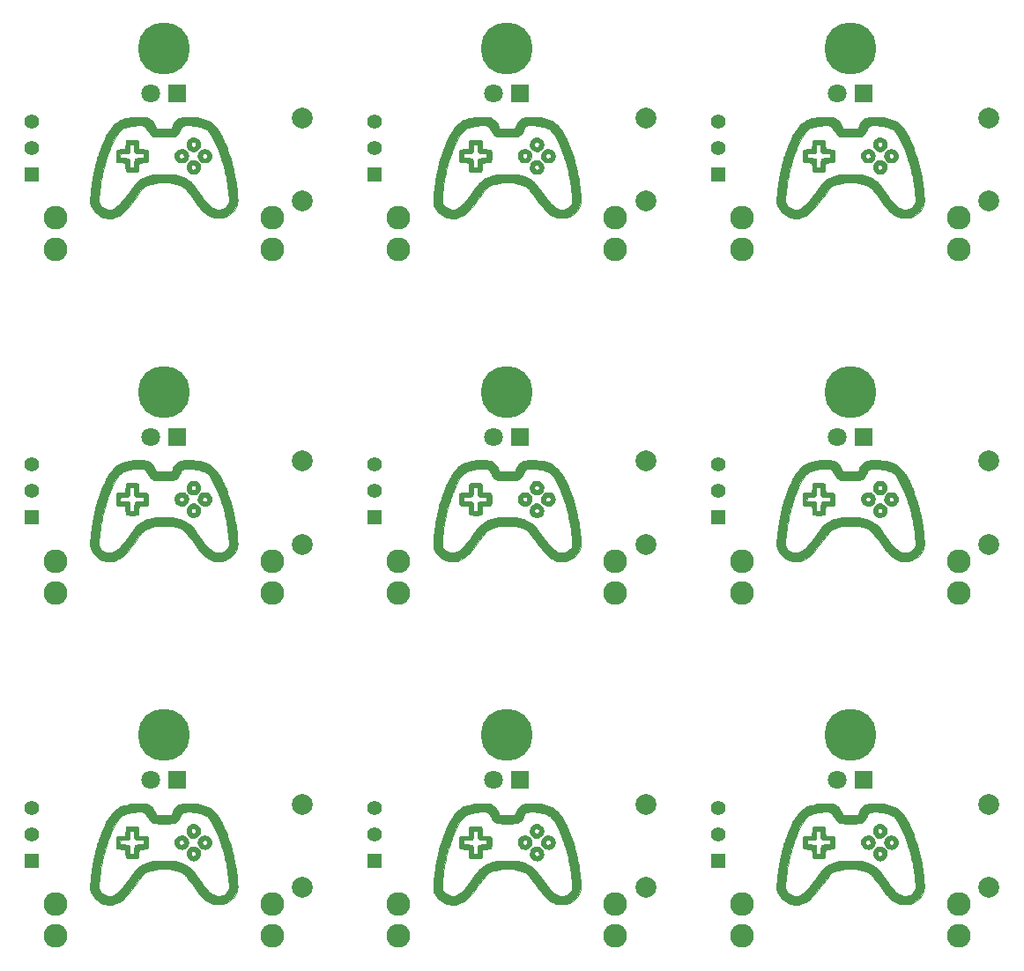
<source format=gtl>
%MOIN*%
%OFA0B0*%
%FSLAX46Y46*%
%IPPOS*%
%LPD*%
%ADD10C,0.00039370078740157485*%
%ADD11C,0.19685039370078741*%
%ADD12C,0.090000000000000011*%
%ADD13R,0.070866141732283464X0.070866141732283464*%
%ADD14C,0.070866141732283464*%
%ADD15C,0.0787*%
%ADD16R,0.055000000000000007X0.055000000000000007*%
%ADD17C,0.055000000000000007*%
%ADD28C,0.00039370078740157485*%
%ADD29C,0.19685039370078741*%
%ADD30C,0.090000000000000011*%
%ADD31R,0.070866141732283464X0.070866141732283464*%
%ADD32C,0.070866141732283464*%
%ADD33C,0.0787*%
%ADD34R,0.055000000000000007X0.055000000000000007*%
%ADD35C,0.055000000000000007*%
%ADD36C,0.00039370078740157485*%
%ADD37C,0.19685039370078741*%
%ADD38C,0.090000000000000011*%
%ADD39R,0.070866141732283464X0.070866141732283464*%
%ADD40C,0.070866141732283464*%
%ADD41C,0.0787*%
%ADD42R,0.055000000000000007X0.055000000000000007*%
%ADD43C,0.055000000000000007*%
%ADD44C,0.00039370078740157485*%
%ADD45C,0.19685039370078741*%
%ADD46C,0.090000000000000011*%
%ADD47R,0.070866141732283464X0.070866141732283464*%
%ADD48C,0.070866141732283464*%
%ADD49C,0.0787*%
%ADD50R,0.055000000000000007X0.055000000000000007*%
%ADD51C,0.055000000000000007*%
%ADD52C,0.00039370078740157485*%
%ADD53C,0.19685039370078741*%
%ADD54C,0.090000000000000011*%
%ADD55R,0.070866141732283464X0.070866141732283464*%
%ADD56C,0.070866141732283464*%
%ADD57C,0.0787*%
%ADD58R,0.055000000000000007X0.055000000000000007*%
%ADD59C,0.055000000000000007*%
%ADD60C,0.00039370078740157485*%
%ADD61C,0.19685039370078741*%
%ADD62C,0.090000000000000011*%
%ADD63R,0.070866141732283464X0.070866141732283464*%
%ADD64C,0.070866141732283464*%
%ADD65C,0.0787*%
%ADD66R,0.055000000000000007X0.055000000000000007*%
%ADD67C,0.055000000000000007*%
%ADD68C,0.00039370078740157485*%
%ADD69C,0.19685039370078741*%
%ADD70C,0.090000000000000011*%
%ADD71R,0.070866141732283464X0.070866141732283464*%
%ADD72C,0.070866141732283464*%
%ADD73C,0.0787*%
%ADD74R,0.055000000000000007X0.055000000000000007*%
%ADD75C,0.055000000000000007*%
%ADD76C,0.00039370078740157485*%
%ADD77C,0.19685039370078741*%
%ADD78C,0.090000000000000011*%
%ADD79R,0.070866141732283464X0.070866141732283464*%
%ADD80C,0.070866141732283464*%
%ADD81C,0.0787*%
%ADD82R,0.055000000000000007X0.055000000000000007*%
%ADD83C,0.055000000000000007*%
%ADD84C,0.00039370078740157485*%
%ADD85C,0.19685039370078741*%
%ADD86C,0.090000000000000011*%
%ADD87R,0.070866141732283464X0.070866141732283464*%
%ADD88C,0.070866141732283464*%
%ADD89C,0.0787*%
%ADD90R,0.055000000000000007X0.055000000000000007*%
%ADD91C,0.055000000000000007*%
G01*
D10*
G36*
X0000720298Y0000761423D02*
G01*
X0000726308Y0000758491D01*
X0000729860Y0000755688D01*
X0000733878Y0000750563D01*
X0000736422Y0000744468D01*
X0000737420Y0000737858D01*
X0000736800Y0000731191D01*
X0000734692Y0000725312D01*
X0000730979Y0000720041D01*
X0000726016Y0000715837D01*
X0000720217Y0000712872D01*
X0000713997Y0000711319D01*
X0000707770Y0000711351D01*
X0000703702Y0000712381D01*
X0000697041Y0000715743D01*
X0000691814Y0000720269D01*
X0000689305Y0000723727D01*
X0000687885Y0000726381D01*
X0000687040Y0000728823D01*
X0000686628Y0000731735D01*
X0000686503Y0000735801D01*
X0000686499Y0000737000D01*
X0000701999Y0000737000D01*
X0000702561Y0000734166D01*
X0000703951Y0000731321D01*
X0000705727Y0000729238D01*
X0000706736Y0000728691D01*
X0000710941Y0000728118D01*
X0000714901Y0000728472D01*
X0000717842Y0000729676D01*
X0000717988Y0000729789D01*
X0000719950Y0000732531D01*
X0000720815Y0000736209D01*
X0000720522Y0000740047D01*
X0000719054Y0000743212D01*
X0000716049Y0000745620D01*
X0000712272Y0000746743D01*
X0000708499Y0000746403D01*
X0000707334Y0000745911D01*
X0000704596Y0000743506D01*
X0000702632Y0000740071D01*
X0000701999Y0000737000D01*
X0000686499Y0000737000D01*
X0000686580Y0000741448D01*
X0000686914Y0000744579D01*
X0000687645Y0000747069D01*
X0000688914Y0000749599D01*
X0000689248Y0000750176D01*
X0000691603Y0000753558D01*
X0000694383Y0000756711D01*
X0000695555Y0000757784D01*
X0000701011Y0000761050D01*
X0000707232Y0000762728D01*
X0000713801Y0000762844D01*
X0000720298Y0000761423D01*
G37*
X0000720298Y0000761423D02*
X0000726308Y0000758491D01*
X0000729860Y0000755688D01*
X0000733878Y0000750563D01*
X0000736422Y0000744468D01*
X0000737420Y0000737858D01*
X0000736800Y0000731191D01*
X0000734692Y0000725312D01*
X0000730979Y0000720041D01*
X0000726016Y0000715837D01*
X0000720217Y0000712872D01*
X0000713997Y0000711319D01*
X0000707770Y0000711351D01*
X0000703702Y0000712381D01*
X0000697041Y0000715743D01*
X0000691814Y0000720269D01*
X0000689305Y0000723727D01*
X0000687885Y0000726381D01*
X0000687040Y0000728823D01*
X0000686628Y0000731735D01*
X0000686503Y0000735801D01*
X0000686499Y0000737000D01*
X0000701999Y0000737000D01*
X0000702561Y0000734166D01*
X0000703951Y0000731321D01*
X0000705727Y0000729238D01*
X0000706736Y0000728691D01*
X0000710941Y0000728118D01*
X0000714901Y0000728472D01*
X0000717842Y0000729676D01*
X0000717988Y0000729789D01*
X0000719950Y0000732531D01*
X0000720815Y0000736209D01*
X0000720522Y0000740047D01*
X0000719054Y0000743212D01*
X0000716049Y0000745620D01*
X0000712272Y0000746743D01*
X0000708499Y0000746403D01*
X0000707334Y0000745911D01*
X0000704596Y0000743506D01*
X0000702632Y0000740071D01*
X0000701999Y0000737000D01*
X0000686499Y0000737000D01*
X0000686580Y0000741448D01*
X0000686914Y0000744579D01*
X0000687645Y0000747069D01*
X0000688914Y0000749599D01*
X0000689248Y0000750176D01*
X0000691603Y0000753558D01*
X0000694383Y0000756711D01*
X0000695555Y0000757784D01*
X0000701011Y0000761050D01*
X0000707232Y0000762728D01*
X0000713801Y0000762844D01*
X0000720298Y0000761423D01*
G36*
X0000761550Y0000718904D02*
G01*
X0000765588Y0000717911D01*
X0000766134Y0000717687D01*
X0000770499Y0000714807D01*
X0000774511Y0000710474D01*
X0000777826Y0000705235D01*
X0000780103Y0000699636D01*
X0000780997Y0000694225D01*
X0000781000Y0000693962D01*
X0000780111Y0000688365D01*
X0000777674Y0000682670D01*
X0000774031Y0000677430D01*
X0000769526Y0000673195D01*
X0000767167Y0000671687D01*
X0000764026Y0000670187D01*
X0000761020Y0000669364D01*
X0000757313Y0000669035D01*
X0000754753Y0000669000D01*
X0000750342Y0000669136D01*
X0000747043Y0000669676D01*
X0000743974Y0000670815D01*
X0000741888Y0000671862D01*
X0000736938Y0000675465D01*
X0000732775Y0000680357D01*
X0000729734Y0000686000D01*
X0000728150Y0000691858D01*
X0000728100Y0000692613D01*
X0000745194Y0000692613D01*
X0000746114Y0000689648D01*
X0000748376Y0000686893D01*
X0000751781Y0000685361D01*
X0000755802Y0000685175D01*
X0000759913Y0000686455D01*
X0000759922Y0000686459D01*
X0000762544Y0000688832D01*
X0000763870Y0000692206D01*
X0000763832Y0000696006D01*
X0000762365Y0000699656D01*
X0000761586Y0000700694D01*
X0000759627Y0000702518D01*
X0000757362Y0000703334D01*
X0000754499Y0000703500D01*
X0000751260Y0000703265D01*
X0000749093Y0000702327D01*
X0000747413Y0000700694D01*
X0000745386Y0000696907D01*
X0000745194Y0000692613D01*
X0000728100Y0000692613D01*
X0000727999Y0000694140D01*
X0000728825Y0000699294D01*
X0000731061Y0000704797D01*
X0000734343Y0000710070D01*
X0000738309Y0000714538D01*
X0000742593Y0000717623D01*
X0000742879Y0000717764D01*
X0000746469Y0000718821D01*
X0000751263Y0000719362D01*
X0000756532Y0000719389D01*
X0000761550Y0000718904D01*
G37*
X0000761550Y0000718904D02*
X0000765588Y0000717911D01*
X0000766134Y0000717687D01*
X0000770499Y0000714807D01*
X0000774511Y0000710474D01*
X0000777826Y0000705235D01*
X0000780103Y0000699636D01*
X0000780997Y0000694225D01*
X0000781000Y0000693962D01*
X0000780111Y0000688365D01*
X0000777674Y0000682670D01*
X0000774031Y0000677430D01*
X0000769526Y0000673195D01*
X0000767167Y0000671687D01*
X0000764026Y0000670187D01*
X0000761020Y0000669364D01*
X0000757313Y0000669035D01*
X0000754753Y0000669000D01*
X0000750342Y0000669136D01*
X0000747043Y0000669676D01*
X0000743974Y0000670815D01*
X0000741888Y0000671862D01*
X0000736938Y0000675465D01*
X0000732775Y0000680357D01*
X0000729734Y0000686000D01*
X0000728150Y0000691858D01*
X0000728100Y0000692613D01*
X0000745194Y0000692613D01*
X0000746114Y0000689648D01*
X0000748376Y0000686893D01*
X0000751781Y0000685361D01*
X0000755802Y0000685175D01*
X0000759913Y0000686455D01*
X0000759922Y0000686459D01*
X0000762544Y0000688832D01*
X0000763870Y0000692206D01*
X0000763832Y0000696006D01*
X0000762365Y0000699656D01*
X0000761586Y0000700694D01*
X0000759627Y0000702518D01*
X0000757362Y0000703334D01*
X0000754499Y0000703500D01*
X0000751260Y0000703265D01*
X0000749093Y0000702327D01*
X0000747413Y0000700694D01*
X0000745386Y0000696907D01*
X0000745194Y0000692613D01*
X0000728100Y0000692613D01*
X0000727999Y0000694140D01*
X0000728825Y0000699294D01*
X0000731061Y0000704797D01*
X0000734343Y0000710070D01*
X0000738309Y0000714538D01*
X0000742593Y0000717623D01*
X0000742879Y0000717764D01*
X0000746469Y0000718821D01*
X0000751263Y0000719362D01*
X0000756532Y0000719389D01*
X0000761550Y0000718904D01*
G36*
X0000671383Y0000719460D02*
G01*
X0000675551Y0000718718D01*
X0000678674Y0000717565D01*
X0000681576Y0000715598D01*
X0000684332Y0000713131D01*
X0000688955Y0000707596D01*
X0000691648Y0000701551D01*
X0000692431Y0000694932D01*
X0000691644Y0000688960D01*
X0000689136Y0000681950D01*
X0000685164Y0000676302D01*
X0000679729Y0000672019D01*
X0000679548Y0000671914D01*
X0000676528Y0000670352D01*
X0000673779Y0000669470D01*
X0000670496Y0000669084D01*
X0000666864Y0000669009D01*
X0000662401Y0000669136D01*
X0000659070Y0000669651D01*
X0000656015Y0000670740D01*
X0000653864Y0000671793D01*
X0000650009Y0000674213D01*
X0000647116Y0000677201D01*
X0000645222Y0000680043D01*
X0000642350Y0000685398D01*
X0000640789Y0000689984D01*
X0000640488Y0000693466D01*
X0000657025Y0000693466D01*
X0000658113Y0000690122D01*
X0000660367Y0000687393D01*
X0000663520Y0000685605D01*
X0000667303Y0000685085D01*
X0000671342Y0000686110D01*
X0000674099Y0000688358D01*
X0000675631Y0000691669D01*
X0000675847Y0000695463D01*
X0000674658Y0000699156D01*
X0000673586Y0000700694D01*
X0000671627Y0000702518D01*
X0000669362Y0000703334D01*
X0000666499Y0000703500D01*
X0000663260Y0000703265D01*
X0000661093Y0000702327D01*
X0000659413Y0000700694D01*
X0000657369Y0000697099D01*
X0000657025Y0000693466D01*
X0000640488Y0000693466D01*
X0000640405Y0000694416D01*
X0000641054Y0000699258D01*
X0000643426Y0000706082D01*
X0000647271Y0000711673D01*
X0000652395Y0000715903D01*
X0000658600Y0000718640D01*
X0000665693Y0000719755D01*
X0000671383Y0000719460D01*
G37*
X0000671383Y0000719460D02*
X0000675551Y0000718718D01*
X0000678674Y0000717565D01*
X0000681576Y0000715598D01*
X0000684332Y0000713131D01*
X0000688955Y0000707596D01*
X0000691648Y0000701551D01*
X0000692431Y0000694932D01*
X0000691644Y0000688960D01*
X0000689136Y0000681950D01*
X0000685164Y0000676302D01*
X0000679729Y0000672019D01*
X0000679548Y0000671914D01*
X0000676528Y0000670352D01*
X0000673779Y0000669470D01*
X0000670496Y0000669084D01*
X0000666864Y0000669009D01*
X0000662401Y0000669136D01*
X0000659070Y0000669651D01*
X0000656015Y0000670740D01*
X0000653864Y0000671793D01*
X0000650009Y0000674213D01*
X0000647116Y0000677201D01*
X0000645222Y0000680043D01*
X0000642350Y0000685398D01*
X0000640789Y0000689984D01*
X0000640488Y0000693466D01*
X0000657025Y0000693466D01*
X0000658113Y0000690122D01*
X0000660367Y0000687393D01*
X0000663520Y0000685605D01*
X0000667303Y0000685085D01*
X0000671342Y0000686110D01*
X0000674099Y0000688358D01*
X0000675631Y0000691669D01*
X0000675847Y0000695463D01*
X0000674658Y0000699156D01*
X0000673586Y0000700694D01*
X0000671627Y0000702518D01*
X0000669362Y0000703334D01*
X0000666499Y0000703500D01*
X0000663260Y0000703265D01*
X0000661093Y0000702327D01*
X0000659413Y0000700694D01*
X0000657369Y0000697099D01*
X0000657025Y0000693466D01*
X0000640488Y0000693466D01*
X0000640405Y0000694416D01*
X0000641054Y0000699258D01*
X0000643426Y0000706082D01*
X0000647271Y0000711673D01*
X0000652395Y0000715903D01*
X0000658600Y0000718640D01*
X0000665693Y0000719755D01*
X0000671383Y0000719460D01*
G36*
X0000476485Y0000754892D02*
G01*
X0000480616Y0000754824D01*
X0000488106Y0000754712D01*
X0000493839Y0000754527D01*
X0000498054Y0000754067D01*
X0000500991Y0000753133D01*
X0000502888Y0000751522D01*
X0000503984Y0000749035D01*
X0000504519Y0000745471D01*
X0000504731Y0000740629D01*
X0000504856Y0000734472D01*
X0000505213Y0000719000D01*
X0000519356Y0000718985D01*
X0000525950Y0000718909D01*
X0000530843Y0000718640D01*
X0000534333Y0000718088D01*
X0000536719Y0000717167D01*
X0000538295Y0000715788D01*
X0000539361Y0000713864D01*
X0000539693Y0000712973D01*
X0000540203Y0000710376D01*
X0000540579Y0000706261D01*
X0000540818Y0000701106D01*
X0000540918Y0000695391D01*
X0000540877Y0000689592D01*
X0000540694Y0000684188D01*
X0000540365Y0000679658D01*
X0000539889Y0000676478D01*
X0000539852Y0000676330D01*
X0000538951Y0000673687D01*
X0000537581Y0000671753D01*
X0000535452Y0000670423D01*
X0000532273Y0000669591D01*
X0000527754Y0000669149D01*
X0000521604Y0000668992D01*
X0000519782Y0000668984D01*
X0000514960Y0000668921D01*
X0000510836Y0000668761D01*
X0000507839Y0000668527D01*
X0000506400Y0000668243D01*
X0000506385Y0000668234D01*
X0000505886Y0000666921D01*
X0000505440Y0000663785D01*
X0000505065Y0000659002D01*
X0000504780Y0000652750D01*
X0000504774Y0000652572D01*
X0000504604Y0000646759D01*
X0000504369Y0000642300D01*
X0000503831Y0000639017D01*
X0000502752Y0000636731D01*
X0000500892Y0000635264D01*
X0000498013Y0000634436D01*
X0000493878Y0000634068D01*
X0000488246Y0000633982D01*
X0000480880Y0000633999D01*
X0000479999Y0000634000D01*
X0000473140Y0000634016D01*
X0000467990Y0000634081D01*
X0000464262Y0000634219D01*
X0000461666Y0000634454D01*
X0000459911Y0000634811D01*
X0000458710Y0000635313D01*
X0000457936Y0000635850D01*
X0000457060Y0000636673D01*
X0000456422Y0000637723D01*
X0000455969Y0000639329D01*
X0000455644Y0000641823D01*
X0000455394Y0000645537D01*
X0000455163Y0000650801D01*
X0000455076Y0000653100D01*
X0000454499Y0000668500D01*
X0000439951Y0000669000D01*
X0000433090Y0000669328D01*
X0000427962Y0000669833D01*
X0000424302Y0000670595D01*
X0000421844Y0000671696D01*
X0000420323Y0000673219D01*
X0000419475Y0000675245D01*
X0000419450Y0000675339D01*
X0000419280Y0000677058D01*
X0000419165Y0000680407D01*
X0000419109Y0000685020D01*
X0000419111Y0000686000D01*
X0000434919Y0000686000D01*
X0000447709Y0000685994D01*
X0000452944Y0000685911D01*
X0000457792Y0000685689D01*
X0000461719Y0000685362D01*
X0000464190Y0000684963D01*
X0000464220Y0000684955D01*
X0000466676Y0000684113D01*
X0000468459Y0000682955D01*
X0000469676Y0000681177D01*
X0000470432Y0000678474D01*
X0000470833Y0000674544D01*
X0000470984Y0000669081D01*
X0000470999Y0000665444D01*
X0000471047Y0000660317D01*
X0000471177Y0000655919D01*
X0000471373Y0000652631D01*
X0000471615Y0000650832D01*
X0000471705Y0000650628D01*
X0000472979Y0000650325D01*
X0000475702Y0000650169D01*
X0000479324Y0000650190D01*
X0000479955Y0000650211D01*
X0000487499Y0000650500D01*
X0000487999Y0000664999D01*
X0000488306Y0000671358D01*
X0000488731Y0000676449D01*
X0000489248Y0000680018D01*
X0000489761Y0000681706D01*
X0000491284Y0000683356D01*
X0000493846Y0000684562D01*
X0000497680Y0000685372D01*
X0000503017Y0000685833D01*
X0000510088Y0000685993D01*
X0000510750Y0000685994D01*
X0000522999Y0000686000D01*
X0000522999Y0000703000D01*
X0000494207Y0000703000D01*
X0000487999Y0000710069D01*
X0000487999Y0000738000D01*
X0000471144Y0000738000D01*
X0000470821Y0000723025D01*
X0000470673Y0000716404D01*
X0000470378Y0000711485D01*
X0000469671Y0000708007D01*
X0000468290Y0000705704D01*
X0000465969Y0000704315D01*
X0000462445Y0000703577D01*
X0000457455Y0000703226D01*
X0000450733Y0000703000D01*
X0000450725Y0000703000D01*
X0000435500Y0000702500D01*
X0000435209Y0000694250D01*
X0000434919Y0000686000D01*
X0000419111Y0000686000D01*
X0000419118Y0000690526D01*
X0000419184Y0000695916D01*
X0000419499Y0000714177D01*
X0000422305Y0000716588D01*
X0000423506Y0000717535D01*
X0000424776Y0000718195D01*
X0000426484Y0000718619D01*
X0000428996Y0000718861D01*
X0000432681Y0000718970D01*
X0000437905Y0000718999D01*
X0000439510Y0000719000D01*
X0000453909Y0000719000D01*
X0000454419Y0000722250D01*
X0000454646Y0000724513D01*
X0000454884Y0000728251D01*
X0000455104Y0000732937D01*
X0000455273Y0000737887D01*
X0000455434Y0000743060D01*
X0000455631Y0000746628D01*
X0000455949Y0000748985D01*
X0000456473Y0000750525D01*
X0000457288Y0000751643D01*
X0000458452Y0000752712D01*
X0000459475Y0000753551D01*
X0000460514Y0000754166D01*
X0000461870Y0000754586D01*
X0000463843Y0000754840D01*
X0000466736Y0000754957D01*
X0000470850Y0000754965D01*
X0000476485Y0000754892D01*
G37*
X0000476485Y0000754892D02*
X0000480616Y0000754824D01*
X0000488106Y0000754712D01*
X0000493839Y0000754527D01*
X0000498054Y0000754067D01*
X0000500991Y0000753133D01*
X0000502888Y0000751522D01*
X0000503984Y0000749035D01*
X0000504519Y0000745471D01*
X0000504731Y0000740629D01*
X0000504856Y0000734472D01*
X0000505213Y0000719000D01*
X0000519356Y0000718985D01*
X0000525950Y0000718909D01*
X0000530843Y0000718640D01*
X0000534333Y0000718088D01*
X0000536719Y0000717167D01*
X0000538295Y0000715788D01*
X0000539361Y0000713864D01*
X0000539693Y0000712973D01*
X0000540203Y0000710376D01*
X0000540579Y0000706261D01*
X0000540818Y0000701106D01*
X0000540918Y0000695391D01*
X0000540877Y0000689592D01*
X0000540694Y0000684188D01*
X0000540365Y0000679658D01*
X0000539889Y0000676478D01*
X0000539852Y0000676330D01*
X0000538951Y0000673687D01*
X0000537581Y0000671753D01*
X0000535452Y0000670423D01*
X0000532273Y0000669591D01*
X0000527754Y0000669149D01*
X0000521604Y0000668992D01*
X0000519782Y0000668984D01*
X0000514960Y0000668921D01*
X0000510836Y0000668761D01*
X0000507839Y0000668527D01*
X0000506400Y0000668243D01*
X0000506385Y0000668234D01*
X0000505886Y0000666921D01*
X0000505440Y0000663785D01*
X0000505065Y0000659002D01*
X0000504780Y0000652750D01*
X0000504774Y0000652572D01*
X0000504604Y0000646759D01*
X0000504369Y0000642300D01*
X0000503831Y0000639017D01*
X0000502752Y0000636731D01*
X0000500892Y0000635264D01*
X0000498013Y0000634436D01*
X0000493878Y0000634068D01*
X0000488246Y0000633982D01*
X0000480880Y0000633999D01*
X0000479999Y0000634000D01*
X0000473140Y0000634016D01*
X0000467990Y0000634081D01*
X0000464262Y0000634219D01*
X0000461666Y0000634454D01*
X0000459911Y0000634811D01*
X0000458710Y0000635313D01*
X0000457936Y0000635850D01*
X0000457060Y0000636673D01*
X0000456422Y0000637723D01*
X0000455969Y0000639329D01*
X0000455644Y0000641823D01*
X0000455394Y0000645537D01*
X0000455163Y0000650801D01*
X0000455076Y0000653100D01*
X0000454499Y0000668500D01*
X0000439951Y0000669000D01*
X0000433090Y0000669328D01*
X0000427962Y0000669833D01*
X0000424302Y0000670595D01*
X0000421844Y0000671696D01*
X0000420323Y0000673219D01*
X0000419475Y0000675245D01*
X0000419450Y0000675339D01*
X0000419280Y0000677058D01*
X0000419165Y0000680407D01*
X0000419109Y0000685020D01*
X0000419111Y0000686000D01*
X0000434919Y0000686000D01*
X0000447709Y0000685994D01*
X0000452944Y0000685911D01*
X0000457792Y0000685689D01*
X0000461719Y0000685362D01*
X0000464190Y0000684963D01*
X0000464220Y0000684955D01*
X0000466676Y0000684113D01*
X0000468459Y0000682955D01*
X0000469676Y0000681177D01*
X0000470432Y0000678474D01*
X0000470833Y0000674544D01*
X0000470984Y0000669081D01*
X0000470999Y0000665444D01*
X0000471047Y0000660317D01*
X0000471177Y0000655919D01*
X0000471373Y0000652631D01*
X0000471615Y0000650832D01*
X0000471705Y0000650628D01*
X0000472979Y0000650325D01*
X0000475702Y0000650169D01*
X0000479324Y0000650190D01*
X0000479955Y0000650211D01*
X0000487499Y0000650500D01*
X0000487999Y0000664999D01*
X0000488306Y0000671358D01*
X0000488731Y0000676449D01*
X0000489248Y0000680018D01*
X0000489761Y0000681706D01*
X0000491284Y0000683356D01*
X0000493846Y0000684562D01*
X0000497680Y0000685372D01*
X0000503017Y0000685833D01*
X0000510088Y0000685993D01*
X0000510750Y0000685994D01*
X0000522999Y0000686000D01*
X0000522999Y0000703000D01*
X0000494207Y0000703000D01*
X0000487999Y0000710069D01*
X0000487999Y0000738000D01*
X0000471144Y0000738000D01*
X0000470821Y0000723025D01*
X0000470673Y0000716404D01*
X0000470378Y0000711485D01*
X0000469671Y0000708007D01*
X0000468290Y0000705704D01*
X0000465969Y0000704315D01*
X0000462445Y0000703577D01*
X0000457455Y0000703226D01*
X0000450733Y0000703000D01*
X0000450725Y0000703000D01*
X0000435500Y0000702500D01*
X0000435209Y0000694250D01*
X0000434919Y0000686000D01*
X0000419111Y0000686000D01*
X0000419118Y0000690526D01*
X0000419184Y0000695916D01*
X0000419499Y0000714177D01*
X0000422305Y0000716588D01*
X0000423506Y0000717535D01*
X0000424776Y0000718195D01*
X0000426484Y0000718619D01*
X0000428996Y0000718861D01*
X0000432681Y0000718970D01*
X0000437905Y0000718999D01*
X0000439510Y0000719000D01*
X0000453909Y0000719000D01*
X0000454419Y0000722250D01*
X0000454646Y0000724513D01*
X0000454884Y0000728251D01*
X0000455104Y0000732937D01*
X0000455273Y0000737887D01*
X0000455434Y0000743060D01*
X0000455631Y0000746628D01*
X0000455949Y0000748985D01*
X0000456473Y0000750525D01*
X0000457288Y0000751643D01*
X0000458452Y0000752712D01*
X0000459475Y0000753551D01*
X0000460514Y0000754166D01*
X0000461870Y0000754586D01*
X0000463843Y0000754840D01*
X0000466736Y0000754957D01*
X0000470850Y0000754965D01*
X0000476485Y0000754892D01*
G36*
X0000719287Y0000676109D02*
G01*
X0000724421Y0000673661D01*
X0000729653Y0000670167D01*
X0000733295Y0000666117D01*
X0000735569Y0000661136D01*
X0000736692Y0000654849D01*
X0000736849Y0000652398D01*
X0000736962Y0000648108D01*
X0000736775Y0000645097D01*
X0000736155Y0000642652D01*
X0000734971Y0000640060D01*
X0000734349Y0000638895D01*
X0000731021Y0000633993D01*
X0000726891Y0000630347D01*
X0000721597Y0000627722D01*
X0000714774Y0000625883D01*
X0000713999Y0000625734D01*
X0000711449Y0000625631D01*
X0000708113Y0000625938D01*
X0000707046Y0000626117D01*
X0000701231Y0000627744D01*
X0000696521Y0000630385D01*
X0000692844Y0000633687D01*
X0000688877Y0000639144D01*
X0000686606Y0000645207D01*
X0000685954Y0000651556D01*
X0000686220Y0000653447D01*
X0000702424Y0000653447D01*
X0000702490Y0000649229D01*
X0000704146Y0000645763D01*
X0000707042Y0000643316D01*
X0000710827Y0000642155D01*
X0000715153Y0000642544D01*
X0000716278Y0000642915D01*
X0000718755Y0000644824D01*
X0000720250Y0000647911D01*
X0000720702Y0000651577D01*
X0000720051Y0000655227D01*
X0000718235Y0000658262D01*
X0000717875Y0000658612D01*
X0000714770Y0000660141D01*
X0000711499Y0000660500D01*
X0000707156Y0000659757D01*
X0000704154Y0000657533D01*
X0000702503Y0000653835D01*
X0000702424Y0000653447D01*
X0000686220Y0000653447D01*
X0000686843Y0000657873D01*
X0000689195Y0000663839D01*
X0000692933Y0000669135D01*
X0000697979Y0000673443D01*
X0000703167Y0000676062D01*
X0000708667Y0000677539D01*
X0000713866Y0000677574D01*
X0000719287Y0000676109D01*
G37*
X0000719287Y0000676109D02*
X0000724421Y0000673661D01*
X0000729653Y0000670167D01*
X0000733295Y0000666117D01*
X0000735569Y0000661136D01*
X0000736692Y0000654849D01*
X0000736849Y0000652398D01*
X0000736962Y0000648108D01*
X0000736775Y0000645097D01*
X0000736155Y0000642652D01*
X0000734971Y0000640060D01*
X0000734349Y0000638895D01*
X0000731021Y0000633993D01*
X0000726891Y0000630347D01*
X0000721597Y0000627722D01*
X0000714774Y0000625883D01*
X0000713999Y0000625734D01*
X0000711449Y0000625631D01*
X0000708113Y0000625938D01*
X0000707046Y0000626117D01*
X0000701231Y0000627744D01*
X0000696521Y0000630385D01*
X0000692844Y0000633687D01*
X0000688877Y0000639144D01*
X0000686606Y0000645207D01*
X0000685954Y0000651556D01*
X0000686220Y0000653447D01*
X0000702424Y0000653447D01*
X0000702490Y0000649229D01*
X0000704146Y0000645763D01*
X0000707042Y0000643316D01*
X0000710827Y0000642155D01*
X0000715153Y0000642544D01*
X0000716278Y0000642915D01*
X0000718755Y0000644824D01*
X0000720250Y0000647911D01*
X0000720702Y0000651577D01*
X0000720051Y0000655227D01*
X0000718235Y0000658262D01*
X0000717875Y0000658612D01*
X0000714770Y0000660141D01*
X0000711499Y0000660500D01*
X0000707156Y0000659757D01*
X0000704154Y0000657533D01*
X0000702503Y0000653835D01*
X0000702424Y0000653447D01*
X0000686220Y0000653447D01*
X0000686843Y0000657873D01*
X0000689195Y0000663839D01*
X0000692933Y0000669135D01*
X0000697979Y0000673443D01*
X0000703167Y0000676062D01*
X0000708667Y0000677539D01*
X0000713866Y0000677574D01*
X0000719287Y0000676109D01*
G36*
X0000515981Y0000842031D02*
G01*
X0000523386Y0000841546D01*
X0000529645Y0000840667D01*
X0000535179Y0000839323D01*
X0000540407Y0000837446D01*
X0000543490Y0000836071D01*
X0000550106Y0000831922D01*
X0000556186Y0000826114D01*
X0000561426Y0000818978D01*
X0000564371Y0000813500D01*
X0000566303Y0000809371D01*
X0000568131Y0000805495D01*
X0000569531Y0000802558D01*
X0000569800Y0000802000D01*
X0000571502Y0000798500D01*
X0000599404Y0000798233D01*
X0000607982Y0000798153D01*
X0000614783Y0000798126D01*
X0000620031Y0000798200D01*
X0000623950Y0000798424D01*
X0000626762Y0000798847D01*
X0000628691Y0000799515D01*
X0000629961Y0000800479D01*
X0000630795Y0000801785D01*
X0000631416Y0000803483D01*
X0000631943Y0000805266D01*
X0000634286Y0000811360D01*
X0000637667Y0000817811D01*
X0000641626Y0000823840D01*
X0000645641Y0000828598D01*
X0000650452Y0000832802D01*
X0000655710Y0000836108D01*
X0000661686Y0000838595D01*
X0000668653Y0000840340D01*
X0000676881Y0000841421D01*
X0000686643Y0000841916D01*
X0000692312Y0000841968D01*
X0000701519Y0000841815D01*
X0000710049Y0000841350D01*
X0000718413Y0000840507D01*
X0000727122Y0000839225D01*
X0000736689Y0000837437D01*
X0000747624Y0000835081D01*
X0000748000Y0000834996D01*
X0000757888Y0000832215D01*
X0000766893Y0000828464D01*
X0000775270Y0000823563D01*
X0000783271Y0000817329D01*
X0000791152Y0000809581D01*
X0000799167Y0000800138D01*
X0000802093Y0000796343D01*
X0000804829Y0000792659D01*
X0000807052Y0000789557D01*
X0000808522Y0000787382D01*
X0000808999Y0000786497D01*
X0000809524Y0000785279D01*
X0000810795Y0000783271D01*
X0000810877Y0000783154D01*
X0000812218Y0000780982D01*
X0000814200Y0000777429D01*
X0000816606Y0000772919D01*
X0000819218Y0000767875D01*
X0000821816Y0000762724D01*
X0000824184Y0000757888D01*
X0000826103Y0000753793D01*
X0000826892Y0000752000D01*
X0000828543Y0000748141D01*
X0000830206Y0000744309D01*
X0000831003Y0000742500D01*
X0000833130Y0000737454D01*
X0000835707Y0000730918D01*
X0000838590Y0000723299D01*
X0000841634Y0000715002D01*
X0000844695Y0000706435D01*
X0000847627Y0000698004D01*
X0000850287Y0000690114D01*
X0000852529Y0000683172D01*
X0000854209Y0000677585D01*
X0000854510Y0000676500D01*
X0000855391Y0000673252D01*
X0000856591Y0000668833D01*
X0000857903Y0000663998D01*
X0000858446Y0000662000D01*
X0000859899Y0000656374D01*
X0000861427Y0000650020D01*
X0000862745Y0000644129D01*
X0000862982Y0000643000D01*
X0000864074Y0000637722D01*
X0000865247Y0000632103D01*
X0000866290Y0000627150D01*
X0000866534Y0000626000D01*
X0000868434Y0000616277D01*
X0000870415Y0000604562D01*
X0000871951Y0000594500D01*
X0000872662Y0000589675D01*
X0000873405Y0000584668D01*
X0000874021Y0000580552D01*
X0000874029Y0000580500D01*
X0000875298Y0000571275D01*
X0000876395Y0000561725D01*
X0000877298Y0000552177D01*
X0000877986Y0000542959D01*
X0000878439Y0000534400D01*
X0000878635Y0000526827D01*
X0000878553Y0000520569D01*
X0000878173Y0000515954D01*
X0000878168Y0000515919D01*
X0000875748Y0000506102D01*
X0000871538Y0000496581D01*
X0000865745Y0000487634D01*
X0000858579Y0000479537D01*
X0000850248Y0000472571D01*
X0000841738Y0000467400D01*
X0000836290Y0000464680D01*
X0000831857Y0000462668D01*
X0000827961Y0000461257D01*
X0000824119Y0000460341D01*
X0000819852Y0000459815D01*
X0000814680Y0000459572D01*
X0000808121Y0000459505D01*
X0000805999Y0000459504D01*
X0000799434Y0000459533D01*
X0000794547Y0000459634D01*
X0000791019Y0000459836D01*
X0000788530Y0000460165D01*
X0000786760Y0000460648D01*
X0000785499Y0000461247D01*
X0000783134Y0000462435D01*
X0000781410Y0000462988D01*
X0000781317Y0000462993D01*
X0000779965Y0000463424D01*
X0000777283Y0000464578D01*
X0000773720Y0000466257D01*
X0000771284Y0000467463D01*
X0000765520Y0000470677D01*
X0000759823Y0000474518D01*
X0000754056Y0000479128D01*
X0000748080Y0000484648D01*
X0000741757Y0000491221D01*
X0000734950Y0000498988D01*
X0000727521Y0000508090D01*
X0000719332Y0000518670D01*
X0000712357Y0000528000D01*
X0000705280Y0000537573D01*
X0000699275Y0000545673D01*
X0000694230Y0000552440D01*
X0000690034Y0000558012D01*
X0000686574Y0000562530D01*
X0000683741Y0000566134D01*
X0000681422Y0000568963D01*
X0000679506Y0000571156D01*
X0000677881Y0000572854D01*
X0000676437Y0000574196D01*
X0000675062Y0000575322D01*
X0000673968Y0000576137D01*
X0000665974Y0000580925D01*
X0000656382Y0000584981D01*
X0000645466Y0000588281D01*
X0000633497Y0000590803D01*
X0000620748Y0000592522D01*
X0000607492Y0000593416D01*
X0000594001Y0000593460D01*
X0000580548Y0000592633D01*
X0000567406Y0000590910D01*
X0000554846Y0000588268D01*
X0000549515Y0000586791D01*
X0000539332Y0000583265D01*
X0000530980Y0000579321D01*
X0000524316Y0000574876D01*
X0000519199Y0000569851D01*
X0000518499Y0000568967D01*
X0000505214Y0000551489D01*
X0000492659Y0000534819D01*
X0000486438Y0000526500D01*
X0000477893Y0000515194D01*
X0000470258Y0000505441D01*
X0000463391Y0000497096D01*
X0000457147Y0000490012D01*
X0000451383Y0000484044D01*
X0000445956Y0000479044D01*
X0000440722Y0000474868D01*
X0000435538Y0000471368D01*
X0000430260Y0000468400D01*
X0000428499Y0000467525D01*
X0000419318Y0000463417D01*
X0000411150Y0000460548D01*
X0000403506Y0000458836D01*
X0000395898Y0000458196D01*
X0000387838Y0000458545D01*
X0000380999Y0000459439D01*
X0000369382Y0000462280D01*
X0000358552Y0000466883D01*
X0000348676Y0000473109D01*
X0000339921Y0000480819D01*
X0000332454Y0000489873D01*
X0000326443Y0000500132D01*
X0000323352Y0000507499D01*
X0000322312Y0000511902D01*
X0000321669Y0000518040D01*
X0000321417Y0000525689D01*
X0000321481Y0000529997D01*
X0000353999Y0000529997D01*
X0000354053Y0000524888D01*
X0000354273Y0000521212D01*
X0000354748Y0000518402D01*
X0000355565Y0000515893D01*
X0000356542Y0000513684D01*
X0000360947Y0000506635D01*
X0000366848Y0000500629D01*
X0000373885Y0000495962D01*
X0000381697Y0000492929D01*
X0000381832Y0000492894D01*
X0000388220Y0000491544D01*
X0000393637Y0000491148D01*
X0000398851Y0000491671D01*
X0000400807Y0000492074D01*
X0000409076Y0000494871D01*
X0000417556Y0000499456D01*
X0000426002Y0000505668D01*
X0000434170Y0000513347D01*
X0000435797Y0000515098D01*
X0000438319Y0000518032D01*
X0000441787Y0000522294D01*
X0000445973Y0000527590D01*
X0000450651Y0000533628D01*
X0000455593Y0000540114D01*
X0000460573Y0000546756D01*
X0000465364Y0000553261D01*
X0000465500Y0000553447D01*
X0000468776Y0000557923D01*
X0000472410Y0000562852D01*
X0000476165Y0000567917D01*
X0000479807Y0000572805D01*
X0000483100Y0000577198D01*
X0000485808Y0000580783D01*
X0000487697Y0000583243D01*
X0000488299Y0000584000D01*
X0000489544Y0000585616D01*
X0000491458Y0000588206D01*
X0000492974Y0000590303D01*
X0000497542Y0000595466D01*
X0000503749Y0000600678D01*
X0000511246Y0000605743D01*
X0000519688Y0000610464D01*
X0000528726Y0000614645D01*
X0000538013Y0000618090D01*
X0000545999Y0000620328D01*
X0000550467Y0000621384D01*
X0000555674Y0000622626D01*
X0000559999Y0000623668D01*
X0000562363Y0000624183D01*
X0000564900Y0000624593D01*
X0000567863Y0000624909D01*
X0000571507Y0000625143D01*
X0000576084Y0000625306D01*
X0000581848Y0000625409D01*
X0000589054Y0000625465D01*
X0000597954Y0000625484D01*
X0000599999Y0000625484D01*
X0000609276Y0000625471D01*
X0000616807Y0000625424D01*
X0000622844Y0000625331D01*
X0000627643Y0000625182D01*
X0000631456Y0000624963D01*
X0000634538Y0000624665D01*
X0000637141Y0000624275D01*
X0000639519Y0000623782D01*
X0000640000Y0000623668D01*
X0000644840Y0000622503D01*
X0000650027Y0000621266D01*
X0000653999Y0000620328D01*
X0000663633Y0000617530D01*
X0000673460Y0000613693D01*
X0000682991Y0000609068D01*
X0000691738Y0000603902D01*
X0000699210Y0000598444D01*
X0000702212Y0000595785D01*
X0000703462Y0000594361D01*
X0000705704Y0000591578D01*
X0000708743Y0000587684D01*
X0000712384Y0000582932D01*
X0000716435Y0000577571D01*
X0000719477Y0000573500D01*
X0000724326Y0000566987D01*
X0000729472Y0000560090D01*
X0000734572Y0000553266D01*
X0000739284Y0000546972D01*
X0000743266Y0000541667D01*
X0000744425Y0000540127D01*
X0000748079Y0000535274D01*
X0000751579Y0000530619D01*
X0000754630Y0000526555D01*
X0000756941Y0000523471D01*
X0000757820Y0000522294D01*
X0000762374Y0000516799D01*
X0000767861Y0000511153D01*
X0000773790Y0000505797D01*
X0000779668Y0000501169D01*
X0000785005Y0000497710D01*
X0000785667Y0000497352D01*
X0000793423Y0000493817D01*
X0000800492Y0000491843D01*
X0000807330Y0000491348D01*
X0000814393Y0000492252D01*
X0000814476Y0000492270D01*
X0000818734Y0000493321D01*
X0000822755Y0000494525D01*
X0000825686Y0000495627D01*
X0000825744Y0000495654D01*
X0000829294Y0000497891D01*
X0000833350Y0000501331D01*
X0000837410Y0000505454D01*
X0000840970Y0000509738D01*
X0000843525Y0000513660D01*
X0000843937Y0000514500D01*
X0000844837Y0000516648D01*
X0000845438Y0000518669D01*
X0000845781Y0000520997D01*
X0000845906Y0000524065D01*
X0000845853Y0000528305D01*
X0000845685Y0000533499D01*
X0000845406Y0000539471D01*
X0000845010Y0000545553D01*
X0000844551Y0000551056D01*
X0000844079Y0000555293D01*
X0000844051Y0000555500D01*
X0000843321Y0000560793D01*
X0000842531Y0000566708D01*
X0000841913Y0000571500D01*
X0000840665Y0000580796D01*
X0000839201Y0000590720D01*
X0000837638Y0000600514D01*
X0000836095Y0000609422D01*
X0000835427Y0000613000D01*
X0000833425Y0000623305D01*
X0000831699Y0000631928D01*
X0000830187Y0000639158D01*
X0000828828Y0000645284D01*
X0000827560Y0000650594D01*
X0000826555Y0000654500D01*
X0000825560Y0000658020D01*
X0000824121Y0000662816D01*
X0000822351Y0000668541D01*
X0000820363Y0000674844D01*
X0000818268Y0000681377D01*
X0000816181Y0000687792D01*
X0000814213Y0000693739D01*
X0000812477Y0000698871D01*
X0000811087Y0000702838D01*
X0000810155Y0000705292D01*
X0000810066Y0000705500D01*
X0000809331Y0000707257D01*
X0000808073Y0000710370D01*
X0000806495Y0000714330D01*
X0000805442Y0000717000D01*
X0000798269Y0000734345D01*
X0000791163Y0000749709D01*
X0000784114Y0000763108D01*
X0000777113Y0000774558D01*
X0000770151Y0000784076D01*
X0000765586Y0000789294D01*
X0000761963Y0000792700D01*
X0000757882Y0000795662D01*
X0000753127Y0000798255D01*
X0000747481Y0000800555D01*
X0000740727Y0000802637D01*
X0000732649Y0000804577D01*
X0000723031Y0000806449D01*
X0000711655Y0000808331D01*
X0000710281Y0000808542D01*
X0000701747Y0000809545D01*
X0000693485Y0000809947D01*
X0000685876Y0000809764D01*
X0000679299Y0000809010D01*
X0000674134Y0000807699D01*
X0000672707Y0000807100D01*
X0000670801Y0000806105D01*
X0000669279Y0000805007D01*
X0000667898Y0000803474D01*
X0000666415Y0000801177D01*
X0000664588Y0000797782D01*
X0000662175Y0000792960D01*
X0000661783Y0000792167D01*
X0000657685Y0000784399D01*
X0000653830Y0000778351D01*
X0000650011Y0000773793D01*
X0000646021Y0000770498D01*
X0000641653Y0000768235D01*
X0000639441Y0000767472D01*
X0000637584Y0000766978D01*
X0000635504Y0000766583D01*
X0000632966Y0000766276D01*
X0000629732Y0000766047D01*
X0000625568Y0000765885D01*
X0000620236Y0000765779D01*
X0000613501Y0000765719D01*
X0000605127Y0000765693D01*
X0000599999Y0000765690D01*
X0000589757Y0000765707D01*
X0000581293Y0000765780D01*
X0000574388Y0000765946D01*
X0000568821Y0000766241D01*
X0000564370Y0000766700D01*
X0000560815Y0000767359D01*
X0000557936Y0000768254D01*
X0000555511Y0000769422D01*
X0000553320Y0000770897D01*
X0000551141Y0000772716D01*
X0000549925Y0000773824D01*
X0000547564Y0000776235D01*
X0000545374Y0000779045D01*
X0000543105Y0000782639D01*
X0000540509Y0000787403D01*
X0000538186Y0000791999D01*
X0000531500Y0000805499D01*
X0000524999Y0000807714D01*
X0000517860Y0000809371D01*
X0000509176Y0000809992D01*
X0000498896Y0000809576D01*
X0000486970Y0000808124D01*
X0000483101Y0000807492D01*
X0000474258Y0000805932D01*
X0000467071Y0000804552D01*
X0000461212Y0000803264D01*
X0000456355Y0000801979D01*
X0000452172Y0000800609D01*
X0000448337Y0000799067D01*
X0000444523Y0000797264D01*
X0000443815Y0000796905D01*
X0000438932Y0000793611D01*
X0000433650Y0000788590D01*
X0000428108Y0000782042D01*
X0000422447Y0000774167D01*
X0000416807Y0000765163D01*
X0000411330Y0000755229D01*
X0000406155Y0000744565D01*
X0000404861Y0000741663D01*
X0000402961Y0000737347D01*
X0000401012Y0000732959D01*
X0000399460Y0000729500D01*
X0000397828Y0000725696D01*
X0000395712Y0000720463D01*
X0000393284Y0000714257D01*
X0000390720Y0000707535D01*
X0000388194Y0000700755D01*
X0000385881Y0000694375D01*
X0000384005Y0000689000D01*
X0000379647Y0000675774D01*
X0000375969Y0000663678D01*
X0000372791Y0000652033D01*
X0000369937Y0000640162D01*
X0000367228Y0000627385D01*
X0000365597Y0000619000D01*
X0000363371Y0000606952D01*
X0000361543Y0000596402D01*
X0000360041Y0000586902D01*
X0000358794Y0000578005D01*
X0000357987Y0000571500D01*
X0000357287Y0000565727D01*
X0000356454Y0000559143D01*
X0000355637Y0000552918D01*
X0000355407Y0000551219D01*
X0000354776Y0000545446D01*
X0000354292Y0000538788D01*
X0000354027Y0000532359D01*
X0000353999Y0000529997D01*
X0000321481Y0000529997D01*
X0000321549Y0000534625D01*
X0000322057Y0000544624D01*
X0000322936Y0000555462D01*
X0000324177Y0000566916D01*
X0000325516Y0000577000D01*
X0000326299Y0000582506D01*
X0000327139Y0000588544D01*
X0000327880Y0000593984D01*
X0000328016Y0000595000D01*
X0000328667Y0000599692D01*
X0000329355Y0000604331D01*
X0000329948Y0000608027D01*
X0000330030Y0000608500D01*
X0000331215Y0000615185D01*
X0000332131Y0000620277D01*
X0000332851Y0000624154D01*
X0000333446Y0000627194D01*
X0000333988Y0000629774D01*
X0000334485Y0000632000D01*
X0000335445Y0000636276D01*
X0000336499Y0000641082D01*
X0000337020Y0000643500D01*
X0000338770Y0000651201D01*
X0000340920Y0000659852D01*
X0000343327Y0000668937D01*
X0000345848Y0000677941D01*
X0000348340Y0000686348D01*
X0000350661Y0000693643D01*
X0000351993Y0000697500D01*
X0000352983Y0000700241D01*
X0000354476Y0000704378D01*
X0000356298Y0000709423D01*
X0000358272Y0000714891D01*
X0000359033Y0000717000D01*
X0000364232Y0000730749D01*
X0000369796Y0000744281D01*
X0000375553Y0000757212D01*
X0000381326Y0000769160D01*
X0000386943Y0000779740D01*
X0000389804Y0000784674D01*
X0000394344Y0000791627D01*
X0000399715Y0000798884D01*
X0000405499Y0000805940D01*
X0000411278Y0000812288D01*
X0000416634Y0000817423D01*
X0000417308Y0000818000D01*
X0000422904Y0000822201D01*
X0000429324Y0000826188D01*
X0000435936Y0000829619D01*
X0000442109Y0000832153D01*
X0000444999Y0000833017D01*
X0000456367Y0000835756D01*
X0000466204Y0000837928D01*
X0000474879Y0000839587D01*
X0000482763Y0000840788D01*
X0000490226Y0000841587D01*
X0000497637Y0000842037D01*
X0000505366Y0000842193D01*
X0000507012Y0000842194D01*
X0000515981Y0000842031D01*
G37*
X0000515981Y0000842031D02*
X0000523386Y0000841546D01*
X0000529645Y0000840667D01*
X0000535179Y0000839323D01*
X0000540407Y0000837446D01*
X0000543490Y0000836071D01*
X0000550106Y0000831922D01*
X0000556186Y0000826114D01*
X0000561426Y0000818978D01*
X0000564371Y0000813500D01*
X0000566303Y0000809371D01*
X0000568131Y0000805495D01*
X0000569531Y0000802558D01*
X0000569800Y0000802000D01*
X0000571502Y0000798500D01*
X0000599404Y0000798233D01*
X0000607982Y0000798153D01*
X0000614783Y0000798126D01*
X0000620031Y0000798200D01*
X0000623950Y0000798424D01*
X0000626762Y0000798847D01*
X0000628691Y0000799515D01*
X0000629961Y0000800479D01*
X0000630795Y0000801785D01*
X0000631416Y0000803483D01*
X0000631943Y0000805266D01*
X0000634286Y0000811360D01*
X0000637667Y0000817811D01*
X0000641626Y0000823840D01*
X0000645641Y0000828598D01*
X0000650452Y0000832802D01*
X0000655710Y0000836108D01*
X0000661686Y0000838595D01*
X0000668653Y0000840340D01*
X0000676881Y0000841421D01*
X0000686643Y0000841916D01*
X0000692312Y0000841968D01*
X0000701519Y0000841815D01*
X0000710049Y0000841350D01*
X0000718413Y0000840507D01*
X0000727122Y0000839225D01*
X0000736689Y0000837437D01*
X0000747624Y0000835081D01*
X0000748000Y0000834996D01*
X0000757888Y0000832215D01*
X0000766893Y0000828464D01*
X0000775270Y0000823563D01*
X0000783271Y0000817329D01*
X0000791152Y0000809581D01*
X0000799167Y0000800138D01*
X0000802093Y0000796343D01*
X0000804829Y0000792659D01*
X0000807052Y0000789557D01*
X0000808522Y0000787382D01*
X0000808999Y0000786497D01*
X0000809524Y0000785279D01*
X0000810795Y0000783271D01*
X0000810877Y0000783154D01*
X0000812218Y0000780982D01*
X0000814200Y0000777429D01*
X0000816606Y0000772919D01*
X0000819218Y0000767875D01*
X0000821816Y0000762724D01*
X0000824184Y0000757888D01*
X0000826103Y0000753793D01*
X0000826892Y0000752000D01*
X0000828543Y0000748141D01*
X0000830206Y0000744309D01*
X0000831003Y0000742500D01*
X0000833130Y0000737454D01*
X0000835707Y0000730918D01*
X0000838590Y0000723299D01*
X0000841634Y0000715002D01*
X0000844695Y0000706435D01*
X0000847627Y0000698004D01*
X0000850287Y0000690114D01*
X0000852529Y0000683172D01*
X0000854209Y0000677585D01*
X0000854510Y0000676500D01*
X0000855391Y0000673252D01*
X0000856591Y0000668833D01*
X0000857903Y0000663998D01*
X0000858446Y0000662000D01*
X0000859899Y0000656374D01*
X0000861427Y0000650020D01*
X0000862745Y0000644129D01*
X0000862982Y0000643000D01*
X0000864074Y0000637722D01*
X0000865247Y0000632103D01*
X0000866290Y0000627150D01*
X0000866534Y0000626000D01*
X0000868434Y0000616277D01*
X0000870415Y0000604562D01*
X0000871951Y0000594500D01*
X0000872662Y0000589675D01*
X0000873405Y0000584668D01*
X0000874021Y0000580552D01*
X0000874029Y0000580500D01*
X0000875298Y0000571275D01*
X0000876395Y0000561725D01*
X0000877298Y0000552177D01*
X0000877986Y0000542959D01*
X0000878439Y0000534400D01*
X0000878635Y0000526827D01*
X0000878553Y0000520569D01*
X0000878173Y0000515954D01*
X0000878168Y0000515919D01*
X0000875748Y0000506102D01*
X0000871538Y0000496581D01*
X0000865745Y0000487634D01*
X0000858579Y0000479537D01*
X0000850248Y0000472571D01*
X0000841738Y0000467400D01*
X0000836290Y0000464680D01*
X0000831857Y0000462668D01*
X0000827961Y0000461257D01*
X0000824119Y0000460341D01*
X0000819852Y0000459815D01*
X0000814680Y0000459572D01*
X0000808121Y0000459505D01*
X0000805999Y0000459504D01*
X0000799434Y0000459533D01*
X0000794547Y0000459634D01*
X0000791019Y0000459836D01*
X0000788530Y0000460165D01*
X0000786760Y0000460648D01*
X0000785499Y0000461247D01*
X0000783134Y0000462435D01*
X0000781410Y0000462988D01*
X0000781317Y0000462993D01*
X0000779965Y0000463424D01*
X0000777283Y0000464578D01*
X0000773720Y0000466257D01*
X0000771284Y0000467463D01*
X0000765520Y0000470677D01*
X0000759823Y0000474518D01*
X0000754056Y0000479128D01*
X0000748080Y0000484648D01*
X0000741757Y0000491221D01*
X0000734950Y0000498988D01*
X0000727521Y0000508090D01*
X0000719332Y0000518670D01*
X0000712357Y0000528000D01*
X0000705280Y0000537573D01*
X0000699275Y0000545673D01*
X0000694230Y0000552440D01*
X0000690034Y0000558012D01*
X0000686574Y0000562530D01*
X0000683741Y0000566134D01*
X0000681422Y0000568963D01*
X0000679506Y0000571156D01*
X0000677881Y0000572854D01*
X0000676437Y0000574196D01*
X0000675062Y0000575322D01*
X0000673968Y0000576137D01*
X0000665974Y0000580925D01*
X0000656382Y0000584981D01*
X0000645466Y0000588281D01*
X0000633497Y0000590803D01*
X0000620748Y0000592522D01*
X0000607492Y0000593416D01*
X0000594001Y0000593460D01*
X0000580548Y0000592633D01*
X0000567406Y0000590910D01*
X0000554846Y0000588268D01*
X0000549515Y0000586791D01*
X0000539332Y0000583265D01*
X0000530980Y0000579321D01*
X0000524316Y0000574876D01*
X0000519199Y0000569851D01*
X0000518499Y0000568967D01*
X0000505214Y0000551489D01*
X0000492659Y0000534819D01*
X0000486438Y0000526500D01*
X0000477893Y0000515194D01*
X0000470258Y0000505441D01*
X0000463391Y0000497096D01*
X0000457147Y0000490012D01*
X0000451383Y0000484044D01*
X0000445956Y0000479044D01*
X0000440722Y0000474868D01*
X0000435538Y0000471368D01*
X0000430260Y0000468400D01*
X0000428499Y0000467525D01*
X0000419318Y0000463417D01*
X0000411150Y0000460548D01*
X0000403506Y0000458836D01*
X0000395898Y0000458196D01*
X0000387838Y0000458545D01*
X0000380999Y0000459439D01*
X0000369382Y0000462280D01*
X0000358552Y0000466883D01*
X0000348676Y0000473109D01*
X0000339921Y0000480819D01*
X0000332454Y0000489873D01*
X0000326443Y0000500132D01*
X0000323352Y0000507499D01*
X0000322312Y0000511902D01*
X0000321669Y0000518040D01*
X0000321417Y0000525689D01*
X0000321481Y0000529997D01*
X0000353999Y0000529997D01*
X0000354053Y0000524888D01*
X0000354273Y0000521212D01*
X0000354748Y0000518402D01*
X0000355565Y0000515893D01*
X0000356542Y0000513684D01*
X0000360947Y0000506635D01*
X0000366848Y0000500629D01*
X0000373885Y0000495962D01*
X0000381697Y0000492929D01*
X0000381832Y0000492894D01*
X0000388220Y0000491544D01*
X0000393637Y0000491148D01*
X0000398851Y0000491671D01*
X0000400807Y0000492074D01*
X0000409076Y0000494871D01*
X0000417556Y0000499456D01*
X0000426002Y0000505668D01*
X0000434170Y0000513347D01*
X0000435797Y0000515098D01*
X0000438319Y0000518032D01*
X0000441787Y0000522294D01*
X0000445973Y0000527590D01*
X0000450651Y0000533628D01*
X0000455593Y0000540114D01*
X0000460573Y0000546756D01*
X0000465364Y0000553261D01*
X0000465500Y0000553447D01*
X0000468776Y0000557923D01*
X0000472410Y0000562852D01*
X0000476165Y0000567917D01*
X0000479807Y0000572805D01*
X0000483100Y0000577198D01*
X0000485808Y0000580783D01*
X0000487697Y0000583243D01*
X0000488299Y0000584000D01*
X0000489544Y0000585616D01*
X0000491458Y0000588206D01*
X0000492974Y0000590303D01*
X0000497542Y0000595466D01*
X0000503749Y0000600678D01*
X0000511246Y0000605743D01*
X0000519688Y0000610464D01*
X0000528726Y0000614645D01*
X0000538013Y0000618090D01*
X0000545999Y0000620328D01*
X0000550467Y0000621384D01*
X0000555674Y0000622626D01*
X0000559999Y0000623668D01*
X0000562363Y0000624183D01*
X0000564900Y0000624593D01*
X0000567863Y0000624909D01*
X0000571507Y0000625143D01*
X0000576084Y0000625306D01*
X0000581848Y0000625409D01*
X0000589054Y0000625465D01*
X0000597954Y0000625484D01*
X0000599999Y0000625484D01*
X0000609276Y0000625471D01*
X0000616807Y0000625424D01*
X0000622844Y0000625331D01*
X0000627643Y0000625182D01*
X0000631456Y0000624963D01*
X0000634538Y0000624665D01*
X0000637141Y0000624275D01*
X0000639519Y0000623782D01*
X0000640000Y0000623668D01*
X0000644840Y0000622503D01*
X0000650027Y0000621266D01*
X0000653999Y0000620328D01*
X0000663633Y0000617530D01*
X0000673460Y0000613693D01*
X0000682991Y0000609068D01*
X0000691738Y0000603902D01*
X0000699210Y0000598444D01*
X0000702212Y0000595785D01*
X0000703462Y0000594361D01*
X0000705704Y0000591578D01*
X0000708743Y0000587684D01*
X0000712384Y0000582932D01*
X0000716435Y0000577571D01*
X0000719477Y0000573500D01*
X0000724326Y0000566987D01*
X0000729472Y0000560090D01*
X0000734572Y0000553266D01*
X0000739284Y0000546972D01*
X0000743266Y0000541667D01*
X0000744425Y0000540127D01*
X0000748079Y0000535274D01*
X0000751579Y0000530619D01*
X0000754630Y0000526555D01*
X0000756941Y0000523471D01*
X0000757820Y0000522294D01*
X0000762374Y0000516799D01*
X0000767861Y0000511153D01*
X0000773790Y0000505797D01*
X0000779668Y0000501169D01*
X0000785005Y0000497710D01*
X0000785667Y0000497352D01*
X0000793423Y0000493817D01*
X0000800492Y0000491843D01*
X0000807330Y0000491348D01*
X0000814393Y0000492252D01*
X0000814476Y0000492270D01*
X0000818734Y0000493321D01*
X0000822755Y0000494525D01*
X0000825686Y0000495627D01*
X0000825744Y0000495654D01*
X0000829294Y0000497891D01*
X0000833350Y0000501331D01*
X0000837410Y0000505454D01*
X0000840970Y0000509738D01*
X0000843525Y0000513660D01*
X0000843937Y0000514500D01*
X0000844837Y0000516648D01*
X0000845438Y0000518669D01*
X0000845781Y0000520997D01*
X0000845906Y0000524065D01*
X0000845853Y0000528305D01*
X0000845685Y0000533499D01*
X0000845406Y0000539471D01*
X0000845010Y0000545553D01*
X0000844551Y0000551056D01*
X0000844079Y0000555293D01*
X0000844051Y0000555500D01*
X0000843321Y0000560793D01*
X0000842531Y0000566708D01*
X0000841913Y0000571500D01*
X0000840665Y0000580796D01*
X0000839201Y0000590720D01*
X0000837638Y0000600514D01*
X0000836095Y0000609422D01*
X0000835427Y0000613000D01*
X0000833425Y0000623305D01*
X0000831699Y0000631928D01*
X0000830187Y0000639158D01*
X0000828828Y0000645284D01*
X0000827560Y0000650594D01*
X0000826555Y0000654500D01*
X0000825560Y0000658020D01*
X0000824121Y0000662816D01*
X0000822351Y0000668541D01*
X0000820363Y0000674844D01*
X0000818268Y0000681377D01*
X0000816181Y0000687792D01*
X0000814213Y0000693739D01*
X0000812477Y0000698871D01*
X0000811087Y0000702838D01*
X0000810155Y0000705292D01*
X0000810066Y0000705500D01*
X0000809331Y0000707257D01*
X0000808073Y0000710370D01*
X0000806495Y0000714330D01*
X0000805442Y0000717000D01*
X0000798269Y0000734345D01*
X0000791163Y0000749709D01*
X0000784114Y0000763108D01*
X0000777113Y0000774558D01*
X0000770151Y0000784076D01*
X0000765586Y0000789294D01*
X0000761963Y0000792700D01*
X0000757882Y0000795662D01*
X0000753127Y0000798255D01*
X0000747481Y0000800555D01*
X0000740727Y0000802637D01*
X0000732649Y0000804577D01*
X0000723031Y0000806449D01*
X0000711655Y0000808331D01*
X0000710281Y0000808542D01*
X0000701747Y0000809545D01*
X0000693485Y0000809947D01*
X0000685876Y0000809764D01*
X0000679299Y0000809010D01*
X0000674134Y0000807699D01*
X0000672707Y0000807100D01*
X0000670801Y0000806105D01*
X0000669279Y0000805007D01*
X0000667898Y0000803474D01*
X0000666415Y0000801177D01*
X0000664588Y0000797782D01*
X0000662175Y0000792960D01*
X0000661783Y0000792167D01*
X0000657685Y0000784399D01*
X0000653830Y0000778351D01*
X0000650011Y0000773793D01*
X0000646021Y0000770498D01*
X0000641653Y0000768235D01*
X0000639441Y0000767472D01*
X0000637584Y0000766978D01*
X0000635504Y0000766583D01*
X0000632966Y0000766276D01*
X0000629732Y0000766047D01*
X0000625568Y0000765885D01*
X0000620236Y0000765779D01*
X0000613501Y0000765719D01*
X0000605127Y0000765693D01*
X0000599999Y0000765690D01*
X0000589757Y0000765707D01*
X0000581293Y0000765780D01*
X0000574388Y0000765946D01*
X0000568821Y0000766241D01*
X0000564370Y0000766700D01*
X0000560815Y0000767359D01*
X0000557936Y0000768254D01*
X0000555511Y0000769422D01*
X0000553320Y0000770897D01*
X0000551141Y0000772716D01*
X0000549925Y0000773824D01*
X0000547564Y0000776235D01*
X0000545374Y0000779045D01*
X0000543105Y0000782639D01*
X0000540509Y0000787403D01*
X0000538186Y0000791999D01*
X0000531500Y0000805499D01*
X0000524999Y0000807714D01*
X0000517860Y0000809371D01*
X0000509176Y0000809992D01*
X0000498896Y0000809576D01*
X0000486970Y0000808124D01*
X0000483101Y0000807492D01*
X0000474258Y0000805932D01*
X0000467071Y0000804552D01*
X0000461212Y0000803264D01*
X0000456355Y0000801979D01*
X0000452172Y0000800609D01*
X0000448337Y0000799067D01*
X0000444523Y0000797264D01*
X0000443815Y0000796905D01*
X0000438932Y0000793611D01*
X0000433650Y0000788590D01*
X0000428108Y0000782042D01*
X0000422447Y0000774167D01*
X0000416807Y0000765163D01*
X0000411330Y0000755229D01*
X0000406155Y0000744565D01*
X0000404861Y0000741663D01*
X0000402961Y0000737347D01*
X0000401012Y0000732959D01*
X0000399460Y0000729500D01*
X0000397828Y0000725696D01*
X0000395712Y0000720463D01*
X0000393284Y0000714257D01*
X0000390720Y0000707535D01*
X0000388194Y0000700755D01*
X0000385881Y0000694375D01*
X0000384005Y0000689000D01*
X0000379647Y0000675774D01*
X0000375969Y0000663678D01*
X0000372791Y0000652033D01*
X0000369937Y0000640162D01*
X0000367228Y0000627385D01*
X0000365597Y0000619000D01*
X0000363371Y0000606952D01*
X0000361543Y0000596402D01*
X0000360041Y0000586902D01*
X0000358794Y0000578005D01*
X0000357987Y0000571500D01*
X0000357287Y0000565727D01*
X0000356454Y0000559143D01*
X0000355637Y0000552918D01*
X0000355407Y0000551219D01*
X0000354776Y0000545446D01*
X0000354292Y0000538788D01*
X0000354027Y0000532359D01*
X0000353999Y0000529997D01*
X0000321481Y0000529997D01*
X0000321549Y0000534625D01*
X0000322057Y0000544624D01*
X0000322936Y0000555462D01*
X0000324177Y0000566916D01*
X0000325516Y0000577000D01*
X0000326299Y0000582506D01*
X0000327139Y0000588544D01*
X0000327880Y0000593984D01*
X0000328016Y0000595000D01*
X0000328667Y0000599692D01*
X0000329355Y0000604331D01*
X0000329948Y0000608027D01*
X0000330030Y0000608500D01*
X0000331215Y0000615185D01*
X0000332131Y0000620277D01*
X0000332851Y0000624154D01*
X0000333446Y0000627194D01*
X0000333988Y0000629774D01*
X0000334485Y0000632000D01*
X0000335445Y0000636276D01*
X0000336499Y0000641082D01*
X0000337020Y0000643500D01*
X0000338770Y0000651201D01*
X0000340920Y0000659852D01*
X0000343327Y0000668937D01*
X0000345848Y0000677941D01*
X0000348340Y0000686348D01*
X0000350661Y0000693643D01*
X0000351993Y0000697500D01*
X0000352983Y0000700241D01*
X0000354476Y0000704378D01*
X0000356298Y0000709423D01*
X0000358272Y0000714891D01*
X0000359033Y0000717000D01*
X0000364232Y0000730749D01*
X0000369796Y0000744281D01*
X0000375553Y0000757212D01*
X0000381326Y0000769160D01*
X0000386943Y0000779740D01*
X0000389804Y0000784674D01*
X0000394344Y0000791627D01*
X0000399715Y0000798884D01*
X0000405499Y0000805940D01*
X0000411278Y0000812288D01*
X0000416634Y0000817423D01*
X0000417308Y0000818000D01*
X0000422904Y0000822201D01*
X0000429324Y0000826188D01*
X0000435936Y0000829619D01*
X0000442109Y0000832153D01*
X0000444999Y0000833017D01*
X0000456367Y0000835756D01*
X0000466204Y0000837928D01*
X0000474879Y0000839587D01*
X0000482763Y0000840788D01*
X0000490226Y0000841587D01*
X0000497637Y0000842037D01*
X0000505366Y0000842193D01*
X0000507012Y0000842194D01*
X0000515981Y0000842031D01*
D11*
X0000599999Y0001099999D03*
D12*
X0001009999Y0000339999D03*
X0000189999Y0000339999D03*
X0001009999Y0000459999D03*
X0000189999Y0000459999D03*
D13*
X0000649999Y0000930000D03*
D14*
X0000549999Y0000930000D03*
D15*
X0001124999Y0000837480D03*
X0001124999Y0000522519D03*
D16*
X0000099999Y0000625000D03*
D17*
X0000099999Y0000725000D03*
X0000099999Y0000825000D03*
G04 next file*
G04 Gerber Fmt 4.6, Leading zero omitted, Abs format (unit mm)*
G04 Created by KiCad (PCBNEW (5.1.10)-1) date 2022-03-19 09:43:45*
G01*
G04 APERTURE LIST*
G04 APERTURE END LIST*
D28*
G36*
X0000720298Y0002059848D02*
G01*
X0000726308Y0002056917D01*
X0000729860Y0002054113D01*
X0000733878Y0002048988D01*
X0000736422Y0002042893D01*
X0000737420Y0002036284D01*
X0000736800Y0002029616D01*
X0000734692Y0002023737D01*
X0000730979Y0002018467D01*
X0000726016Y0002014262D01*
X0000720217Y0002011297D01*
X0000713997Y0002009744D01*
X0000707770Y0002009776D01*
X0000703702Y0002010806D01*
X0000697041Y0002014168D01*
X0000691814Y0002018694D01*
X0000689305Y0002022152D01*
X0000687885Y0002024806D01*
X0000687040Y0002027248D01*
X0000686628Y0002030160D01*
X0000686503Y0002034226D01*
X0000686499Y0002035425D01*
X0000701999Y0002035425D01*
X0000702561Y0002032591D01*
X0000703951Y0002029746D01*
X0000705727Y0002027663D01*
X0000706736Y0002027117D01*
X0000710941Y0002026544D01*
X0000714901Y0002026897D01*
X0000717842Y0002028101D01*
X0000717988Y0002028214D01*
X0000719950Y0002030957D01*
X0000720815Y0002034635D01*
X0000720522Y0002038472D01*
X0000719054Y0002041638D01*
X0000716049Y0002044045D01*
X0000712272Y0002045168D01*
X0000708499Y0002044828D01*
X0000707334Y0002044336D01*
X0000704596Y0002041932D01*
X0000702632Y0002038497D01*
X0000701999Y0002035425D01*
X0000686499Y0002035425D01*
X0000686580Y0002039873D01*
X0000686914Y0002043004D01*
X0000687645Y0002045495D01*
X0000688914Y0002048025D01*
X0000689248Y0002048601D01*
X0000691603Y0002051984D01*
X0000694383Y0002055136D01*
X0000695555Y0002056210D01*
X0000701011Y0002059475D01*
X0000707232Y0002061153D01*
X0000713801Y0002061269D01*
X0000720298Y0002059848D01*
G37*
X0000720298Y0002059848D02*
X0000726308Y0002056917D01*
X0000729860Y0002054113D01*
X0000733878Y0002048988D01*
X0000736422Y0002042893D01*
X0000737420Y0002036284D01*
X0000736800Y0002029616D01*
X0000734692Y0002023737D01*
X0000730979Y0002018467D01*
X0000726016Y0002014262D01*
X0000720217Y0002011297D01*
X0000713997Y0002009744D01*
X0000707770Y0002009776D01*
X0000703702Y0002010806D01*
X0000697041Y0002014168D01*
X0000691814Y0002018694D01*
X0000689305Y0002022152D01*
X0000687885Y0002024806D01*
X0000687040Y0002027248D01*
X0000686628Y0002030160D01*
X0000686503Y0002034226D01*
X0000686499Y0002035425D01*
X0000701999Y0002035425D01*
X0000702561Y0002032591D01*
X0000703951Y0002029746D01*
X0000705727Y0002027663D01*
X0000706736Y0002027117D01*
X0000710941Y0002026544D01*
X0000714901Y0002026897D01*
X0000717842Y0002028101D01*
X0000717988Y0002028214D01*
X0000719950Y0002030957D01*
X0000720815Y0002034635D01*
X0000720522Y0002038472D01*
X0000719054Y0002041638D01*
X0000716049Y0002044045D01*
X0000712272Y0002045168D01*
X0000708499Y0002044828D01*
X0000707334Y0002044336D01*
X0000704596Y0002041932D01*
X0000702632Y0002038497D01*
X0000701999Y0002035425D01*
X0000686499Y0002035425D01*
X0000686580Y0002039873D01*
X0000686914Y0002043004D01*
X0000687645Y0002045495D01*
X0000688914Y0002048025D01*
X0000689248Y0002048601D01*
X0000691603Y0002051984D01*
X0000694383Y0002055136D01*
X0000695555Y0002056210D01*
X0000701011Y0002059475D01*
X0000707232Y0002061153D01*
X0000713801Y0002061269D01*
X0000720298Y0002059848D01*
G36*
X0000761550Y0002017330D02*
G01*
X0000765588Y0002016336D01*
X0000766134Y0002016112D01*
X0000770499Y0002013232D01*
X0000774511Y0002008899D01*
X0000777826Y0002003660D01*
X0000780103Y0001998061D01*
X0000780997Y0001992651D01*
X0000781000Y0001992387D01*
X0000780111Y0001986790D01*
X0000777674Y0001981095D01*
X0000774031Y0001975855D01*
X0000769526Y0001971621D01*
X0000767167Y0001970112D01*
X0000764026Y0001968612D01*
X0000761020Y0001967789D01*
X0000757313Y0001967460D01*
X0000754753Y0001967425D01*
X0000750342Y0001967561D01*
X0000747043Y0001968101D01*
X0000743974Y0001969240D01*
X0000741888Y0001970287D01*
X0000736938Y0001973890D01*
X0000732775Y0001978782D01*
X0000729734Y0001984425D01*
X0000728150Y0001990283D01*
X0000728100Y0001991038D01*
X0000745194Y0001991038D01*
X0000746114Y0001988074D01*
X0000748376Y0001985318D01*
X0000751781Y0001983787D01*
X0000755802Y0001983600D01*
X0000759913Y0001984880D01*
X0000759922Y0001984885D01*
X0000762544Y0001987257D01*
X0000763870Y0001990631D01*
X0000763832Y0001994432D01*
X0000762365Y0001998082D01*
X0000761586Y0001999119D01*
X0000759627Y0002000943D01*
X0000757362Y0002001759D01*
X0000754499Y0002001925D01*
X0000751260Y0002001691D01*
X0000749093Y0002000752D01*
X0000747413Y0001999119D01*
X0000745386Y0001995332D01*
X0000745194Y0001991038D01*
X0000728100Y0001991038D01*
X0000727999Y0001992565D01*
X0000728825Y0001997720D01*
X0000731061Y0002003222D01*
X0000734343Y0002008495D01*
X0000738309Y0002012963D01*
X0000742593Y0002016048D01*
X0000742879Y0002016189D01*
X0000746469Y0002017246D01*
X0000751263Y0002017787D01*
X0000756532Y0002017814D01*
X0000761550Y0002017330D01*
G37*
X0000761550Y0002017330D02*
X0000765588Y0002016336D01*
X0000766134Y0002016112D01*
X0000770499Y0002013232D01*
X0000774511Y0002008899D01*
X0000777826Y0002003660D01*
X0000780103Y0001998061D01*
X0000780997Y0001992651D01*
X0000781000Y0001992387D01*
X0000780111Y0001986790D01*
X0000777674Y0001981095D01*
X0000774031Y0001975855D01*
X0000769526Y0001971621D01*
X0000767167Y0001970112D01*
X0000764026Y0001968612D01*
X0000761020Y0001967789D01*
X0000757313Y0001967460D01*
X0000754753Y0001967425D01*
X0000750342Y0001967561D01*
X0000747043Y0001968101D01*
X0000743974Y0001969240D01*
X0000741888Y0001970287D01*
X0000736938Y0001973890D01*
X0000732775Y0001978782D01*
X0000729734Y0001984425D01*
X0000728150Y0001990283D01*
X0000728100Y0001991038D01*
X0000745194Y0001991038D01*
X0000746114Y0001988074D01*
X0000748376Y0001985318D01*
X0000751781Y0001983787D01*
X0000755802Y0001983600D01*
X0000759913Y0001984880D01*
X0000759922Y0001984885D01*
X0000762544Y0001987257D01*
X0000763870Y0001990631D01*
X0000763832Y0001994432D01*
X0000762365Y0001998082D01*
X0000761586Y0001999119D01*
X0000759627Y0002000943D01*
X0000757362Y0002001759D01*
X0000754499Y0002001925D01*
X0000751260Y0002001691D01*
X0000749093Y0002000752D01*
X0000747413Y0001999119D01*
X0000745386Y0001995332D01*
X0000745194Y0001991038D01*
X0000728100Y0001991038D01*
X0000727999Y0001992565D01*
X0000728825Y0001997720D01*
X0000731061Y0002003222D01*
X0000734343Y0002008495D01*
X0000738309Y0002012963D01*
X0000742593Y0002016048D01*
X0000742879Y0002016189D01*
X0000746469Y0002017246D01*
X0000751263Y0002017787D01*
X0000756532Y0002017814D01*
X0000761550Y0002017330D01*
G36*
X0000671383Y0002017885D02*
G01*
X0000675551Y0002017143D01*
X0000678674Y0002015991D01*
X0000681576Y0002014023D01*
X0000684332Y0002011556D01*
X0000688955Y0002006021D01*
X0000691648Y0001999976D01*
X0000692431Y0001993357D01*
X0000691644Y0001987385D01*
X0000689136Y0001980375D01*
X0000685164Y0001974728D01*
X0000679729Y0001970444D01*
X0000679548Y0001970339D01*
X0000676528Y0001968777D01*
X0000673779Y0001967896D01*
X0000670496Y0001967510D01*
X0000666864Y0001967434D01*
X0000662401Y0001967561D01*
X0000659070Y0001968077D01*
X0000656015Y0001969165D01*
X0000653864Y0001970218D01*
X0000650009Y0001972638D01*
X0000647116Y0001975626D01*
X0000645222Y0001978468D01*
X0000642350Y0001983823D01*
X0000640789Y0001988409D01*
X0000640488Y0001991891D01*
X0000657025Y0001991891D01*
X0000658113Y0001988547D01*
X0000660367Y0001985818D01*
X0000663520Y0001984030D01*
X0000667303Y0001983511D01*
X0000671342Y0001984535D01*
X0000674099Y0001986783D01*
X0000675631Y0001990095D01*
X0000675847Y0001993888D01*
X0000674658Y0001997581D01*
X0000673586Y0001999119D01*
X0000671627Y0002000943D01*
X0000669362Y0002001759D01*
X0000666499Y0002001925D01*
X0000663260Y0002001691D01*
X0000661093Y0002000752D01*
X0000659413Y0001999119D01*
X0000657369Y0001995524D01*
X0000657025Y0001991891D01*
X0000640488Y0001991891D01*
X0000640405Y0001992841D01*
X0000641054Y0001997683D01*
X0000643426Y0002004507D01*
X0000647271Y0002010099D01*
X0000652395Y0002014328D01*
X0000658600Y0002017065D01*
X0000665693Y0002018180D01*
X0000671383Y0002017885D01*
G37*
X0000671383Y0002017885D02*
X0000675551Y0002017143D01*
X0000678674Y0002015991D01*
X0000681576Y0002014023D01*
X0000684332Y0002011556D01*
X0000688955Y0002006021D01*
X0000691648Y0001999976D01*
X0000692431Y0001993357D01*
X0000691644Y0001987385D01*
X0000689136Y0001980375D01*
X0000685164Y0001974728D01*
X0000679729Y0001970444D01*
X0000679548Y0001970339D01*
X0000676528Y0001968777D01*
X0000673779Y0001967896D01*
X0000670496Y0001967510D01*
X0000666864Y0001967434D01*
X0000662401Y0001967561D01*
X0000659070Y0001968077D01*
X0000656015Y0001969165D01*
X0000653864Y0001970218D01*
X0000650009Y0001972638D01*
X0000647116Y0001975626D01*
X0000645222Y0001978468D01*
X0000642350Y0001983823D01*
X0000640789Y0001988409D01*
X0000640488Y0001991891D01*
X0000657025Y0001991891D01*
X0000658113Y0001988547D01*
X0000660367Y0001985818D01*
X0000663520Y0001984030D01*
X0000667303Y0001983511D01*
X0000671342Y0001984535D01*
X0000674099Y0001986783D01*
X0000675631Y0001990095D01*
X0000675847Y0001993888D01*
X0000674658Y0001997581D01*
X0000673586Y0001999119D01*
X0000671627Y0002000943D01*
X0000669362Y0002001759D01*
X0000666499Y0002001925D01*
X0000663260Y0002001691D01*
X0000661093Y0002000752D01*
X0000659413Y0001999119D01*
X0000657369Y0001995524D01*
X0000657025Y0001991891D01*
X0000640488Y0001991891D01*
X0000640405Y0001992841D01*
X0000641054Y0001997683D01*
X0000643426Y0002004507D01*
X0000647271Y0002010099D01*
X0000652395Y0002014328D01*
X0000658600Y0002017065D01*
X0000665693Y0002018180D01*
X0000671383Y0002017885D01*
G36*
X0000476485Y0002053317D02*
G01*
X0000480616Y0002053249D01*
X0000488106Y0002053138D01*
X0000493839Y0002052952D01*
X0000498054Y0002052493D01*
X0000500991Y0002051558D01*
X0000502888Y0002049948D01*
X0000503984Y0002047461D01*
X0000504519Y0002043896D01*
X0000504731Y0002039054D01*
X0000504856Y0002032897D01*
X0000505213Y0002017425D01*
X0000519356Y0002017410D01*
X0000525950Y0002017334D01*
X0000530843Y0002017065D01*
X0000534333Y0002016513D01*
X0000536719Y0002015592D01*
X0000538295Y0002014213D01*
X0000539361Y0002012289D01*
X0000539693Y0002011399D01*
X0000540203Y0002008801D01*
X0000540579Y0002004686D01*
X0000540818Y0001999531D01*
X0000540918Y0001993816D01*
X0000540877Y0001988017D01*
X0000540694Y0001982613D01*
X0000540365Y0001978083D01*
X0000539889Y0001974904D01*
X0000539852Y0001974755D01*
X0000538951Y0001972112D01*
X0000537581Y0001970178D01*
X0000535452Y0001968848D01*
X0000532273Y0001968016D01*
X0000527754Y0001967574D01*
X0000521604Y0001967417D01*
X0000519782Y0001967409D01*
X0000514960Y0001967346D01*
X0000510836Y0001967186D01*
X0000507839Y0001966952D01*
X0000506400Y0001966669D01*
X0000506385Y0001966659D01*
X0000505886Y0001965346D01*
X0000505440Y0001962210D01*
X0000505065Y0001957428D01*
X0000504780Y0001951175D01*
X0000504774Y0001950997D01*
X0000504604Y0001945184D01*
X0000504369Y0001940725D01*
X0000503831Y0001937442D01*
X0000502752Y0001935157D01*
X0000500892Y0001933689D01*
X0000498013Y0001932861D01*
X0000493878Y0001932493D01*
X0000488246Y0001932407D01*
X0000480880Y0001932424D01*
X0000479999Y0001932425D01*
X0000473140Y0001932441D01*
X0000467990Y0001932506D01*
X0000464262Y0001932644D01*
X0000461666Y0001932879D01*
X0000459911Y0001933236D01*
X0000458710Y0001933738D01*
X0000457936Y0001934275D01*
X0000457060Y0001935099D01*
X0000456422Y0001936148D01*
X0000455969Y0001937754D01*
X0000455644Y0001940248D01*
X0000455394Y0001943962D01*
X0000455163Y0001949226D01*
X0000455076Y0001951525D01*
X0000454499Y0001966925D01*
X0000439951Y0001967425D01*
X0000433090Y0001967754D01*
X0000427962Y0001968258D01*
X0000424302Y0001969020D01*
X0000421844Y0001970121D01*
X0000420323Y0001971644D01*
X0000419475Y0001973670D01*
X0000419450Y0001973765D01*
X0000419280Y0001975483D01*
X0000419165Y0001978833D01*
X0000419109Y0001983445D01*
X0000419111Y0001984425D01*
X0000434919Y0001984425D01*
X0000447709Y0001984419D01*
X0000452944Y0001984336D01*
X0000457792Y0001984114D01*
X0000461719Y0001983787D01*
X0000464190Y0001983388D01*
X0000464220Y0001983380D01*
X0000466676Y0001982538D01*
X0000468459Y0001981380D01*
X0000469676Y0001979602D01*
X0000470432Y0001976900D01*
X0000470833Y0001972969D01*
X0000470984Y0001967506D01*
X0000470999Y0001963869D01*
X0000471047Y0001958742D01*
X0000471177Y0001954345D01*
X0000471373Y0001951056D01*
X0000471615Y0001949258D01*
X0000471705Y0001949053D01*
X0000472979Y0001948750D01*
X0000475702Y0001948594D01*
X0000479324Y0001948615D01*
X0000479955Y0001948636D01*
X0000487499Y0001948925D01*
X0000487999Y0001963425D01*
X0000488306Y0001969784D01*
X0000488731Y0001974874D01*
X0000489248Y0001978443D01*
X0000489761Y0001980131D01*
X0000491284Y0001981781D01*
X0000493846Y0001982987D01*
X0000497680Y0001983797D01*
X0000503017Y0001984259D01*
X0000510088Y0001984418D01*
X0000510750Y0001984419D01*
X0000522999Y0001984425D01*
X0000522999Y0002001425D01*
X0000494207Y0002001425D01*
X0000487999Y0002008494D01*
X0000487999Y0002036425D01*
X0000471144Y0002036425D01*
X0000470821Y0002021450D01*
X0000470673Y0002014829D01*
X0000470378Y0002009911D01*
X0000469671Y0002006432D01*
X0000468290Y0002004130D01*
X0000465969Y0002002741D01*
X0000462445Y0002002002D01*
X0000457455Y0002001651D01*
X0000450733Y0002001425D01*
X0000450725Y0002001425D01*
X0000435500Y0002000925D01*
X0000435209Y0001992675D01*
X0000434919Y0001984425D01*
X0000419111Y0001984425D01*
X0000419118Y0001988952D01*
X0000419184Y0001994341D01*
X0000419499Y0002012602D01*
X0000422305Y0002015013D01*
X0000423506Y0002015960D01*
X0000424776Y0002016620D01*
X0000426484Y0002017045D01*
X0000428996Y0002017286D01*
X0000432681Y0002017395D01*
X0000437905Y0002017424D01*
X0000439510Y0002017425D01*
X0000453909Y0002017425D01*
X0000454419Y0002020675D01*
X0000454646Y0002022938D01*
X0000454884Y0002026676D01*
X0000455104Y0002031363D01*
X0000455273Y0002036312D01*
X0000455434Y0002041485D01*
X0000455631Y0002045053D01*
X0000455949Y0002047410D01*
X0000456473Y0002048950D01*
X0000457288Y0002050069D01*
X0000458452Y0002051137D01*
X0000459475Y0002051976D01*
X0000460514Y0002052591D01*
X0000461870Y0002053011D01*
X0000463843Y0002053265D01*
X0000466736Y0002053382D01*
X0000470850Y0002053390D01*
X0000476485Y0002053317D01*
G37*
X0000476485Y0002053317D02*
X0000480616Y0002053249D01*
X0000488106Y0002053138D01*
X0000493839Y0002052952D01*
X0000498054Y0002052493D01*
X0000500991Y0002051558D01*
X0000502888Y0002049948D01*
X0000503984Y0002047461D01*
X0000504519Y0002043896D01*
X0000504731Y0002039054D01*
X0000504856Y0002032897D01*
X0000505213Y0002017425D01*
X0000519356Y0002017410D01*
X0000525950Y0002017334D01*
X0000530843Y0002017065D01*
X0000534333Y0002016513D01*
X0000536719Y0002015592D01*
X0000538295Y0002014213D01*
X0000539361Y0002012289D01*
X0000539693Y0002011399D01*
X0000540203Y0002008801D01*
X0000540579Y0002004686D01*
X0000540818Y0001999531D01*
X0000540918Y0001993816D01*
X0000540877Y0001988017D01*
X0000540694Y0001982613D01*
X0000540365Y0001978083D01*
X0000539889Y0001974904D01*
X0000539852Y0001974755D01*
X0000538951Y0001972112D01*
X0000537581Y0001970178D01*
X0000535452Y0001968848D01*
X0000532273Y0001968016D01*
X0000527754Y0001967574D01*
X0000521604Y0001967417D01*
X0000519782Y0001967409D01*
X0000514960Y0001967346D01*
X0000510836Y0001967186D01*
X0000507839Y0001966952D01*
X0000506400Y0001966669D01*
X0000506385Y0001966659D01*
X0000505886Y0001965346D01*
X0000505440Y0001962210D01*
X0000505065Y0001957428D01*
X0000504780Y0001951175D01*
X0000504774Y0001950997D01*
X0000504604Y0001945184D01*
X0000504369Y0001940725D01*
X0000503831Y0001937442D01*
X0000502752Y0001935157D01*
X0000500892Y0001933689D01*
X0000498013Y0001932861D01*
X0000493878Y0001932493D01*
X0000488246Y0001932407D01*
X0000480880Y0001932424D01*
X0000479999Y0001932425D01*
X0000473140Y0001932441D01*
X0000467990Y0001932506D01*
X0000464262Y0001932644D01*
X0000461666Y0001932879D01*
X0000459911Y0001933236D01*
X0000458710Y0001933738D01*
X0000457936Y0001934275D01*
X0000457060Y0001935099D01*
X0000456422Y0001936148D01*
X0000455969Y0001937754D01*
X0000455644Y0001940248D01*
X0000455394Y0001943962D01*
X0000455163Y0001949226D01*
X0000455076Y0001951525D01*
X0000454499Y0001966925D01*
X0000439951Y0001967425D01*
X0000433090Y0001967754D01*
X0000427962Y0001968258D01*
X0000424302Y0001969020D01*
X0000421844Y0001970121D01*
X0000420323Y0001971644D01*
X0000419475Y0001973670D01*
X0000419450Y0001973765D01*
X0000419280Y0001975483D01*
X0000419165Y0001978833D01*
X0000419109Y0001983445D01*
X0000419111Y0001984425D01*
X0000434919Y0001984425D01*
X0000447709Y0001984419D01*
X0000452944Y0001984336D01*
X0000457792Y0001984114D01*
X0000461719Y0001983787D01*
X0000464190Y0001983388D01*
X0000464220Y0001983380D01*
X0000466676Y0001982538D01*
X0000468459Y0001981380D01*
X0000469676Y0001979602D01*
X0000470432Y0001976900D01*
X0000470833Y0001972969D01*
X0000470984Y0001967506D01*
X0000470999Y0001963869D01*
X0000471047Y0001958742D01*
X0000471177Y0001954345D01*
X0000471373Y0001951056D01*
X0000471615Y0001949258D01*
X0000471705Y0001949053D01*
X0000472979Y0001948750D01*
X0000475702Y0001948594D01*
X0000479324Y0001948615D01*
X0000479955Y0001948636D01*
X0000487499Y0001948925D01*
X0000487999Y0001963425D01*
X0000488306Y0001969784D01*
X0000488731Y0001974874D01*
X0000489248Y0001978443D01*
X0000489761Y0001980131D01*
X0000491284Y0001981781D01*
X0000493846Y0001982987D01*
X0000497680Y0001983797D01*
X0000503017Y0001984259D01*
X0000510088Y0001984418D01*
X0000510750Y0001984419D01*
X0000522999Y0001984425D01*
X0000522999Y0002001425D01*
X0000494207Y0002001425D01*
X0000487999Y0002008494D01*
X0000487999Y0002036425D01*
X0000471144Y0002036425D01*
X0000470821Y0002021450D01*
X0000470673Y0002014829D01*
X0000470378Y0002009911D01*
X0000469671Y0002006432D01*
X0000468290Y0002004130D01*
X0000465969Y0002002741D01*
X0000462445Y0002002002D01*
X0000457455Y0002001651D01*
X0000450733Y0002001425D01*
X0000450725Y0002001425D01*
X0000435500Y0002000925D01*
X0000435209Y0001992675D01*
X0000434919Y0001984425D01*
X0000419111Y0001984425D01*
X0000419118Y0001988952D01*
X0000419184Y0001994341D01*
X0000419499Y0002012602D01*
X0000422305Y0002015013D01*
X0000423506Y0002015960D01*
X0000424776Y0002016620D01*
X0000426484Y0002017045D01*
X0000428996Y0002017286D01*
X0000432681Y0002017395D01*
X0000437905Y0002017424D01*
X0000439510Y0002017425D01*
X0000453909Y0002017425D01*
X0000454419Y0002020675D01*
X0000454646Y0002022938D01*
X0000454884Y0002026676D01*
X0000455104Y0002031363D01*
X0000455273Y0002036312D01*
X0000455434Y0002041485D01*
X0000455631Y0002045053D01*
X0000455949Y0002047410D01*
X0000456473Y0002048950D01*
X0000457288Y0002050069D01*
X0000458452Y0002051137D01*
X0000459475Y0002051976D01*
X0000460514Y0002052591D01*
X0000461870Y0002053011D01*
X0000463843Y0002053265D01*
X0000466736Y0002053382D01*
X0000470850Y0002053390D01*
X0000476485Y0002053317D01*
G36*
X0000719287Y0001974534D02*
G01*
X0000724421Y0001972086D01*
X0000729653Y0001968592D01*
X0000733295Y0001964542D01*
X0000735569Y0001959562D01*
X0000736692Y0001953274D01*
X0000736849Y0001950823D01*
X0000736962Y0001946533D01*
X0000736775Y0001943522D01*
X0000736155Y0001941077D01*
X0000734971Y0001938485D01*
X0000734349Y0001937321D01*
X0000731021Y0001932418D01*
X0000726891Y0001928772D01*
X0000721597Y0001926148D01*
X0000714774Y0001924308D01*
X0000713999Y0001924159D01*
X0000711449Y0001924056D01*
X0000708113Y0001924363D01*
X0000707046Y0001924542D01*
X0000701231Y0001926169D01*
X0000696521Y0001928810D01*
X0000692844Y0001932112D01*
X0000688877Y0001937570D01*
X0000686606Y0001943632D01*
X0000685954Y0001949981D01*
X0000686220Y0001951872D01*
X0000702424Y0001951872D01*
X0000702490Y0001947654D01*
X0000704146Y0001944188D01*
X0000707042Y0001941741D01*
X0000710827Y0001940580D01*
X0000715153Y0001940969D01*
X0000716278Y0001941341D01*
X0000718755Y0001943249D01*
X0000720250Y0001946336D01*
X0000720702Y0001950003D01*
X0000720051Y0001953652D01*
X0000718235Y0001956687D01*
X0000717875Y0001957037D01*
X0000714770Y0001958567D01*
X0000711499Y0001958925D01*
X0000707156Y0001958182D01*
X0000704154Y0001955958D01*
X0000702503Y0001952261D01*
X0000702424Y0001951872D01*
X0000686220Y0001951872D01*
X0000686843Y0001956298D01*
X0000689195Y0001962264D01*
X0000692933Y0001967560D01*
X0000697979Y0001971868D01*
X0000703167Y0001974487D01*
X0000708667Y0001975964D01*
X0000713866Y0001976000D01*
X0000719287Y0001974534D01*
G37*
X0000719287Y0001974534D02*
X0000724421Y0001972086D01*
X0000729653Y0001968592D01*
X0000733295Y0001964542D01*
X0000735569Y0001959562D01*
X0000736692Y0001953274D01*
X0000736849Y0001950823D01*
X0000736962Y0001946533D01*
X0000736775Y0001943522D01*
X0000736155Y0001941077D01*
X0000734971Y0001938485D01*
X0000734349Y0001937321D01*
X0000731021Y0001932418D01*
X0000726891Y0001928772D01*
X0000721597Y0001926148D01*
X0000714774Y0001924308D01*
X0000713999Y0001924159D01*
X0000711449Y0001924056D01*
X0000708113Y0001924363D01*
X0000707046Y0001924542D01*
X0000701231Y0001926169D01*
X0000696521Y0001928810D01*
X0000692844Y0001932112D01*
X0000688877Y0001937570D01*
X0000686606Y0001943632D01*
X0000685954Y0001949981D01*
X0000686220Y0001951872D01*
X0000702424Y0001951872D01*
X0000702490Y0001947654D01*
X0000704146Y0001944188D01*
X0000707042Y0001941741D01*
X0000710827Y0001940580D01*
X0000715153Y0001940969D01*
X0000716278Y0001941341D01*
X0000718755Y0001943249D01*
X0000720250Y0001946336D01*
X0000720702Y0001950003D01*
X0000720051Y0001953652D01*
X0000718235Y0001956687D01*
X0000717875Y0001957037D01*
X0000714770Y0001958567D01*
X0000711499Y0001958925D01*
X0000707156Y0001958182D01*
X0000704154Y0001955958D01*
X0000702503Y0001952261D01*
X0000702424Y0001951872D01*
X0000686220Y0001951872D01*
X0000686843Y0001956298D01*
X0000689195Y0001962264D01*
X0000692933Y0001967560D01*
X0000697979Y0001971868D01*
X0000703167Y0001974487D01*
X0000708667Y0001975964D01*
X0000713866Y0001976000D01*
X0000719287Y0001974534D01*
G36*
X0000515981Y0002140456D02*
G01*
X0000523386Y0002139971D01*
X0000529645Y0002139092D01*
X0000535179Y0002137749D01*
X0000540407Y0002135871D01*
X0000543490Y0002134496D01*
X0000550106Y0002130347D01*
X0000556186Y0002124540D01*
X0000561426Y0002117403D01*
X0000564371Y0002111925D01*
X0000566303Y0002107796D01*
X0000568131Y0002103920D01*
X0000569531Y0002100983D01*
X0000569800Y0002100425D01*
X0000571502Y0002096925D01*
X0000599404Y0002096659D01*
X0000607982Y0002096578D01*
X0000614783Y0002096551D01*
X0000620031Y0002096625D01*
X0000623950Y0002096850D01*
X0000626762Y0002097272D01*
X0000628691Y0002097940D01*
X0000629961Y0002098904D01*
X0000630795Y0002100210D01*
X0000631416Y0002101908D01*
X0000631943Y0002103691D01*
X0000634286Y0002109785D01*
X0000637667Y0002116237D01*
X0000641626Y0002122265D01*
X0000645641Y0002127023D01*
X0000650452Y0002131227D01*
X0000655710Y0002134533D01*
X0000661686Y0002137020D01*
X0000668653Y0002138765D01*
X0000676881Y0002139846D01*
X0000686643Y0002140341D01*
X0000692312Y0002140393D01*
X0000701519Y0002140240D01*
X0000710049Y0002139775D01*
X0000718413Y0002138933D01*
X0000727122Y0002137650D01*
X0000736689Y0002135862D01*
X0000747624Y0002133506D01*
X0000748000Y0002133421D01*
X0000757888Y0002130640D01*
X0000766893Y0002126890D01*
X0000775270Y0002121988D01*
X0000783271Y0002115755D01*
X0000791152Y0002108007D01*
X0000799167Y0002098563D01*
X0000802093Y0002094768D01*
X0000804829Y0002091084D01*
X0000807052Y0002087982D01*
X0000808522Y0002085807D01*
X0000808999Y0002084922D01*
X0000809524Y0002083704D01*
X0000810795Y0002081696D01*
X0000810877Y0002081579D01*
X0000812218Y0002079407D01*
X0000814200Y0002075854D01*
X0000816606Y0002071344D01*
X0000819218Y0002066301D01*
X0000821816Y0002061149D01*
X0000824184Y0002056314D01*
X0000826103Y0002052218D01*
X0000826892Y0002050425D01*
X0000828543Y0002046566D01*
X0000830206Y0002042734D01*
X0000831003Y0002040925D01*
X0000833130Y0002035879D01*
X0000835707Y0002029343D01*
X0000838590Y0002021724D01*
X0000841634Y0002013428D01*
X0000844695Y0002004861D01*
X0000847627Y0001996429D01*
X0000850287Y0001988539D01*
X0000852529Y0001981598D01*
X0000854209Y0001976010D01*
X0000854510Y0001974925D01*
X0000855391Y0001971678D01*
X0000856591Y0001967258D01*
X0000857903Y0001962423D01*
X0000858446Y0001960425D01*
X0000859899Y0001954799D01*
X0000861427Y0001948445D01*
X0000862745Y0001942554D01*
X0000862982Y0001941425D01*
X0000864074Y0001936147D01*
X0000865247Y0001930529D01*
X0000866290Y0001925575D01*
X0000866534Y0001924425D01*
X0000868434Y0001914702D01*
X0000870415Y0001902987D01*
X0000871951Y0001892925D01*
X0000872662Y0001888100D01*
X0000873405Y0001883093D01*
X0000874021Y0001878977D01*
X0000874029Y0001878925D01*
X0000875298Y0001869700D01*
X0000876395Y0001860150D01*
X0000877298Y0001850602D01*
X0000877986Y0001841384D01*
X0000878439Y0001832825D01*
X0000878635Y0001825252D01*
X0000878553Y0001818994D01*
X0000878173Y0001814379D01*
X0000878168Y0001814344D01*
X0000875748Y0001804528D01*
X0000871538Y0001795007D01*
X0000865745Y0001786059D01*
X0000858579Y0001777963D01*
X0000850248Y0001770996D01*
X0000841738Y0001765825D01*
X0000836290Y0001763105D01*
X0000831857Y0001761093D01*
X0000827961Y0001759682D01*
X0000824119Y0001758767D01*
X0000819852Y0001758240D01*
X0000814680Y0001757997D01*
X0000808121Y0001757930D01*
X0000805999Y0001757929D01*
X0000799434Y0001757958D01*
X0000794547Y0001758059D01*
X0000791019Y0001758261D01*
X0000788530Y0001758590D01*
X0000786760Y0001759073D01*
X0000785499Y0001759673D01*
X0000783134Y0001760861D01*
X0000781410Y0001761414D01*
X0000781317Y0001761419D01*
X0000779965Y0001761849D01*
X0000777283Y0001763003D01*
X0000773720Y0001764682D01*
X0000771284Y0001765889D01*
X0000765520Y0001769102D01*
X0000759823Y0001772943D01*
X0000754056Y0001777553D01*
X0000748080Y0001783073D01*
X0000741757Y0001789646D01*
X0000734950Y0001797413D01*
X0000727521Y0001806516D01*
X0000719332Y0001817095D01*
X0000712357Y0001826425D01*
X0000705280Y0001835998D01*
X0000699275Y0001844098D01*
X0000694230Y0001850865D01*
X0000690034Y0001856437D01*
X0000686574Y0001860956D01*
X0000683741Y0001864559D01*
X0000681422Y0001867388D01*
X0000679506Y0001869582D01*
X0000677881Y0001871280D01*
X0000676437Y0001872621D01*
X0000675062Y0001873747D01*
X0000673968Y0001874563D01*
X0000665974Y0001879351D01*
X0000656382Y0001883406D01*
X0000645466Y0001886707D01*
X0000633497Y0001889228D01*
X0000620748Y0001890947D01*
X0000607492Y0001891841D01*
X0000594001Y0001891886D01*
X0000580548Y0001891058D01*
X0000567406Y0001889335D01*
X0000554846Y0001886693D01*
X0000549515Y0001885216D01*
X0000539332Y0001881690D01*
X0000530980Y0001877746D01*
X0000524316Y0001873302D01*
X0000519199Y0001868276D01*
X0000518499Y0001867393D01*
X0000505214Y0001849914D01*
X0000492659Y0001833244D01*
X0000486438Y0001824925D01*
X0000477893Y0001813619D01*
X0000470258Y0001803866D01*
X0000463391Y0001795521D01*
X0000457147Y0001788438D01*
X0000451383Y0001782469D01*
X0000445956Y0001777470D01*
X0000440722Y0001773293D01*
X0000435538Y0001769794D01*
X0000430260Y0001766825D01*
X0000428499Y0001765950D01*
X0000419318Y0001761842D01*
X0000411150Y0001758974D01*
X0000403506Y0001757261D01*
X0000395898Y0001756621D01*
X0000387838Y0001756970D01*
X0000380999Y0001757864D01*
X0000369382Y0001760705D01*
X0000358552Y0001765308D01*
X0000348676Y0001771534D01*
X0000339921Y0001779244D01*
X0000332454Y0001788298D01*
X0000326443Y0001798558D01*
X0000323352Y0001805925D01*
X0000322312Y0001810328D01*
X0000321669Y0001816465D01*
X0000321417Y0001824114D01*
X0000321481Y0001828422D01*
X0000353999Y0001828422D01*
X0000354053Y0001823313D01*
X0000354273Y0001819637D01*
X0000354748Y0001816827D01*
X0000355565Y0001814318D01*
X0000356542Y0001812109D01*
X0000360947Y0001805060D01*
X0000366848Y0001799055D01*
X0000373885Y0001794387D01*
X0000381697Y0001791355D01*
X0000381832Y0001791319D01*
X0000388220Y0001789969D01*
X0000393637Y0001789573D01*
X0000398851Y0001790096D01*
X0000400807Y0001790499D01*
X0000409076Y0001793297D01*
X0000417556Y0001797882D01*
X0000426002Y0001804094D01*
X0000434170Y0001811772D01*
X0000435797Y0001813523D01*
X0000438319Y0001816457D01*
X0000441787Y0001820719D01*
X0000445973Y0001826015D01*
X0000450651Y0001832053D01*
X0000455593Y0001838540D01*
X0000460573Y0001845182D01*
X0000465364Y0001851686D01*
X0000465500Y0001851872D01*
X0000468776Y0001856348D01*
X0000472410Y0001861277D01*
X0000476165Y0001866342D01*
X0000479807Y0001871230D01*
X0000483100Y0001875624D01*
X0000485808Y0001879208D01*
X0000487697Y0001881668D01*
X0000488299Y0001882425D01*
X0000489544Y0001884041D01*
X0000491458Y0001886631D01*
X0000492974Y0001888728D01*
X0000497542Y0001893891D01*
X0000503749Y0001899103D01*
X0000511246Y0001904168D01*
X0000519688Y0001908889D01*
X0000528726Y0001913070D01*
X0000538013Y0001916515D01*
X0000545999Y0001918753D01*
X0000550467Y0001919809D01*
X0000555674Y0001921051D01*
X0000559999Y0001922093D01*
X0000562363Y0001922608D01*
X0000564900Y0001923018D01*
X0000567863Y0001923334D01*
X0000571507Y0001923568D01*
X0000576084Y0001923731D01*
X0000581848Y0001923834D01*
X0000589054Y0001923890D01*
X0000597954Y0001923909D01*
X0000599999Y0001923909D01*
X0000609276Y0001923896D01*
X0000616807Y0001923849D01*
X0000622844Y0001923756D01*
X0000627643Y0001923607D01*
X0000631456Y0001923388D01*
X0000634538Y0001923090D01*
X0000637141Y0001922700D01*
X0000639519Y0001922207D01*
X0000640000Y0001922093D01*
X0000644840Y0001920928D01*
X0000650027Y0001919691D01*
X0000653999Y0001918753D01*
X0000663633Y0001915955D01*
X0000673460Y0001912119D01*
X0000682991Y0001907493D01*
X0000691738Y0001902327D01*
X0000699210Y0001896870D01*
X0000702212Y0001894210D01*
X0000703462Y0001892787D01*
X0000705704Y0001890003D01*
X0000708743Y0001886110D01*
X0000712384Y0001881357D01*
X0000716435Y0001875997D01*
X0000719477Y0001871925D01*
X0000724326Y0001865412D01*
X0000729472Y0001858515D01*
X0000734572Y0001851691D01*
X0000739284Y0001845397D01*
X0000743266Y0001840092D01*
X0000744425Y0001838552D01*
X0000748079Y0001833699D01*
X0000751579Y0001829044D01*
X0000754630Y0001824980D01*
X0000756941Y0001821896D01*
X0000757820Y0001820719D01*
X0000762374Y0001815224D01*
X0000767861Y0001809579D01*
X0000773790Y0001804222D01*
X0000779668Y0001799594D01*
X0000785005Y0001796135D01*
X0000785667Y0001795777D01*
X0000793423Y0001792242D01*
X0000800492Y0001790268D01*
X0000807330Y0001789773D01*
X0000814393Y0001790678D01*
X0000814476Y0001790695D01*
X0000818734Y0001791746D01*
X0000822755Y0001792950D01*
X0000825686Y0001794052D01*
X0000825744Y0001794079D01*
X0000829294Y0001796316D01*
X0000833350Y0001799757D01*
X0000837410Y0001803879D01*
X0000840970Y0001808163D01*
X0000843525Y0001812085D01*
X0000843937Y0001812925D01*
X0000844837Y0001815073D01*
X0000845438Y0001817095D01*
X0000845781Y0001819422D01*
X0000845906Y0001822490D01*
X0000845853Y0001826730D01*
X0000845685Y0001831925D01*
X0000845406Y0001837896D01*
X0000845010Y0001843978D01*
X0000844551Y0001849482D01*
X0000844079Y0001853718D01*
X0000844051Y0001853925D01*
X0000843321Y0001859218D01*
X0000842531Y0001865133D01*
X0000841913Y0001869925D01*
X0000840665Y0001879221D01*
X0000839201Y0001889145D01*
X0000837638Y0001898940D01*
X0000836095Y0001907847D01*
X0000835427Y0001911425D01*
X0000833425Y0001921730D01*
X0000831699Y0001930354D01*
X0000830187Y0001937584D01*
X0000828828Y0001943709D01*
X0000827560Y0001949019D01*
X0000826555Y0001952925D01*
X0000825560Y0001956445D01*
X0000824121Y0001961242D01*
X0000822351Y0001966966D01*
X0000820363Y0001973269D01*
X0000818268Y0001979802D01*
X0000816181Y0001986217D01*
X0000814213Y0001992164D01*
X0000812477Y0001997296D01*
X0000811087Y0002001263D01*
X0000810155Y0002003717D01*
X0000810066Y0002003925D01*
X0000809331Y0002005682D01*
X0000808073Y0002008795D01*
X0000806495Y0002012755D01*
X0000805442Y0002015425D01*
X0000798269Y0002032771D01*
X0000791163Y0002048135D01*
X0000784114Y0002061533D01*
X0000777113Y0002072983D01*
X0000770151Y0002082501D01*
X0000765586Y0002087720D01*
X0000761963Y0002091125D01*
X0000757882Y0002094087D01*
X0000753127Y0002096680D01*
X0000747481Y0002098980D01*
X0000740727Y0002101062D01*
X0000732649Y0002103002D01*
X0000723031Y0002104875D01*
X0000711655Y0002106756D01*
X0000710281Y0002106967D01*
X0000701747Y0002107970D01*
X0000693485Y0002108373D01*
X0000685876Y0002108189D01*
X0000679299Y0002107435D01*
X0000674134Y0002106124D01*
X0000672707Y0002105525D01*
X0000670801Y0002104530D01*
X0000669279Y0002103432D01*
X0000667898Y0002101900D01*
X0000666415Y0002099602D01*
X0000664588Y0002096207D01*
X0000662175Y0002091385D01*
X0000661783Y0002090592D01*
X0000657685Y0002082824D01*
X0000653830Y0002076776D01*
X0000650011Y0002072219D01*
X0000646021Y0002068923D01*
X0000641653Y0002066660D01*
X0000639441Y0002065897D01*
X0000637584Y0002065403D01*
X0000635504Y0002065008D01*
X0000632966Y0002064701D01*
X0000629732Y0002064472D01*
X0000625568Y0002064310D01*
X0000620236Y0002064204D01*
X0000613501Y0002064144D01*
X0000605127Y0002064119D01*
X0000599999Y0002064116D01*
X0000589757Y0002064132D01*
X0000581293Y0002064205D01*
X0000574388Y0002064371D01*
X0000568821Y0002064666D01*
X0000564370Y0002065125D01*
X0000560815Y0002065784D01*
X0000557936Y0002066680D01*
X0000555511Y0002067847D01*
X0000553320Y0002069322D01*
X0000551141Y0002071141D01*
X0000549925Y0002072249D01*
X0000547564Y0002074661D01*
X0000545374Y0002077470D01*
X0000543105Y0002081064D01*
X0000540509Y0002085828D01*
X0000538186Y0002090425D01*
X0000531500Y0002103925D01*
X0000524999Y0002106139D01*
X0000517860Y0002107796D01*
X0000509176Y0002108417D01*
X0000498896Y0002108001D01*
X0000486970Y0002106549D01*
X0000483101Y0002105918D01*
X0000474258Y0002104358D01*
X0000467071Y0002102977D01*
X0000461212Y0002101689D01*
X0000456355Y0002100404D01*
X0000452172Y0002099034D01*
X0000448337Y0002097492D01*
X0000444523Y0002095689D01*
X0000443815Y0002095330D01*
X0000438932Y0002092036D01*
X0000433650Y0002087015D01*
X0000428108Y0002080468D01*
X0000422447Y0002072592D01*
X0000416807Y0002063588D01*
X0000411330Y0002053654D01*
X0000406155Y0002042990D01*
X0000404861Y0002040088D01*
X0000402961Y0002035772D01*
X0000401012Y0002031384D01*
X0000399460Y0002027925D01*
X0000397828Y0002024122D01*
X0000395712Y0002018888D01*
X0000393284Y0002012682D01*
X0000390720Y0002005960D01*
X0000388194Y0001999180D01*
X0000385881Y0001992800D01*
X0000384005Y0001987425D01*
X0000379647Y0001974200D01*
X0000375969Y0001962104D01*
X0000372791Y0001950459D01*
X0000369937Y0001938587D01*
X0000367228Y0001925811D01*
X0000365597Y0001917425D01*
X0000363371Y0001905377D01*
X0000361543Y0001894827D01*
X0000360041Y0001885327D01*
X0000358794Y0001876430D01*
X0000357987Y0001869925D01*
X0000357287Y0001864152D01*
X0000356454Y0001857568D01*
X0000355637Y0001851343D01*
X0000355407Y0001849644D01*
X0000354776Y0001843871D01*
X0000354292Y0001837213D01*
X0000354027Y0001830785D01*
X0000353999Y0001828422D01*
X0000321481Y0001828422D01*
X0000321549Y0001833050D01*
X0000322057Y0001843049D01*
X0000322936Y0001853887D01*
X0000324177Y0001865341D01*
X0000325516Y0001875425D01*
X0000326299Y0001880931D01*
X0000327139Y0001886969D01*
X0000327880Y0001892409D01*
X0000328016Y0001893425D01*
X0000328667Y0001898117D01*
X0000329355Y0001902756D01*
X0000329948Y0001906452D01*
X0000330030Y0001906925D01*
X0000331215Y0001913610D01*
X0000332131Y0001918702D01*
X0000332851Y0001922580D01*
X0000333446Y0001925619D01*
X0000333988Y0001928200D01*
X0000334485Y0001930425D01*
X0000335445Y0001934701D01*
X0000336499Y0001939507D01*
X0000337020Y0001941925D01*
X0000338770Y0001949626D01*
X0000340920Y0001958277D01*
X0000343327Y0001967362D01*
X0000345848Y0001976366D01*
X0000348340Y0001984773D01*
X0000350661Y0001992068D01*
X0000351993Y0001995925D01*
X0000352983Y0001998666D01*
X0000354476Y0002002803D01*
X0000356298Y0002007848D01*
X0000358272Y0002013317D01*
X0000359033Y0002015425D01*
X0000364232Y0002029174D01*
X0000369796Y0002042706D01*
X0000375553Y0002055637D01*
X0000381326Y0002067585D01*
X0000386943Y0002078165D01*
X0000389804Y0002083100D01*
X0000394344Y0002090052D01*
X0000399715Y0002097309D01*
X0000405499Y0002104365D01*
X0000411278Y0002110713D01*
X0000416634Y0002115848D01*
X0000417308Y0002116425D01*
X0000422904Y0002120626D01*
X0000429324Y0002124613D01*
X0000435936Y0002128045D01*
X0000442109Y0002130578D01*
X0000444999Y0002131443D01*
X0000456367Y0002134181D01*
X0000466204Y0002136353D01*
X0000474879Y0002138012D01*
X0000482763Y0002139214D01*
X0000490226Y0002140012D01*
X0000497637Y0002140462D01*
X0000505366Y0002140618D01*
X0000507012Y0002140619D01*
X0000515981Y0002140456D01*
G37*
X0000515981Y0002140456D02*
X0000523386Y0002139971D01*
X0000529645Y0002139092D01*
X0000535179Y0002137749D01*
X0000540407Y0002135871D01*
X0000543490Y0002134496D01*
X0000550106Y0002130347D01*
X0000556186Y0002124540D01*
X0000561426Y0002117403D01*
X0000564371Y0002111925D01*
X0000566303Y0002107796D01*
X0000568131Y0002103920D01*
X0000569531Y0002100983D01*
X0000569800Y0002100425D01*
X0000571502Y0002096925D01*
X0000599404Y0002096659D01*
X0000607982Y0002096578D01*
X0000614783Y0002096551D01*
X0000620031Y0002096625D01*
X0000623950Y0002096850D01*
X0000626762Y0002097272D01*
X0000628691Y0002097940D01*
X0000629961Y0002098904D01*
X0000630795Y0002100210D01*
X0000631416Y0002101908D01*
X0000631943Y0002103691D01*
X0000634286Y0002109785D01*
X0000637667Y0002116237D01*
X0000641626Y0002122265D01*
X0000645641Y0002127023D01*
X0000650452Y0002131227D01*
X0000655710Y0002134533D01*
X0000661686Y0002137020D01*
X0000668653Y0002138765D01*
X0000676881Y0002139846D01*
X0000686643Y0002140341D01*
X0000692312Y0002140393D01*
X0000701519Y0002140240D01*
X0000710049Y0002139775D01*
X0000718413Y0002138933D01*
X0000727122Y0002137650D01*
X0000736689Y0002135862D01*
X0000747624Y0002133506D01*
X0000748000Y0002133421D01*
X0000757888Y0002130640D01*
X0000766893Y0002126890D01*
X0000775270Y0002121988D01*
X0000783271Y0002115755D01*
X0000791152Y0002108007D01*
X0000799167Y0002098563D01*
X0000802093Y0002094768D01*
X0000804829Y0002091084D01*
X0000807052Y0002087982D01*
X0000808522Y0002085807D01*
X0000808999Y0002084922D01*
X0000809524Y0002083704D01*
X0000810795Y0002081696D01*
X0000810877Y0002081579D01*
X0000812218Y0002079407D01*
X0000814200Y0002075854D01*
X0000816606Y0002071344D01*
X0000819218Y0002066301D01*
X0000821816Y0002061149D01*
X0000824184Y0002056314D01*
X0000826103Y0002052218D01*
X0000826892Y0002050425D01*
X0000828543Y0002046566D01*
X0000830206Y0002042734D01*
X0000831003Y0002040925D01*
X0000833130Y0002035879D01*
X0000835707Y0002029343D01*
X0000838590Y0002021724D01*
X0000841634Y0002013428D01*
X0000844695Y0002004861D01*
X0000847627Y0001996429D01*
X0000850287Y0001988539D01*
X0000852529Y0001981598D01*
X0000854209Y0001976010D01*
X0000854510Y0001974925D01*
X0000855391Y0001971678D01*
X0000856591Y0001967258D01*
X0000857903Y0001962423D01*
X0000858446Y0001960425D01*
X0000859899Y0001954799D01*
X0000861427Y0001948445D01*
X0000862745Y0001942554D01*
X0000862982Y0001941425D01*
X0000864074Y0001936147D01*
X0000865247Y0001930529D01*
X0000866290Y0001925575D01*
X0000866534Y0001924425D01*
X0000868434Y0001914702D01*
X0000870415Y0001902987D01*
X0000871951Y0001892925D01*
X0000872662Y0001888100D01*
X0000873405Y0001883093D01*
X0000874021Y0001878977D01*
X0000874029Y0001878925D01*
X0000875298Y0001869700D01*
X0000876395Y0001860150D01*
X0000877298Y0001850602D01*
X0000877986Y0001841384D01*
X0000878439Y0001832825D01*
X0000878635Y0001825252D01*
X0000878553Y0001818994D01*
X0000878173Y0001814379D01*
X0000878168Y0001814344D01*
X0000875748Y0001804528D01*
X0000871538Y0001795007D01*
X0000865745Y0001786059D01*
X0000858579Y0001777963D01*
X0000850248Y0001770996D01*
X0000841738Y0001765825D01*
X0000836290Y0001763105D01*
X0000831857Y0001761093D01*
X0000827961Y0001759682D01*
X0000824119Y0001758767D01*
X0000819852Y0001758240D01*
X0000814680Y0001757997D01*
X0000808121Y0001757930D01*
X0000805999Y0001757929D01*
X0000799434Y0001757958D01*
X0000794547Y0001758059D01*
X0000791019Y0001758261D01*
X0000788530Y0001758590D01*
X0000786760Y0001759073D01*
X0000785499Y0001759673D01*
X0000783134Y0001760861D01*
X0000781410Y0001761414D01*
X0000781317Y0001761419D01*
X0000779965Y0001761849D01*
X0000777283Y0001763003D01*
X0000773720Y0001764682D01*
X0000771284Y0001765889D01*
X0000765520Y0001769102D01*
X0000759823Y0001772943D01*
X0000754056Y0001777553D01*
X0000748080Y0001783073D01*
X0000741757Y0001789646D01*
X0000734950Y0001797413D01*
X0000727521Y0001806516D01*
X0000719332Y0001817095D01*
X0000712357Y0001826425D01*
X0000705280Y0001835998D01*
X0000699275Y0001844098D01*
X0000694230Y0001850865D01*
X0000690034Y0001856437D01*
X0000686574Y0001860956D01*
X0000683741Y0001864559D01*
X0000681422Y0001867388D01*
X0000679506Y0001869582D01*
X0000677881Y0001871280D01*
X0000676437Y0001872621D01*
X0000675062Y0001873747D01*
X0000673968Y0001874563D01*
X0000665974Y0001879351D01*
X0000656382Y0001883406D01*
X0000645466Y0001886707D01*
X0000633497Y0001889228D01*
X0000620748Y0001890947D01*
X0000607492Y0001891841D01*
X0000594001Y0001891886D01*
X0000580548Y0001891058D01*
X0000567406Y0001889335D01*
X0000554846Y0001886693D01*
X0000549515Y0001885216D01*
X0000539332Y0001881690D01*
X0000530980Y0001877746D01*
X0000524316Y0001873302D01*
X0000519199Y0001868276D01*
X0000518499Y0001867393D01*
X0000505214Y0001849914D01*
X0000492659Y0001833244D01*
X0000486438Y0001824925D01*
X0000477893Y0001813619D01*
X0000470258Y0001803866D01*
X0000463391Y0001795521D01*
X0000457147Y0001788438D01*
X0000451383Y0001782469D01*
X0000445956Y0001777470D01*
X0000440722Y0001773293D01*
X0000435538Y0001769794D01*
X0000430260Y0001766825D01*
X0000428499Y0001765950D01*
X0000419318Y0001761842D01*
X0000411150Y0001758974D01*
X0000403506Y0001757261D01*
X0000395898Y0001756621D01*
X0000387838Y0001756970D01*
X0000380999Y0001757864D01*
X0000369382Y0001760705D01*
X0000358552Y0001765308D01*
X0000348676Y0001771534D01*
X0000339921Y0001779244D01*
X0000332454Y0001788298D01*
X0000326443Y0001798558D01*
X0000323352Y0001805925D01*
X0000322312Y0001810328D01*
X0000321669Y0001816465D01*
X0000321417Y0001824114D01*
X0000321481Y0001828422D01*
X0000353999Y0001828422D01*
X0000354053Y0001823313D01*
X0000354273Y0001819637D01*
X0000354748Y0001816827D01*
X0000355565Y0001814318D01*
X0000356542Y0001812109D01*
X0000360947Y0001805060D01*
X0000366848Y0001799055D01*
X0000373885Y0001794387D01*
X0000381697Y0001791355D01*
X0000381832Y0001791319D01*
X0000388220Y0001789969D01*
X0000393637Y0001789573D01*
X0000398851Y0001790096D01*
X0000400807Y0001790499D01*
X0000409076Y0001793297D01*
X0000417556Y0001797882D01*
X0000426002Y0001804094D01*
X0000434170Y0001811772D01*
X0000435797Y0001813523D01*
X0000438319Y0001816457D01*
X0000441787Y0001820719D01*
X0000445973Y0001826015D01*
X0000450651Y0001832053D01*
X0000455593Y0001838540D01*
X0000460573Y0001845182D01*
X0000465364Y0001851686D01*
X0000465500Y0001851872D01*
X0000468776Y0001856348D01*
X0000472410Y0001861277D01*
X0000476165Y0001866342D01*
X0000479807Y0001871230D01*
X0000483100Y0001875624D01*
X0000485808Y0001879208D01*
X0000487697Y0001881668D01*
X0000488299Y0001882425D01*
X0000489544Y0001884041D01*
X0000491458Y0001886631D01*
X0000492974Y0001888728D01*
X0000497542Y0001893891D01*
X0000503749Y0001899103D01*
X0000511246Y0001904168D01*
X0000519688Y0001908889D01*
X0000528726Y0001913070D01*
X0000538013Y0001916515D01*
X0000545999Y0001918753D01*
X0000550467Y0001919809D01*
X0000555674Y0001921051D01*
X0000559999Y0001922093D01*
X0000562363Y0001922608D01*
X0000564900Y0001923018D01*
X0000567863Y0001923334D01*
X0000571507Y0001923568D01*
X0000576084Y0001923731D01*
X0000581848Y0001923834D01*
X0000589054Y0001923890D01*
X0000597954Y0001923909D01*
X0000599999Y0001923909D01*
X0000609276Y0001923896D01*
X0000616807Y0001923849D01*
X0000622844Y0001923756D01*
X0000627643Y0001923607D01*
X0000631456Y0001923388D01*
X0000634538Y0001923090D01*
X0000637141Y0001922700D01*
X0000639519Y0001922207D01*
X0000640000Y0001922093D01*
X0000644840Y0001920928D01*
X0000650027Y0001919691D01*
X0000653999Y0001918753D01*
X0000663633Y0001915955D01*
X0000673460Y0001912119D01*
X0000682991Y0001907493D01*
X0000691738Y0001902327D01*
X0000699210Y0001896870D01*
X0000702212Y0001894210D01*
X0000703462Y0001892787D01*
X0000705704Y0001890003D01*
X0000708743Y0001886110D01*
X0000712384Y0001881357D01*
X0000716435Y0001875997D01*
X0000719477Y0001871925D01*
X0000724326Y0001865412D01*
X0000729472Y0001858515D01*
X0000734572Y0001851691D01*
X0000739284Y0001845397D01*
X0000743266Y0001840092D01*
X0000744425Y0001838552D01*
X0000748079Y0001833699D01*
X0000751579Y0001829044D01*
X0000754630Y0001824980D01*
X0000756941Y0001821896D01*
X0000757820Y0001820719D01*
X0000762374Y0001815224D01*
X0000767861Y0001809579D01*
X0000773790Y0001804222D01*
X0000779668Y0001799594D01*
X0000785005Y0001796135D01*
X0000785667Y0001795777D01*
X0000793423Y0001792242D01*
X0000800492Y0001790268D01*
X0000807330Y0001789773D01*
X0000814393Y0001790678D01*
X0000814476Y0001790695D01*
X0000818734Y0001791746D01*
X0000822755Y0001792950D01*
X0000825686Y0001794052D01*
X0000825744Y0001794079D01*
X0000829294Y0001796316D01*
X0000833350Y0001799757D01*
X0000837410Y0001803879D01*
X0000840970Y0001808163D01*
X0000843525Y0001812085D01*
X0000843937Y0001812925D01*
X0000844837Y0001815073D01*
X0000845438Y0001817095D01*
X0000845781Y0001819422D01*
X0000845906Y0001822490D01*
X0000845853Y0001826730D01*
X0000845685Y0001831925D01*
X0000845406Y0001837896D01*
X0000845010Y0001843978D01*
X0000844551Y0001849482D01*
X0000844079Y0001853718D01*
X0000844051Y0001853925D01*
X0000843321Y0001859218D01*
X0000842531Y0001865133D01*
X0000841913Y0001869925D01*
X0000840665Y0001879221D01*
X0000839201Y0001889145D01*
X0000837638Y0001898940D01*
X0000836095Y0001907847D01*
X0000835427Y0001911425D01*
X0000833425Y0001921730D01*
X0000831699Y0001930354D01*
X0000830187Y0001937584D01*
X0000828828Y0001943709D01*
X0000827560Y0001949019D01*
X0000826555Y0001952925D01*
X0000825560Y0001956445D01*
X0000824121Y0001961242D01*
X0000822351Y0001966966D01*
X0000820363Y0001973269D01*
X0000818268Y0001979802D01*
X0000816181Y0001986217D01*
X0000814213Y0001992164D01*
X0000812477Y0001997296D01*
X0000811087Y0002001263D01*
X0000810155Y0002003717D01*
X0000810066Y0002003925D01*
X0000809331Y0002005682D01*
X0000808073Y0002008795D01*
X0000806495Y0002012755D01*
X0000805442Y0002015425D01*
X0000798269Y0002032771D01*
X0000791163Y0002048135D01*
X0000784114Y0002061533D01*
X0000777113Y0002072983D01*
X0000770151Y0002082501D01*
X0000765586Y0002087720D01*
X0000761963Y0002091125D01*
X0000757882Y0002094087D01*
X0000753127Y0002096680D01*
X0000747481Y0002098980D01*
X0000740727Y0002101062D01*
X0000732649Y0002103002D01*
X0000723031Y0002104875D01*
X0000711655Y0002106756D01*
X0000710281Y0002106967D01*
X0000701747Y0002107970D01*
X0000693485Y0002108373D01*
X0000685876Y0002108189D01*
X0000679299Y0002107435D01*
X0000674134Y0002106124D01*
X0000672707Y0002105525D01*
X0000670801Y0002104530D01*
X0000669279Y0002103432D01*
X0000667898Y0002101900D01*
X0000666415Y0002099602D01*
X0000664588Y0002096207D01*
X0000662175Y0002091385D01*
X0000661783Y0002090592D01*
X0000657685Y0002082824D01*
X0000653830Y0002076776D01*
X0000650011Y0002072219D01*
X0000646021Y0002068923D01*
X0000641653Y0002066660D01*
X0000639441Y0002065897D01*
X0000637584Y0002065403D01*
X0000635504Y0002065008D01*
X0000632966Y0002064701D01*
X0000629732Y0002064472D01*
X0000625568Y0002064310D01*
X0000620236Y0002064204D01*
X0000613501Y0002064144D01*
X0000605127Y0002064119D01*
X0000599999Y0002064116D01*
X0000589757Y0002064132D01*
X0000581293Y0002064205D01*
X0000574388Y0002064371D01*
X0000568821Y0002064666D01*
X0000564370Y0002065125D01*
X0000560815Y0002065784D01*
X0000557936Y0002066680D01*
X0000555511Y0002067847D01*
X0000553320Y0002069322D01*
X0000551141Y0002071141D01*
X0000549925Y0002072249D01*
X0000547564Y0002074661D01*
X0000545374Y0002077470D01*
X0000543105Y0002081064D01*
X0000540509Y0002085828D01*
X0000538186Y0002090425D01*
X0000531500Y0002103925D01*
X0000524999Y0002106139D01*
X0000517860Y0002107796D01*
X0000509176Y0002108417D01*
X0000498896Y0002108001D01*
X0000486970Y0002106549D01*
X0000483101Y0002105918D01*
X0000474258Y0002104358D01*
X0000467071Y0002102977D01*
X0000461212Y0002101689D01*
X0000456355Y0002100404D01*
X0000452172Y0002099034D01*
X0000448337Y0002097492D01*
X0000444523Y0002095689D01*
X0000443815Y0002095330D01*
X0000438932Y0002092036D01*
X0000433650Y0002087015D01*
X0000428108Y0002080468D01*
X0000422447Y0002072592D01*
X0000416807Y0002063588D01*
X0000411330Y0002053654D01*
X0000406155Y0002042990D01*
X0000404861Y0002040088D01*
X0000402961Y0002035772D01*
X0000401012Y0002031384D01*
X0000399460Y0002027925D01*
X0000397828Y0002024122D01*
X0000395712Y0002018888D01*
X0000393284Y0002012682D01*
X0000390720Y0002005960D01*
X0000388194Y0001999180D01*
X0000385881Y0001992800D01*
X0000384005Y0001987425D01*
X0000379647Y0001974200D01*
X0000375969Y0001962104D01*
X0000372791Y0001950459D01*
X0000369937Y0001938587D01*
X0000367228Y0001925811D01*
X0000365597Y0001917425D01*
X0000363371Y0001905377D01*
X0000361543Y0001894827D01*
X0000360041Y0001885327D01*
X0000358794Y0001876430D01*
X0000357987Y0001869925D01*
X0000357287Y0001864152D01*
X0000356454Y0001857568D01*
X0000355637Y0001851343D01*
X0000355407Y0001849644D01*
X0000354776Y0001843871D01*
X0000354292Y0001837213D01*
X0000354027Y0001830785D01*
X0000353999Y0001828422D01*
X0000321481Y0001828422D01*
X0000321549Y0001833050D01*
X0000322057Y0001843049D01*
X0000322936Y0001853887D01*
X0000324177Y0001865341D01*
X0000325516Y0001875425D01*
X0000326299Y0001880931D01*
X0000327139Y0001886969D01*
X0000327880Y0001892409D01*
X0000328016Y0001893425D01*
X0000328667Y0001898117D01*
X0000329355Y0001902756D01*
X0000329948Y0001906452D01*
X0000330030Y0001906925D01*
X0000331215Y0001913610D01*
X0000332131Y0001918702D01*
X0000332851Y0001922580D01*
X0000333446Y0001925619D01*
X0000333988Y0001928200D01*
X0000334485Y0001930425D01*
X0000335445Y0001934701D01*
X0000336499Y0001939507D01*
X0000337020Y0001941925D01*
X0000338770Y0001949626D01*
X0000340920Y0001958277D01*
X0000343327Y0001967362D01*
X0000345848Y0001976366D01*
X0000348340Y0001984773D01*
X0000350661Y0001992068D01*
X0000351993Y0001995925D01*
X0000352983Y0001998666D01*
X0000354476Y0002002803D01*
X0000356298Y0002007848D01*
X0000358272Y0002013317D01*
X0000359033Y0002015425D01*
X0000364232Y0002029174D01*
X0000369796Y0002042706D01*
X0000375553Y0002055637D01*
X0000381326Y0002067585D01*
X0000386943Y0002078165D01*
X0000389804Y0002083100D01*
X0000394344Y0002090052D01*
X0000399715Y0002097309D01*
X0000405499Y0002104365D01*
X0000411278Y0002110713D01*
X0000416634Y0002115848D01*
X0000417308Y0002116425D01*
X0000422904Y0002120626D01*
X0000429324Y0002124613D01*
X0000435936Y0002128045D01*
X0000442109Y0002130578D01*
X0000444999Y0002131443D01*
X0000456367Y0002134181D01*
X0000466204Y0002136353D01*
X0000474879Y0002138012D01*
X0000482763Y0002139214D01*
X0000490226Y0002140012D01*
X0000497637Y0002140462D01*
X0000505366Y0002140618D01*
X0000507012Y0002140619D01*
X0000515981Y0002140456D01*
D29*
X0000599999Y0002398425D03*
D30*
X0001009999Y0001638425D03*
X0000189999Y0001638425D03*
X0001009999Y0001758425D03*
X0000189999Y0001758425D03*
D31*
X0000649999Y0002228425D03*
D32*
X0000549999Y0002228425D03*
D33*
X0001124999Y0002135905D03*
X0001124999Y0001820944D03*
D34*
X0000099999Y0001923425D03*
D35*
X0000099999Y0002023425D03*
X0000099999Y0002123425D03*
G04 next file*
G04 Gerber Fmt 4.6, Leading zero omitted, Abs format (unit mm)*
G04 Created by KiCad (PCBNEW (5.1.10)-1) date 2022-03-19 09:43:45*
G01*
G04 APERTURE LIST*
G04 APERTURE END LIST*
D36*
G36*
X0000720298Y0003358273D02*
G01*
X0000726308Y0003355342D01*
X0000729860Y0003352538D01*
X0000733878Y0003347414D01*
X0000736422Y0003341318D01*
X0000737420Y0003334709D01*
X0000736800Y0003328041D01*
X0000734692Y0003322162D01*
X0000730979Y0003316892D01*
X0000726016Y0003312688D01*
X0000720217Y0003309723D01*
X0000713997Y0003308170D01*
X0000707770Y0003308201D01*
X0000703702Y0003309231D01*
X0000697041Y0003312594D01*
X0000691814Y0003317119D01*
X0000689305Y0003320578D01*
X0000687885Y0003323231D01*
X0000687040Y0003325673D01*
X0000686628Y0003328585D01*
X0000686503Y0003332651D01*
X0000686499Y0003333850D01*
X0000701999Y0003333850D01*
X0000702561Y0003331017D01*
X0000703951Y0003328171D01*
X0000705727Y0003326088D01*
X0000706736Y0003325542D01*
X0000710941Y0003324969D01*
X0000714901Y0003325322D01*
X0000717842Y0003326527D01*
X0000717988Y0003326639D01*
X0000719950Y0003329382D01*
X0000720815Y0003333060D01*
X0000720522Y0003336897D01*
X0000719054Y0003340063D01*
X0000716049Y0003342471D01*
X0000712272Y0003343594D01*
X0000708499Y0003343253D01*
X0000707334Y0003342762D01*
X0000704596Y0003340357D01*
X0000702632Y0003336922D01*
X0000701999Y0003333850D01*
X0000686499Y0003333850D01*
X0000686580Y0003338299D01*
X0000686914Y0003341429D01*
X0000687645Y0003343920D01*
X0000688914Y0003346450D01*
X0000689248Y0003347026D01*
X0000691603Y0003350409D01*
X0000694383Y0003353562D01*
X0000695555Y0003354635D01*
X0000701011Y0003357900D01*
X0000707232Y0003359578D01*
X0000713801Y0003359694D01*
X0000720298Y0003358273D01*
G37*
X0000720298Y0003358273D02*
X0000726308Y0003355342D01*
X0000729860Y0003352538D01*
X0000733878Y0003347414D01*
X0000736422Y0003341318D01*
X0000737420Y0003334709D01*
X0000736800Y0003328041D01*
X0000734692Y0003322162D01*
X0000730979Y0003316892D01*
X0000726016Y0003312688D01*
X0000720217Y0003309723D01*
X0000713997Y0003308170D01*
X0000707770Y0003308201D01*
X0000703702Y0003309231D01*
X0000697041Y0003312594D01*
X0000691814Y0003317119D01*
X0000689305Y0003320578D01*
X0000687885Y0003323231D01*
X0000687040Y0003325673D01*
X0000686628Y0003328585D01*
X0000686503Y0003332651D01*
X0000686499Y0003333850D01*
X0000701999Y0003333850D01*
X0000702561Y0003331017D01*
X0000703951Y0003328171D01*
X0000705727Y0003326088D01*
X0000706736Y0003325542D01*
X0000710941Y0003324969D01*
X0000714901Y0003325322D01*
X0000717842Y0003326527D01*
X0000717988Y0003326639D01*
X0000719950Y0003329382D01*
X0000720815Y0003333060D01*
X0000720522Y0003336897D01*
X0000719054Y0003340063D01*
X0000716049Y0003342471D01*
X0000712272Y0003343594D01*
X0000708499Y0003343253D01*
X0000707334Y0003342762D01*
X0000704596Y0003340357D01*
X0000702632Y0003336922D01*
X0000701999Y0003333850D01*
X0000686499Y0003333850D01*
X0000686580Y0003338299D01*
X0000686914Y0003341429D01*
X0000687645Y0003343920D01*
X0000688914Y0003346450D01*
X0000689248Y0003347026D01*
X0000691603Y0003350409D01*
X0000694383Y0003353562D01*
X0000695555Y0003354635D01*
X0000701011Y0003357900D01*
X0000707232Y0003359578D01*
X0000713801Y0003359694D01*
X0000720298Y0003358273D01*
G36*
X0000761550Y0003315755D02*
G01*
X0000765588Y0003314761D01*
X0000766134Y0003314538D01*
X0000770499Y0003311658D01*
X0000774511Y0003307324D01*
X0000777826Y0003302085D01*
X0000780103Y0003296487D01*
X0000780997Y0003291076D01*
X0000781000Y0003290812D01*
X0000780111Y0003285215D01*
X0000777674Y0003279521D01*
X0000774031Y0003274280D01*
X0000769526Y0003270046D01*
X0000767167Y0003268537D01*
X0000764026Y0003267038D01*
X0000761020Y0003266214D01*
X0000757313Y0003265885D01*
X0000754753Y0003265850D01*
X0000750342Y0003265986D01*
X0000747043Y0003266526D01*
X0000743974Y0003267665D01*
X0000741888Y0003268712D01*
X0000736938Y0003272315D01*
X0000732775Y0003277207D01*
X0000729734Y0003282850D01*
X0000728150Y0003288708D01*
X0000728100Y0003289463D01*
X0000745194Y0003289463D01*
X0000746114Y0003286499D01*
X0000748376Y0003283744D01*
X0000751781Y0003282212D01*
X0000755802Y0003282025D01*
X0000759913Y0003283305D01*
X0000759922Y0003283310D01*
X0000762544Y0003285682D01*
X0000763870Y0003289056D01*
X0000763832Y0003292857D01*
X0000762365Y0003296507D01*
X0000761586Y0003297544D01*
X0000759627Y0003299368D01*
X0000757362Y0003300184D01*
X0000754499Y0003300350D01*
X0000751260Y0003300116D01*
X0000749093Y0003299177D01*
X0000747413Y0003297544D01*
X0000745386Y0003293757D01*
X0000745194Y0003289463D01*
X0000728100Y0003289463D01*
X0000727999Y0003290991D01*
X0000728825Y0003296145D01*
X0000731061Y0003301647D01*
X0000734343Y0003306921D01*
X0000738309Y0003311388D01*
X0000742593Y0003314473D01*
X0000742879Y0003314614D01*
X0000746469Y0003315672D01*
X0000751263Y0003316212D01*
X0000756532Y0003316239D01*
X0000761550Y0003315755D01*
G37*
X0000761550Y0003315755D02*
X0000765588Y0003314761D01*
X0000766134Y0003314538D01*
X0000770499Y0003311658D01*
X0000774511Y0003307324D01*
X0000777826Y0003302085D01*
X0000780103Y0003296487D01*
X0000780997Y0003291076D01*
X0000781000Y0003290812D01*
X0000780111Y0003285215D01*
X0000777674Y0003279521D01*
X0000774031Y0003274280D01*
X0000769526Y0003270046D01*
X0000767167Y0003268537D01*
X0000764026Y0003267038D01*
X0000761020Y0003266214D01*
X0000757313Y0003265885D01*
X0000754753Y0003265850D01*
X0000750342Y0003265986D01*
X0000747043Y0003266526D01*
X0000743974Y0003267665D01*
X0000741888Y0003268712D01*
X0000736938Y0003272315D01*
X0000732775Y0003277207D01*
X0000729734Y0003282850D01*
X0000728150Y0003288708D01*
X0000728100Y0003289463D01*
X0000745194Y0003289463D01*
X0000746114Y0003286499D01*
X0000748376Y0003283744D01*
X0000751781Y0003282212D01*
X0000755802Y0003282025D01*
X0000759913Y0003283305D01*
X0000759922Y0003283310D01*
X0000762544Y0003285682D01*
X0000763870Y0003289056D01*
X0000763832Y0003292857D01*
X0000762365Y0003296507D01*
X0000761586Y0003297544D01*
X0000759627Y0003299368D01*
X0000757362Y0003300184D01*
X0000754499Y0003300350D01*
X0000751260Y0003300116D01*
X0000749093Y0003299177D01*
X0000747413Y0003297544D01*
X0000745386Y0003293757D01*
X0000745194Y0003289463D01*
X0000728100Y0003289463D01*
X0000727999Y0003290991D01*
X0000728825Y0003296145D01*
X0000731061Y0003301647D01*
X0000734343Y0003306921D01*
X0000738309Y0003311388D01*
X0000742593Y0003314473D01*
X0000742879Y0003314614D01*
X0000746469Y0003315672D01*
X0000751263Y0003316212D01*
X0000756532Y0003316239D01*
X0000761550Y0003315755D01*
G36*
X0000671383Y0003316310D02*
G01*
X0000675551Y0003315569D01*
X0000678674Y0003314416D01*
X0000681576Y0003312448D01*
X0000684332Y0003309982D01*
X0000688955Y0003304446D01*
X0000691648Y0003298401D01*
X0000692431Y0003291782D01*
X0000691644Y0003285811D01*
X0000689136Y0003278800D01*
X0000685164Y0003273153D01*
X0000679729Y0003268869D01*
X0000679548Y0003268764D01*
X0000676528Y0003267203D01*
X0000673779Y0003266321D01*
X0000670496Y0003265935D01*
X0000666864Y0003265859D01*
X0000662401Y0003265986D01*
X0000659070Y0003266502D01*
X0000656015Y0003267590D01*
X0000653864Y0003268643D01*
X0000650009Y0003271063D01*
X0000647116Y0003274052D01*
X0000645222Y0003276893D01*
X0000642350Y0003282248D01*
X0000640789Y0003286834D01*
X0000640488Y0003290316D01*
X0000657025Y0003290316D01*
X0000658113Y0003286972D01*
X0000660367Y0003284243D01*
X0000663520Y0003282455D01*
X0000667303Y0003281936D01*
X0000671342Y0003282960D01*
X0000674099Y0003285208D01*
X0000675631Y0003288520D01*
X0000675847Y0003292313D01*
X0000674658Y0003296006D01*
X0000673586Y0003297544D01*
X0000671627Y0003299368D01*
X0000669362Y0003300184D01*
X0000666499Y0003300350D01*
X0000663260Y0003300116D01*
X0000661093Y0003299177D01*
X0000659413Y0003297544D01*
X0000657369Y0003293949D01*
X0000657025Y0003290316D01*
X0000640488Y0003290316D01*
X0000640405Y0003291266D01*
X0000641054Y0003296108D01*
X0000643426Y0003302932D01*
X0000647271Y0003308524D01*
X0000652395Y0003312753D01*
X0000658600Y0003315491D01*
X0000665693Y0003316605D01*
X0000671383Y0003316310D01*
G37*
X0000671383Y0003316310D02*
X0000675551Y0003315569D01*
X0000678674Y0003314416D01*
X0000681576Y0003312448D01*
X0000684332Y0003309982D01*
X0000688955Y0003304446D01*
X0000691648Y0003298401D01*
X0000692431Y0003291782D01*
X0000691644Y0003285811D01*
X0000689136Y0003278800D01*
X0000685164Y0003273153D01*
X0000679729Y0003268869D01*
X0000679548Y0003268764D01*
X0000676528Y0003267203D01*
X0000673779Y0003266321D01*
X0000670496Y0003265935D01*
X0000666864Y0003265859D01*
X0000662401Y0003265986D01*
X0000659070Y0003266502D01*
X0000656015Y0003267590D01*
X0000653864Y0003268643D01*
X0000650009Y0003271063D01*
X0000647116Y0003274052D01*
X0000645222Y0003276893D01*
X0000642350Y0003282248D01*
X0000640789Y0003286834D01*
X0000640488Y0003290316D01*
X0000657025Y0003290316D01*
X0000658113Y0003286972D01*
X0000660367Y0003284243D01*
X0000663520Y0003282455D01*
X0000667303Y0003281936D01*
X0000671342Y0003282960D01*
X0000674099Y0003285208D01*
X0000675631Y0003288520D01*
X0000675847Y0003292313D01*
X0000674658Y0003296006D01*
X0000673586Y0003297544D01*
X0000671627Y0003299368D01*
X0000669362Y0003300184D01*
X0000666499Y0003300350D01*
X0000663260Y0003300116D01*
X0000661093Y0003299177D01*
X0000659413Y0003297544D01*
X0000657369Y0003293949D01*
X0000657025Y0003290316D01*
X0000640488Y0003290316D01*
X0000640405Y0003291266D01*
X0000641054Y0003296108D01*
X0000643426Y0003302932D01*
X0000647271Y0003308524D01*
X0000652395Y0003312753D01*
X0000658600Y0003315491D01*
X0000665693Y0003316605D01*
X0000671383Y0003316310D01*
G36*
X0000476485Y0003351743D02*
G01*
X0000480616Y0003351675D01*
X0000488106Y0003351563D01*
X0000493839Y0003351377D01*
X0000498054Y0003350918D01*
X0000500991Y0003349983D01*
X0000502888Y0003348373D01*
X0000503984Y0003345886D01*
X0000504519Y0003342322D01*
X0000504731Y0003337480D01*
X0000504856Y0003331322D01*
X0000505213Y0003315850D01*
X0000519356Y0003315835D01*
X0000525950Y0003315760D01*
X0000530843Y0003315490D01*
X0000534333Y0003314938D01*
X0000536719Y0003314017D01*
X0000538295Y0003312638D01*
X0000539361Y0003310714D01*
X0000539693Y0003309824D01*
X0000540203Y0003307226D01*
X0000540579Y0003303111D01*
X0000540818Y0003297957D01*
X0000540918Y0003292241D01*
X0000540877Y0003286442D01*
X0000540694Y0003281039D01*
X0000540365Y0003276508D01*
X0000539889Y0003273329D01*
X0000539852Y0003273180D01*
X0000538951Y0003270537D01*
X0000537581Y0003268603D01*
X0000535452Y0003267274D01*
X0000532273Y0003266441D01*
X0000527754Y0003265999D01*
X0000521604Y0003265842D01*
X0000519782Y0003265835D01*
X0000514960Y0003265772D01*
X0000510836Y0003265611D01*
X0000507839Y0003265377D01*
X0000506400Y0003265094D01*
X0000506385Y0003265085D01*
X0000505886Y0003263772D01*
X0000505440Y0003260635D01*
X0000505065Y0003255853D01*
X0000504780Y0003249600D01*
X0000504774Y0003249422D01*
X0000504604Y0003243609D01*
X0000504369Y0003239150D01*
X0000503831Y0003235868D01*
X0000502752Y0003233582D01*
X0000500892Y0003232114D01*
X0000498013Y0003231286D01*
X0000493878Y0003230918D01*
X0000488246Y0003230832D01*
X0000480880Y0003230849D01*
X0000479999Y0003230850D01*
X0000473140Y0003230866D01*
X0000467990Y0003230931D01*
X0000464262Y0003231069D01*
X0000461666Y0003231304D01*
X0000459911Y0003231661D01*
X0000458710Y0003232163D01*
X0000457936Y0003232700D01*
X0000457060Y0003233524D01*
X0000456422Y0003234573D01*
X0000455969Y0003236179D01*
X0000455644Y0003238674D01*
X0000455394Y0003242387D01*
X0000455163Y0003247652D01*
X0000455076Y0003249950D01*
X0000454499Y0003265350D01*
X0000439951Y0003265850D01*
X0000433090Y0003266179D01*
X0000427962Y0003266683D01*
X0000424302Y0003267445D01*
X0000421844Y0003268546D01*
X0000420323Y0003270069D01*
X0000419475Y0003272095D01*
X0000419450Y0003272190D01*
X0000419280Y0003273908D01*
X0000419165Y0003277258D01*
X0000419109Y0003281870D01*
X0000419111Y0003282850D01*
X0000434919Y0003282850D01*
X0000447709Y0003282844D01*
X0000452944Y0003282761D01*
X0000457792Y0003282540D01*
X0000461719Y0003282212D01*
X0000464190Y0003281814D01*
X0000464220Y0003281805D01*
X0000466676Y0003280964D01*
X0000468459Y0003279806D01*
X0000469676Y0003278027D01*
X0000470432Y0003275325D01*
X0000470833Y0003271394D01*
X0000470984Y0003265931D01*
X0000470999Y0003262294D01*
X0000471047Y0003257167D01*
X0000471177Y0003252770D01*
X0000471373Y0003249481D01*
X0000471615Y0003247683D01*
X0000471705Y0003247478D01*
X0000472979Y0003247175D01*
X0000475702Y0003247020D01*
X0000479324Y0003247040D01*
X0000479955Y0003247062D01*
X0000487499Y0003247350D01*
X0000487999Y0003261850D01*
X0000488306Y0003268209D01*
X0000488731Y0003273300D01*
X0000489248Y0003276869D01*
X0000489761Y0003278556D01*
X0000491284Y0003280206D01*
X0000493846Y0003281412D01*
X0000497680Y0003282223D01*
X0000503017Y0003282684D01*
X0000510088Y0003282843D01*
X0000510750Y0003282844D01*
X0000522999Y0003282850D01*
X0000522999Y0003299850D01*
X0000494207Y0003299850D01*
X0000487999Y0003306920D01*
X0000487999Y0003334850D01*
X0000471144Y0003334850D01*
X0000470821Y0003319875D01*
X0000470673Y0003313254D01*
X0000470378Y0003308336D01*
X0000469671Y0003304857D01*
X0000468290Y0003302555D01*
X0000465969Y0003301166D01*
X0000462445Y0003300428D01*
X0000457455Y0003300077D01*
X0000450733Y0003299850D01*
X0000450725Y0003299850D01*
X0000435500Y0003299350D01*
X0000435209Y0003291100D01*
X0000434919Y0003282850D01*
X0000419111Y0003282850D01*
X0000419118Y0003287377D01*
X0000419184Y0003292766D01*
X0000419499Y0003311027D01*
X0000422305Y0003313439D01*
X0000423506Y0003314385D01*
X0000424776Y0003315045D01*
X0000426484Y0003315470D01*
X0000428996Y0003315711D01*
X0000432681Y0003315820D01*
X0000437905Y0003315849D01*
X0000439510Y0003315850D01*
X0000453909Y0003315850D01*
X0000454419Y0003319100D01*
X0000454646Y0003321363D01*
X0000454884Y0003325101D01*
X0000455104Y0003329788D01*
X0000455273Y0003334738D01*
X0000455434Y0003339911D01*
X0000455631Y0003343478D01*
X0000455949Y0003345835D01*
X0000456473Y0003347376D01*
X0000457288Y0003348494D01*
X0000458452Y0003349562D01*
X0000459475Y0003350401D01*
X0000460514Y0003351016D01*
X0000461870Y0003351437D01*
X0000463843Y0003351691D01*
X0000466736Y0003351807D01*
X0000470850Y0003351815D01*
X0000476485Y0003351743D01*
G37*
X0000476485Y0003351743D02*
X0000480616Y0003351675D01*
X0000488106Y0003351563D01*
X0000493839Y0003351377D01*
X0000498054Y0003350918D01*
X0000500991Y0003349983D01*
X0000502888Y0003348373D01*
X0000503984Y0003345886D01*
X0000504519Y0003342322D01*
X0000504731Y0003337480D01*
X0000504856Y0003331322D01*
X0000505213Y0003315850D01*
X0000519356Y0003315835D01*
X0000525950Y0003315760D01*
X0000530843Y0003315490D01*
X0000534333Y0003314938D01*
X0000536719Y0003314017D01*
X0000538295Y0003312638D01*
X0000539361Y0003310714D01*
X0000539693Y0003309824D01*
X0000540203Y0003307226D01*
X0000540579Y0003303111D01*
X0000540818Y0003297957D01*
X0000540918Y0003292241D01*
X0000540877Y0003286442D01*
X0000540694Y0003281039D01*
X0000540365Y0003276508D01*
X0000539889Y0003273329D01*
X0000539852Y0003273180D01*
X0000538951Y0003270537D01*
X0000537581Y0003268603D01*
X0000535452Y0003267274D01*
X0000532273Y0003266441D01*
X0000527754Y0003265999D01*
X0000521604Y0003265842D01*
X0000519782Y0003265835D01*
X0000514960Y0003265772D01*
X0000510836Y0003265611D01*
X0000507839Y0003265377D01*
X0000506400Y0003265094D01*
X0000506385Y0003265085D01*
X0000505886Y0003263772D01*
X0000505440Y0003260635D01*
X0000505065Y0003255853D01*
X0000504780Y0003249600D01*
X0000504774Y0003249422D01*
X0000504604Y0003243609D01*
X0000504369Y0003239150D01*
X0000503831Y0003235868D01*
X0000502752Y0003233582D01*
X0000500892Y0003232114D01*
X0000498013Y0003231286D01*
X0000493878Y0003230918D01*
X0000488246Y0003230832D01*
X0000480880Y0003230849D01*
X0000479999Y0003230850D01*
X0000473140Y0003230866D01*
X0000467990Y0003230931D01*
X0000464262Y0003231069D01*
X0000461666Y0003231304D01*
X0000459911Y0003231661D01*
X0000458710Y0003232163D01*
X0000457936Y0003232700D01*
X0000457060Y0003233524D01*
X0000456422Y0003234573D01*
X0000455969Y0003236179D01*
X0000455644Y0003238674D01*
X0000455394Y0003242387D01*
X0000455163Y0003247652D01*
X0000455076Y0003249950D01*
X0000454499Y0003265350D01*
X0000439951Y0003265850D01*
X0000433090Y0003266179D01*
X0000427962Y0003266683D01*
X0000424302Y0003267445D01*
X0000421844Y0003268546D01*
X0000420323Y0003270069D01*
X0000419475Y0003272095D01*
X0000419450Y0003272190D01*
X0000419280Y0003273908D01*
X0000419165Y0003277258D01*
X0000419109Y0003281870D01*
X0000419111Y0003282850D01*
X0000434919Y0003282850D01*
X0000447709Y0003282844D01*
X0000452944Y0003282761D01*
X0000457792Y0003282540D01*
X0000461719Y0003282212D01*
X0000464190Y0003281814D01*
X0000464220Y0003281805D01*
X0000466676Y0003280964D01*
X0000468459Y0003279806D01*
X0000469676Y0003278027D01*
X0000470432Y0003275325D01*
X0000470833Y0003271394D01*
X0000470984Y0003265931D01*
X0000470999Y0003262294D01*
X0000471047Y0003257167D01*
X0000471177Y0003252770D01*
X0000471373Y0003249481D01*
X0000471615Y0003247683D01*
X0000471705Y0003247478D01*
X0000472979Y0003247175D01*
X0000475702Y0003247020D01*
X0000479324Y0003247040D01*
X0000479955Y0003247062D01*
X0000487499Y0003247350D01*
X0000487999Y0003261850D01*
X0000488306Y0003268209D01*
X0000488731Y0003273300D01*
X0000489248Y0003276869D01*
X0000489761Y0003278556D01*
X0000491284Y0003280206D01*
X0000493846Y0003281412D01*
X0000497680Y0003282223D01*
X0000503017Y0003282684D01*
X0000510088Y0003282843D01*
X0000510750Y0003282844D01*
X0000522999Y0003282850D01*
X0000522999Y0003299850D01*
X0000494207Y0003299850D01*
X0000487999Y0003306920D01*
X0000487999Y0003334850D01*
X0000471144Y0003334850D01*
X0000470821Y0003319875D01*
X0000470673Y0003313254D01*
X0000470378Y0003308336D01*
X0000469671Y0003304857D01*
X0000468290Y0003302555D01*
X0000465969Y0003301166D01*
X0000462445Y0003300428D01*
X0000457455Y0003300077D01*
X0000450733Y0003299850D01*
X0000450725Y0003299850D01*
X0000435500Y0003299350D01*
X0000435209Y0003291100D01*
X0000434919Y0003282850D01*
X0000419111Y0003282850D01*
X0000419118Y0003287377D01*
X0000419184Y0003292766D01*
X0000419499Y0003311027D01*
X0000422305Y0003313439D01*
X0000423506Y0003314385D01*
X0000424776Y0003315045D01*
X0000426484Y0003315470D01*
X0000428996Y0003315711D01*
X0000432681Y0003315820D01*
X0000437905Y0003315849D01*
X0000439510Y0003315850D01*
X0000453909Y0003315850D01*
X0000454419Y0003319100D01*
X0000454646Y0003321363D01*
X0000454884Y0003325101D01*
X0000455104Y0003329788D01*
X0000455273Y0003334738D01*
X0000455434Y0003339911D01*
X0000455631Y0003343478D01*
X0000455949Y0003345835D01*
X0000456473Y0003347376D01*
X0000457288Y0003348494D01*
X0000458452Y0003349562D01*
X0000459475Y0003350401D01*
X0000460514Y0003351016D01*
X0000461870Y0003351437D01*
X0000463843Y0003351691D01*
X0000466736Y0003351807D01*
X0000470850Y0003351815D01*
X0000476485Y0003351743D01*
G36*
X0000719287Y0003272959D02*
G01*
X0000724421Y0003270511D01*
X0000729653Y0003267017D01*
X0000733295Y0003262968D01*
X0000735569Y0003257987D01*
X0000736692Y0003251700D01*
X0000736849Y0003249249D01*
X0000736962Y0003244958D01*
X0000736775Y0003241947D01*
X0000736155Y0003239502D01*
X0000734971Y0003236911D01*
X0000734349Y0003235746D01*
X0000731021Y0003230843D01*
X0000726891Y0003227198D01*
X0000721597Y0003224573D01*
X0000714774Y0003222733D01*
X0000713999Y0003222585D01*
X0000711449Y0003222481D01*
X0000708113Y0003222788D01*
X0000707046Y0003222967D01*
X0000701231Y0003224594D01*
X0000696521Y0003227235D01*
X0000692844Y0003230537D01*
X0000688877Y0003235995D01*
X0000686606Y0003242057D01*
X0000685954Y0003248407D01*
X0000686220Y0003250298D01*
X0000702424Y0003250298D01*
X0000702490Y0003246079D01*
X0000704146Y0003242613D01*
X0000707042Y0003240167D01*
X0000710827Y0003239005D01*
X0000715153Y0003239395D01*
X0000716278Y0003239766D01*
X0000718755Y0003241675D01*
X0000720250Y0003244761D01*
X0000720702Y0003248428D01*
X0000720051Y0003252077D01*
X0000718235Y0003255112D01*
X0000717875Y0003255463D01*
X0000714770Y0003256992D01*
X0000711499Y0003257350D01*
X0000707156Y0003256607D01*
X0000704154Y0003254383D01*
X0000702503Y0003250686D01*
X0000702424Y0003250298D01*
X0000686220Y0003250298D01*
X0000686843Y0003254724D01*
X0000689195Y0003260689D01*
X0000692933Y0003265985D01*
X0000697979Y0003270293D01*
X0000703167Y0003272912D01*
X0000708667Y0003274390D01*
X0000713866Y0003274425D01*
X0000719287Y0003272959D01*
G37*
X0000719287Y0003272959D02*
X0000724421Y0003270511D01*
X0000729653Y0003267017D01*
X0000733295Y0003262968D01*
X0000735569Y0003257987D01*
X0000736692Y0003251700D01*
X0000736849Y0003249249D01*
X0000736962Y0003244958D01*
X0000736775Y0003241947D01*
X0000736155Y0003239502D01*
X0000734971Y0003236911D01*
X0000734349Y0003235746D01*
X0000731021Y0003230843D01*
X0000726891Y0003227198D01*
X0000721597Y0003224573D01*
X0000714774Y0003222733D01*
X0000713999Y0003222585D01*
X0000711449Y0003222481D01*
X0000708113Y0003222788D01*
X0000707046Y0003222967D01*
X0000701231Y0003224594D01*
X0000696521Y0003227235D01*
X0000692844Y0003230537D01*
X0000688877Y0003235995D01*
X0000686606Y0003242057D01*
X0000685954Y0003248407D01*
X0000686220Y0003250298D01*
X0000702424Y0003250298D01*
X0000702490Y0003246079D01*
X0000704146Y0003242613D01*
X0000707042Y0003240167D01*
X0000710827Y0003239005D01*
X0000715153Y0003239395D01*
X0000716278Y0003239766D01*
X0000718755Y0003241675D01*
X0000720250Y0003244761D01*
X0000720702Y0003248428D01*
X0000720051Y0003252077D01*
X0000718235Y0003255112D01*
X0000717875Y0003255463D01*
X0000714770Y0003256992D01*
X0000711499Y0003257350D01*
X0000707156Y0003256607D01*
X0000704154Y0003254383D01*
X0000702503Y0003250686D01*
X0000702424Y0003250298D01*
X0000686220Y0003250298D01*
X0000686843Y0003254724D01*
X0000689195Y0003260689D01*
X0000692933Y0003265985D01*
X0000697979Y0003270293D01*
X0000703167Y0003272912D01*
X0000708667Y0003274390D01*
X0000713866Y0003274425D01*
X0000719287Y0003272959D01*
G36*
X0000515981Y0003438882D02*
G01*
X0000523386Y0003438396D01*
X0000529645Y0003437517D01*
X0000535179Y0003436174D01*
X0000540407Y0003434296D01*
X0000543490Y0003432922D01*
X0000550106Y0003428772D01*
X0000556186Y0003422965D01*
X0000561426Y0003415829D01*
X0000564371Y0003410350D01*
X0000566303Y0003406221D01*
X0000568131Y0003402345D01*
X0000569531Y0003399408D01*
X0000569800Y0003398850D01*
X0000571502Y0003395350D01*
X0000599404Y0003395084D01*
X0000607982Y0003395003D01*
X0000614783Y0003394976D01*
X0000620031Y0003395051D01*
X0000623950Y0003395275D01*
X0000626762Y0003395697D01*
X0000628691Y0003396366D01*
X0000629961Y0003397329D01*
X0000630795Y0003398635D01*
X0000631416Y0003400333D01*
X0000631943Y0003402116D01*
X0000634286Y0003408210D01*
X0000637667Y0003414662D01*
X0000641626Y0003420690D01*
X0000645641Y0003425448D01*
X0000650452Y0003429652D01*
X0000655710Y0003432958D01*
X0000661686Y0003435445D01*
X0000668653Y0003437190D01*
X0000676881Y0003438271D01*
X0000686643Y0003438766D01*
X0000692312Y0003438818D01*
X0000701519Y0003438665D01*
X0000710049Y0003438200D01*
X0000718413Y0003437358D01*
X0000727122Y0003436075D01*
X0000736689Y0003434288D01*
X0000747624Y0003431931D01*
X0000748000Y0003431847D01*
X0000757888Y0003429065D01*
X0000766893Y0003425315D01*
X0000775270Y0003420414D01*
X0000783271Y0003414180D01*
X0000791152Y0003406432D01*
X0000799167Y0003396988D01*
X0000802093Y0003393193D01*
X0000804829Y0003389509D01*
X0000807052Y0003386407D01*
X0000808522Y0003384232D01*
X0000808999Y0003383348D01*
X0000809524Y0003382129D01*
X0000810795Y0003380121D01*
X0000810877Y0003380004D01*
X0000812218Y0003377833D01*
X0000814200Y0003374279D01*
X0000816606Y0003369769D01*
X0000819218Y0003364726D01*
X0000821816Y0003359574D01*
X0000824184Y0003354739D01*
X0000826103Y0003350643D01*
X0000826892Y0003348850D01*
X0000828543Y0003344992D01*
X0000830206Y0003341159D01*
X0000831003Y0003339350D01*
X0000833130Y0003334304D01*
X0000835707Y0003327768D01*
X0000838590Y0003320149D01*
X0000841634Y0003311853D01*
X0000844695Y0003303286D01*
X0000847627Y0003294854D01*
X0000850287Y0003286964D01*
X0000852529Y0003280023D01*
X0000854209Y0003274436D01*
X0000854510Y0003273350D01*
X0000855391Y0003270103D01*
X0000856591Y0003265683D01*
X0000857903Y0003260848D01*
X0000858446Y0003258850D01*
X0000859899Y0003253225D01*
X0000861427Y0003246870D01*
X0000862745Y0003240979D01*
X0000862982Y0003239850D01*
X0000864074Y0003234573D01*
X0000865247Y0003228954D01*
X0000866290Y0003224001D01*
X0000866534Y0003222850D01*
X0000868434Y0003213127D01*
X0000870415Y0003201412D01*
X0000871951Y0003191350D01*
X0000872662Y0003186525D01*
X0000873405Y0003181518D01*
X0000874021Y0003177402D01*
X0000874029Y0003177350D01*
X0000875298Y0003168126D01*
X0000876395Y0003158575D01*
X0000877298Y0003149027D01*
X0000877986Y0003139810D01*
X0000878439Y0003131250D01*
X0000878635Y0003123677D01*
X0000878553Y0003117419D01*
X0000878173Y0003112804D01*
X0000878168Y0003112769D01*
X0000875748Y0003102953D01*
X0000871538Y0003093432D01*
X0000865745Y0003084484D01*
X0000858579Y0003076388D01*
X0000850248Y0003069421D01*
X0000841738Y0003064250D01*
X0000836290Y0003061530D01*
X0000831857Y0003059518D01*
X0000827961Y0003058107D01*
X0000824119Y0003057192D01*
X0000819852Y0003056665D01*
X0000814680Y0003056422D01*
X0000808121Y0003056355D01*
X0000805999Y0003056354D01*
X0000799434Y0003056383D01*
X0000794547Y0003056485D01*
X0000791019Y0003056686D01*
X0000788530Y0003057015D01*
X0000786760Y0003057499D01*
X0000785499Y0003058098D01*
X0000783134Y0003059286D01*
X0000781410Y0003059839D01*
X0000781317Y0003059844D01*
X0000779965Y0003060275D01*
X0000777283Y0003061429D01*
X0000773720Y0003063107D01*
X0000771284Y0003064314D01*
X0000765520Y0003067527D01*
X0000759823Y0003071368D01*
X0000754056Y0003075978D01*
X0000748080Y0003081499D01*
X0000741757Y0003088071D01*
X0000734950Y0003095838D01*
X0000727521Y0003104941D01*
X0000719332Y0003115521D01*
X0000712357Y0003124850D01*
X0000705280Y0003134423D01*
X0000699275Y0003142523D01*
X0000694230Y0003149290D01*
X0000690034Y0003154863D01*
X0000686574Y0003159381D01*
X0000683741Y0003162985D01*
X0000681422Y0003165813D01*
X0000679506Y0003168007D01*
X0000677881Y0003169705D01*
X0000676437Y0003171047D01*
X0000675062Y0003172172D01*
X0000673968Y0003172988D01*
X0000665974Y0003177776D01*
X0000656382Y0003181832D01*
X0000645466Y0003185132D01*
X0000633497Y0003187653D01*
X0000620748Y0003189372D01*
X0000607492Y0003190266D01*
X0000594001Y0003190311D01*
X0000580548Y0003189483D01*
X0000567406Y0003187760D01*
X0000554846Y0003185119D01*
X0000549515Y0003183641D01*
X0000539332Y0003180116D01*
X0000530980Y0003176171D01*
X0000524316Y0003171727D01*
X0000519199Y0003166701D01*
X0000518499Y0003165818D01*
X0000505214Y0003148340D01*
X0000492659Y0003131670D01*
X0000486438Y0003123350D01*
X0000477893Y0003112044D01*
X0000470258Y0003102292D01*
X0000463391Y0003093947D01*
X0000457147Y0003086863D01*
X0000451383Y0003080894D01*
X0000445956Y0003075895D01*
X0000440722Y0003071718D01*
X0000435538Y0003068219D01*
X0000430260Y0003065250D01*
X0000428499Y0003064375D01*
X0000419318Y0003060267D01*
X0000411150Y0003057399D01*
X0000403506Y0003055686D01*
X0000395898Y0003055046D01*
X0000387838Y0003055396D01*
X0000380999Y0003056290D01*
X0000369382Y0003059130D01*
X0000358552Y0003063734D01*
X0000348676Y0003069960D01*
X0000339921Y0003077669D01*
X0000332454Y0003086724D01*
X0000326443Y0003096983D01*
X0000323352Y0003104350D01*
X0000322312Y0003108753D01*
X0000321669Y0003114891D01*
X0000321417Y0003122539D01*
X0000321481Y0003126847D01*
X0000353999Y0003126847D01*
X0000354053Y0003121739D01*
X0000354273Y0003118062D01*
X0000354748Y0003115253D01*
X0000355565Y0003112743D01*
X0000356542Y0003110534D01*
X0000360947Y0003103486D01*
X0000366848Y0003097480D01*
X0000373885Y0003092813D01*
X0000381697Y0003089780D01*
X0000381832Y0003089745D01*
X0000388220Y0003088395D01*
X0000393637Y0003087998D01*
X0000398851Y0003088521D01*
X0000400807Y0003088924D01*
X0000409076Y0003091722D01*
X0000417556Y0003096307D01*
X0000426002Y0003102519D01*
X0000434170Y0003110197D01*
X0000435797Y0003111948D01*
X0000438319Y0003114882D01*
X0000441787Y0003119144D01*
X0000445973Y0003124440D01*
X0000450651Y0003130478D01*
X0000455593Y0003136965D01*
X0000460573Y0003143607D01*
X0000465364Y0003150112D01*
X0000465500Y0003150297D01*
X0000468776Y0003154773D01*
X0000472410Y0003159702D01*
X0000476165Y0003164768D01*
X0000479807Y0003169655D01*
X0000483100Y0003174049D01*
X0000485808Y0003177633D01*
X0000487697Y0003180094D01*
X0000488299Y0003180850D01*
X0000489544Y0003182466D01*
X0000491458Y0003185056D01*
X0000492974Y0003187153D01*
X0000497542Y0003192316D01*
X0000503749Y0003197528D01*
X0000511246Y0003202593D01*
X0000519688Y0003207314D01*
X0000528726Y0003211496D01*
X0000538013Y0003214940D01*
X0000545999Y0003217179D01*
X0000550467Y0003218234D01*
X0000555674Y0003219476D01*
X0000559999Y0003220518D01*
X0000562363Y0003221034D01*
X0000564900Y0003221444D01*
X0000567863Y0003221760D01*
X0000571507Y0003221993D01*
X0000576084Y0003222156D01*
X0000581848Y0003222260D01*
X0000589054Y0003222315D01*
X0000597954Y0003222334D01*
X0000599999Y0003222335D01*
X0000609276Y0003222321D01*
X0000616807Y0003222274D01*
X0000622844Y0003222182D01*
X0000627643Y0003222032D01*
X0000631456Y0003221814D01*
X0000634538Y0003221515D01*
X0000637141Y0003221125D01*
X0000639519Y0003220632D01*
X0000640000Y0003220518D01*
X0000644840Y0003219353D01*
X0000650027Y0003218116D01*
X0000653999Y0003217179D01*
X0000663633Y0003214380D01*
X0000673460Y0003210544D01*
X0000682991Y0003205918D01*
X0000691738Y0003200752D01*
X0000699210Y0003195295D01*
X0000702212Y0003192635D01*
X0000703462Y0003191212D01*
X0000705704Y0003188428D01*
X0000708743Y0003184535D01*
X0000712384Y0003179782D01*
X0000716435Y0003174422D01*
X0000719477Y0003170350D01*
X0000724326Y0003163837D01*
X0000729472Y0003156940D01*
X0000734572Y0003150116D01*
X0000739284Y0003143823D01*
X0000743266Y0003138517D01*
X0000744425Y0003136977D01*
X0000748079Y0003132124D01*
X0000751579Y0003127470D01*
X0000754630Y0003123405D01*
X0000756941Y0003120322D01*
X0000757820Y0003119144D01*
X0000762374Y0003113650D01*
X0000767861Y0003108004D01*
X0000773790Y0003102647D01*
X0000779668Y0003098019D01*
X0000785005Y0003094561D01*
X0000785667Y0003094202D01*
X0000793423Y0003090667D01*
X0000800492Y0003088693D01*
X0000807330Y0003088198D01*
X0000814393Y0003089103D01*
X0000814476Y0003089121D01*
X0000818734Y0003090171D01*
X0000822755Y0003091375D01*
X0000825686Y0003092477D01*
X0000825744Y0003092504D01*
X0000829294Y0003094741D01*
X0000833350Y0003098182D01*
X0000837410Y0003102305D01*
X0000840970Y0003106588D01*
X0000843525Y0003110510D01*
X0000843937Y0003111350D01*
X0000844837Y0003113498D01*
X0000845438Y0003115520D01*
X0000845781Y0003117848D01*
X0000845906Y0003120915D01*
X0000845853Y0003125156D01*
X0000845685Y0003130350D01*
X0000845406Y0003136321D01*
X0000845010Y0003142403D01*
X0000844551Y0003147907D01*
X0000844079Y0003152143D01*
X0000844051Y0003152350D01*
X0000843321Y0003157644D01*
X0000842531Y0003163558D01*
X0000841913Y0003168350D01*
X0000840665Y0003177647D01*
X0000839201Y0003187571D01*
X0000837638Y0003197365D01*
X0000836095Y0003206272D01*
X0000835427Y0003209850D01*
X0000833425Y0003220156D01*
X0000831699Y0003228779D01*
X0000830187Y0003236009D01*
X0000828828Y0003242134D01*
X0000827560Y0003247444D01*
X0000826555Y0003251350D01*
X0000825560Y0003254870D01*
X0000824121Y0003259667D01*
X0000822351Y0003265391D01*
X0000820363Y0003271694D01*
X0000818268Y0003278227D01*
X0000816181Y0003284642D01*
X0000814213Y0003290590D01*
X0000812477Y0003295721D01*
X0000811087Y0003299688D01*
X0000810155Y0003302142D01*
X0000810066Y0003302350D01*
X0000809331Y0003304108D01*
X0000808073Y0003307220D01*
X0000806495Y0003311180D01*
X0000805442Y0003313850D01*
X0000798269Y0003331196D01*
X0000791163Y0003346560D01*
X0000784114Y0003359959D01*
X0000777113Y0003371408D01*
X0000770151Y0003380926D01*
X0000765586Y0003386145D01*
X0000761963Y0003389550D01*
X0000757882Y0003392512D01*
X0000753127Y0003395105D01*
X0000747481Y0003397405D01*
X0000740727Y0003399487D01*
X0000732649Y0003401427D01*
X0000723031Y0003403300D01*
X0000711655Y0003405181D01*
X0000710281Y0003405392D01*
X0000701747Y0003406395D01*
X0000693485Y0003406798D01*
X0000685876Y0003406615D01*
X0000679299Y0003405860D01*
X0000674134Y0003404549D01*
X0000672707Y0003403950D01*
X0000670801Y0003402955D01*
X0000669279Y0003401857D01*
X0000667898Y0003400325D01*
X0000666415Y0003398027D01*
X0000664588Y0003394633D01*
X0000662175Y0003389810D01*
X0000661783Y0003389017D01*
X0000657685Y0003381249D01*
X0000653830Y0003375201D01*
X0000650011Y0003370644D01*
X0000646021Y0003367348D01*
X0000641653Y0003365085D01*
X0000639441Y0003364322D01*
X0000637584Y0003363828D01*
X0000635504Y0003363433D01*
X0000632966Y0003363126D01*
X0000629732Y0003362897D01*
X0000625568Y0003362735D01*
X0000620236Y0003362629D01*
X0000613501Y0003362569D01*
X0000605127Y0003362544D01*
X0000599999Y0003362541D01*
X0000589757Y0003362557D01*
X0000581293Y0003362631D01*
X0000574388Y0003362797D01*
X0000568821Y0003363091D01*
X0000564370Y0003363550D01*
X0000560815Y0003364209D01*
X0000557936Y0003365105D01*
X0000555511Y0003366272D01*
X0000553320Y0003367747D01*
X0000551141Y0003369566D01*
X0000549925Y0003370674D01*
X0000547564Y0003373086D01*
X0000545374Y0003375895D01*
X0000543105Y0003379489D01*
X0000540509Y0003384254D01*
X0000538186Y0003388850D01*
X0000531500Y0003402350D01*
X0000524999Y0003404565D01*
X0000517860Y0003406221D01*
X0000509176Y0003406842D01*
X0000498896Y0003406426D01*
X0000486970Y0003404974D01*
X0000483101Y0003404343D01*
X0000474258Y0003402783D01*
X0000467071Y0003401403D01*
X0000461212Y0003400114D01*
X0000456355Y0003398829D01*
X0000452172Y0003397459D01*
X0000448337Y0003395917D01*
X0000444523Y0003394114D01*
X0000443815Y0003393756D01*
X0000438932Y0003390461D01*
X0000433650Y0003385441D01*
X0000428108Y0003378893D01*
X0000422447Y0003371017D01*
X0000416807Y0003362013D01*
X0000411330Y0003352079D01*
X0000406155Y0003341416D01*
X0000404861Y0003338514D01*
X0000402961Y0003334197D01*
X0000401012Y0003329809D01*
X0000399460Y0003326350D01*
X0000397828Y0003322547D01*
X0000395712Y0003317313D01*
X0000393284Y0003311107D01*
X0000390720Y0003304385D01*
X0000388194Y0003297605D01*
X0000385881Y0003291225D01*
X0000384005Y0003285850D01*
X0000379647Y0003272625D01*
X0000375969Y0003260529D01*
X0000372791Y0003248884D01*
X0000369937Y0003237012D01*
X0000367228Y0003224236D01*
X0000365597Y0003215850D01*
X0000363371Y0003203803D01*
X0000361543Y0003193252D01*
X0000360041Y0003183752D01*
X0000358794Y0003174856D01*
X0000357987Y0003168350D01*
X0000357287Y0003162577D01*
X0000356454Y0003155994D01*
X0000355637Y0003149768D01*
X0000355407Y0003148070D01*
X0000354776Y0003142296D01*
X0000354292Y0003135638D01*
X0000354027Y0003129210D01*
X0000353999Y0003126847D01*
X0000321481Y0003126847D01*
X0000321549Y0003131475D01*
X0000322057Y0003141474D01*
X0000322936Y0003152312D01*
X0000324177Y0003163766D01*
X0000325516Y0003173850D01*
X0000326299Y0003179356D01*
X0000327139Y0003185394D01*
X0000327880Y0003190834D01*
X0000328016Y0003191850D01*
X0000328667Y0003196542D01*
X0000329355Y0003201181D01*
X0000329948Y0003204877D01*
X0000330030Y0003205350D01*
X0000331215Y0003212035D01*
X0000332131Y0003217128D01*
X0000332851Y0003221005D01*
X0000333446Y0003224045D01*
X0000333988Y0003226625D01*
X0000334485Y0003228850D01*
X0000335445Y0003233126D01*
X0000336499Y0003237932D01*
X0000337020Y0003240350D01*
X0000338770Y0003248051D01*
X0000340920Y0003256702D01*
X0000343327Y0003265788D01*
X0000345848Y0003274791D01*
X0000348340Y0003283198D01*
X0000350661Y0003290493D01*
X0000351993Y0003294350D01*
X0000352983Y0003297091D01*
X0000354476Y0003301228D01*
X0000356298Y0003306273D01*
X0000358272Y0003311742D01*
X0000359033Y0003313850D01*
X0000364232Y0003327599D01*
X0000369796Y0003341131D01*
X0000375553Y0003354063D01*
X0000381326Y0003366010D01*
X0000386943Y0003376590D01*
X0000389804Y0003381525D01*
X0000394344Y0003388478D01*
X0000399715Y0003395735D01*
X0000405499Y0003402790D01*
X0000411278Y0003409138D01*
X0000416634Y0003414273D01*
X0000417308Y0003414851D01*
X0000422904Y0003419051D01*
X0000429324Y0003423038D01*
X0000435936Y0003426470D01*
X0000442109Y0003429003D01*
X0000444999Y0003429868D01*
X0000456367Y0003432607D01*
X0000466204Y0003434778D01*
X0000474879Y0003436438D01*
X0000482763Y0003437639D01*
X0000490226Y0003438437D01*
X0000497637Y0003438887D01*
X0000505366Y0003439043D01*
X0000507012Y0003439044D01*
X0000515981Y0003438882D01*
G37*
X0000515981Y0003438882D02*
X0000523386Y0003438396D01*
X0000529645Y0003437517D01*
X0000535179Y0003436174D01*
X0000540407Y0003434296D01*
X0000543490Y0003432922D01*
X0000550106Y0003428772D01*
X0000556186Y0003422965D01*
X0000561426Y0003415829D01*
X0000564371Y0003410350D01*
X0000566303Y0003406221D01*
X0000568131Y0003402345D01*
X0000569531Y0003399408D01*
X0000569800Y0003398850D01*
X0000571502Y0003395350D01*
X0000599404Y0003395084D01*
X0000607982Y0003395003D01*
X0000614783Y0003394976D01*
X0000620031Y0003395051D01*
X0000623950Y0003395275D01*
X0000626762Y0003395697D01*
X0000628691Y0003396366D01*
X0000629961Y0003397329D01*
X0000630795Y0003398635D01*
X0000631416Y0003400333D01*
X0000631943Y0003402116D01*
X0000634286Y0003408210D01*
X0000637667Y0003414662D01*
X0000641626Y0003420690D01*
X0000645641Y0003425448D01*
X0000650452Y0003429652D01*
X0000655710Y0003432958D01*
X0000661686Y0003435445D01*
X0000668653Y0003437190D01*
X0000676881Y0003438271D01*
X0000686643Y0003438766D01*
X0000692312Y0003438818D01*
X0000701519Y0003438665D01*
X0000710049Y0003438200D01*
X0000718413Y0003437358D01*
X0000727122Y0003436075D01*
X0000736689Y0003434288D01*
X0000747624Y0003431931D01*
X0000748000Y0003431847D01*
X0000757888Y0003429065D01*
X0000766893Y0003425315D01*
X0000775270Y0003420414D01*
X0000783271Y0003414180D01*
X0000791152Y0003406432D01*
X0000799167Y0003396988D01*
X0000802093Y0003393193D01*
X0000804829Y0003389509D01*
X0000807052Y0003386407D01*
X0000808522Y0003384232D01*
X0000808999Y0003383348D01*
X0000809524Y0003382129D01*
X0000810795Y0003380121D01*
X0000810877Y0003380004D01*
X0000812218Y0003377833D01*
X0000814200Y0003374279D01*
X0000816606Y0003369769D01*
X0000819218Y0003364726D01*
X0000821816Y0003359574D01*
X0000824184Y0003354739D01*
X0000826103Y0003350643D01*
X0000826892Y0003348850D01*
X0000828543Y0003344992D01*
X0000830206Y0003341159D01*
X0000831003Y0003339350D01*
X0000833130Y0003334304D01*
X0000835707Y0003327768D01*
X0000838590Y0003320149D01*
X0000841634Y0003311853D01*
X0000844695Y0003303286D01*
X0000847627Y0003294854D01*
X0000850287Y0003286964D01*
X0000852529Y0003280023D01*
X0000854209Y0003274436D01*
X0000854510Y0003273350D01*
X0000855391Y0003270103D01*
X0000856591Y0003265683D01*
X0000857903Y0003260848D01*
X0000858446Y0003258850D01*
X0000859899Y0003253225D01*
X0000861427Y0003246870D01*
X0000862745Y0003240979D01*
X0000862982Y0003239850D01*
X0000864074Y0003234573D01*
X0000865247Y0003228954D01*
X0000866290Y0003224001D01*
X0000866534Y0003222850D01*
X0000868434Y0003213127D01*
X0000870415Y0003201412D01*
X0000871951Y0003191350D01*
X0000872662Y0003186525D01*
X0000873405Y0003181518D01*
X0000874021Y0003177402D01*
X0000874029Y0003177350D01*
X0000875298Y0003168126D01*
X0000876395Y0003158575D01*
X0000877298Y0003149027D01*
X0000877986Y0003139810D01*
X0000878439Y0003131250D01*
X0000878635Y0003123677D01*
X0000878553Y0003117419D01*
X0000878173Y0003112804D01*
X0000878168Y0003112769D01*
X0000875748Y0003102953D01*
X0000871538Y0003093432D01*
X0000865745Y0003084484D01*
X0000858579Y0003076388D01*
X0000850248Y0003069421D01*
X0000841738Y0003064250D01*
X0000836290Y0003061530D01*
X0000831857Y0003059518D01*
X0000827961Y0003058107D01*
X0000824119Y0003057192D01*
X0000819852Y0003056665D01*
X0000814680Y0003056422D01*
X0000808121Y0003056355D01*
X0000805999Y0003056354D01*
X0000799434Y0003056383D01*
X0000794547Y0003056485D01*
X0000791019Y0003056686D01*
X0000788530Y0003057015D01*
X0000786760Y0003057499D01*
X0000785499Y0003058098D01*
X0000783134Y0003059286D01*
X0000781410Y0003059839D01*
X0000781317Y0003059844D01*
X0000779965Y0003060275D01*
X0000777283Y0003061429D01*
X0000773720Y0003063107D01*
X0000771284Y0003064314D01*
X0000765520Y0003067527D01*
X0000759823Y0003071368D01*
X0000754056Y0003075978D01*
X0000748080Y0003081499D01*
X0000741757Y0003088071D01*
X0000734950Y0003095838D01*
X0000727521Y0003104941D01*
X0000719332Y0003115521D01*
X0000712357Y0003124850D01*
X0000705280Y0003134423D01*
X0000699275Y0003142523D01*
X0000694230Y0003149290D01*
X0000690034Y0003154863D01*
X0000686574Y0003159381D01*
X0000683741Y0003162985D01*
X0000681422Y0003165813D01*
X0000679506Y0003168007D01*
X0000677881Y0003169705D01*
X0000676437Y0003171047D01*
X0000675062Y0003172172D01*
X0000673968Y0003172988D01*
X0000665974Y0003177776D01*
X0000656382Y0003181832D01*
X0000645466Y0003185132D01*
X0000633497Y0003187653D01*
X0000620748Y0003189372D01*
X0000607492Y0003190266D01*
X0000594001Y0003190311D01*
X0000580548Y0003189483D01*
X0000567406Y0003187760D01*
X0000554846Y0003185119D01*
X0000549515Y0003183641D01*
X0000539332Y0003180116D01*
X0000530980Y0003176171D01*
X0000524316Y0003171727D01*
X0000519199Y0003166701D01*
X0000518499Y0003165818D01*
X0000505214Y0003148340D01*
X0000492659Y0003131670D01*
X0000486438Y0003123350D01*
X0000477893Y0003112044D01*
X0000470258Y0003102292D01*
X0000463391Y0003093947D01*
X0000457147Y0003086863D01*
X0000451383Y0003080894D01*
X0000445956Y0003075895D01*
X0000440722Y0003071718D01*
X0000435538Y0003068219D01*
X0000430260Y0003065250D01*
X0000428499Y0003064375D01*
X0000419318Y0003060267D01*
X0000411150Y0003057399D01*
X0000403506Y0003055686D01*
X0000395898Y0003055046D01*
X0000387838Y0003055396D01*
X0000380999Y0003056290D01*
X0000369382Y0003059130D01*
X0000358552Y0003063734D01*
X0000348676Y0003069960D01*
X0000339921Y0003077669D01*
X0000332454Y0003086724D01*
X0000326443Y0003096983D01*
X0000323352Y0003104350D01*
X0000322312Y0003108753D01*
X0000321669Y0003114891D01*
X0000321417Y0003122539D01*
X0000321481Y0003126847D01*
X0000353999Y0003126847D01*
X0000354053Y0003121739D01*
X0000354273Y0003118062D01*
X0000354748Y0003115253D01*
X0000355565Y0003112743D01*
X0000356542Y0003110534D01*
X0000360947Y0003103486D01*
X0000366848Y0003097480D01*
X0000373885Y0003092813D01*
X0000381697Y0003089780D01*
X0000381832Y0003089745D01*
X0000388220Y0003088395D01*
X0000393637Y0003087998D01*
X0000398851Y0003088521D01*
X0000400807Y0003088924D01*
X0000409076Y0003091722D01*
X0000417556Y0003096307D01*
X0000426002Y0003102519D01*
X0000434170Y0003110197D01*
X0000435797Y0003111948D01*
X0000438319Y0003114882D01*
X0000441787Y0003119144D01*
X0000445973Y0003124440D01*
X0000450651Y0003130478D01*
X0000455593Y0003136965D01*
X0000460573Y0003143607D01*
X0000465364Y0003150112D01*
X0000465500Y0003150297D01*
X0000468776Y0003154773D01*
X0000472410Y0003159702D01*
X0000476165Y0003164768D01*
X0000479807Y0003169655D01*
X0000483100Y0003174049D01*
X0000485808Y0003177633D01*
X0000487697Y0003180094D01*
X0000488299Y0003180850D01*
X0000489544Y0003182466D01*
X0000491458Y0003185056D01*
X0000492974Y0003187153D01*
X0000497542Y0003192316D01*
X0000503749Y0003197528D01*
X0000511246Y0003202593D01*
X0000519688Y0003207314D01*
X0000528726Y0003211496D01*
X0000538013Y0003214940D01*
X0000545999Y0003217179D01*
X0000550467Y0003218234D01*
X0000555674Y0003219476D01*
X0000559999Y0003220518D01*
X0000562363Y0003221034D01*
X0000564900Y0003221444D01*
X0000567863Y0003221760D01*
X0000571507Y0003221993D01*
X0000576084Y0003222156D01*
X0000581848Y0003222260D01*
X0000589054Y0003222315D01*
X0000597954Y0003222334D01*
X0000599999Y0003222335D01*
X0000609276Y0003222321D01*
X0000616807Y0003222274D01*
X0000622844Y0003222182D01*
X0000627643Y0003222032D01*
X0000631456Y0003221814D01*
X0000634538Y0003221515D01*
X0000637141Y0003221125D01*
X0000639519Y0003220632D01*
X0000640000Y0003220518D01*
X0000644840Y0003219353D01*
X0000650027Y0003218116D01*
X0000653999Y0003217179D01*
X0000663633Y0003214380D01*
X0000673460Y0003210544D01*
X0000682991Y0003205918D01*
X0000691738Y0003200752D01*
X0000699210Y0003195295D01*
X0000702212Y0003192635D01*
X0000703462Y0003191212D01*
X0000705704Y0003188428D01*
X0000708743Y0003184535D01*
X0000712384Y0003179782D01*
X0000716435Y0003174422D01*
X0000719477Y0003170350D01*
X0000724326Y0003163837D01*
X0000729472Y0003156940D01*
X0000734572Y0003150116D01*
X0000739284Y0003143823D01*
X0000743266Y0003138517D01*
X0000744425Y0003136977D01*
X0000748079Y0003132124D01*
X0000751579Y0003127470D01*
X0000754630Y0003123405D01*
X0000756941Y0003120322D01*
X0000757820Y0003119144D01*
X0000762374Y0003113650D01*
X0000767861Y0003108004D01*
X0000773790Y0003102647D01*
X0000779668Y0003098019D01*
X0000785005Y0003094561D01*
X0000785667Y0003094202D01*
X0000793423Y0003090667D01*
X0000800492Y0003088693D01*
X0000807330Y0003088198D01*
X0000814393Y0003089103D01*
X0000814476Y0003089121D01*
X0000818734Y0003090171D01*
X0000822755Y0003091375D01*
X0000825686Y0003092477D01*
X0000825744Y0003092504D01*
X0000829294Y0003094741D01*
X0000833350Y0003098182D01*
X0000837410Y0003102305D01*
X0000840970Y0003106588D01*
X0000843525Y0003110510D01*
X0000843937Y0003111350D01*
X0000844837Y0003113498D01*
X0000845438Y0003115520D01*
X0000845781Y0003117848D01*
X0000845906Y0003120915D01*
X0000845853Y0003125156D01*
X0000845685Y0003130350D01*
X0000845406Y0003136321D01*
X0000845010Y0003142403D01*
X0000844551Y0003147907D01*
X0000844079Y0003152143D01*
X0000844051Y0003152350D01*
X0000843321Y0003157644D01*
X0000842531Y0003163558D01*
X0000841913Y0003168350D01*
X0000840665Y0003177647D01*
X0000839201Y0003187571D01*
X0000837638Y0003197365D01*
X0000836095Y0003206272D01*
X0000835427Y0003209850D01*
X0000833425Y0003220156D01*
X0000831699Y0003228779D01*
X0000830187Y0003236009D01*
X0000828828Y0003242134D01*
X0000827560Y0003247444D01*
X0000826555Y0003251350D01*
X0000825560Y0003254870D01*
X0000824121Y0003259667D01*
X0000822351Y0003265391D01*
X0000820363Y0003271694D01*
X0000818268Y0003278227D01*
X0000816181Y0003284642D01*
X0000814213Y0003290590D01*
X0000812477Y0003295721D01*
X0000811087Y0003299688D01*
X0000810155Y0003302142D01*
X0000810066Y0003302350D01*
X0000809331Y0003304108D01*
X0000808073Y0003307220D01*
X0000806495Y0003311180D01*
X0000805442Y0003313850D01*
X0000798269Y0003331196D01*
X0000791163Y0003346560D01*
X0000784114Y0003359959D01*
X0000777113Y0003371408D01*
X0000770151Y0003380926D01*
X0000765586Y0003386145D01*
X0000761963Y0003389550D01*
X0000757882Y0003392512D01*
X0000753127Y0003395105D01*
X0000747481Y0003397405D01*
X0000740727Y0003399487D01*
X0000732649Y0003401427D01*
X0000723031Y0003403300D01*
X0000711655Y0003405181D01*
X0000710281Y0003405392D01*
X0000701747Y0003406395D01*
X0000693485Y0003406798D01*
X0000685876Y0003406615D01*
X0000679299Y0003405860D01*
X0000674134Y0003404549D01*
X0000672707Y0003403950D01*
X0000670801Y0003402955D01*
X0000669279Y0003401857D01*
X0000667898Y0003400325D01*
X0000666415Y0003398027D01*
X0000664588Y0003394633D01*
X0000662175Y0003389810D01*
X0000661783Y0003389017D01*
X0000657685Y0003381249D01*
X0000653830Y0003375201D01*
X0000650011Y0003370644D01*
X0000646021Y0003367348D01*
X0000641653Y0003365085D01*
X0000639441Y0003364322D01*
X0000637584Y0003363828D01*
X0000635504Y0003363433D01*
X0000632966Y0003363126D01*
X0000629732Y0003362897D01*
X0000625568Y0003362735D01*
X0000620236Y0003362629D01*
X0000613501Y0003362569D01*
X0000605127Y0003362544D01*
X0000599999Y0003362541D01*
X0000589757Y0003362557D01*
X0000581293Y0003362631D01*
X0000574388Y0003362797D01*
X0000568821Y0003363091D01*
X0000564370Y0003363550D01*
X0000560815Y0003364209D01*
X0000557936Y0003365105D01*
X0000555511Y0003366272D01*
X0000553320Y0003367747D01*
X0000551141Y0003369566D01*
X0000549925Y0003370674D01*
X0000547564Y0003373086D01*
X0000545374Y0003375895D01*
X0000543105Y0003379489D01*
X0000540509Y0003384254D01*
X0000538186Y0003388850D01*
X0000531500Y0003402350D01*
X0000524999Y0003404565D01*
X0000517860Y0003406221D01*
X0000509176Y0003406842D01*
X0000498896Y0003406426D01*
X0000486970Y0003404974D01*
X0000483101Y0003404343D01*
X0000474258Y0003402783D01*
X0000467071Y0003401403D01*
X0000461212Y0003400114D01*
X0000456355Y0003398829D01*
X0000452172Y0003397459D01*
X0000448337Y0003395917D01*
X0000444523Y0003394114D01*
X0000443815Y0003393756D01*
X0000438932Y0003390461D01*
X0000433650Y0003385441D01*
X0000428108Y0003378893D01*
X0000422447Y0003371017D01*
X0000416807Y0003362013D01*
X0000411330Y0003352079D01*
X0000406155Y0003341416D01*
X0000404861Y0003338514D01*
X0000402961Y0003334197D01*
X0000401012Y0003329809D01*
X0000399460Y0003326350D01*
X0000397828Y0003322547D01*
X0000395712Y0003317313D01*
X0000393284Y0003311107D01*
X0000390720Y0003304385D01*
X0000388194Y0003297605D01*
X0000385881Y0003291225D01*
X0000384005Y0003285850D01*
X0000379647Y0003272625D01*
X0000375969Y0003260529D01*
X0000372791Y0003248884D01*
X0000369937Y0003237012D01*
X0000367228Y0003224236D01*
X0000365597Y0003215850D01*
X0000363371Y0003203803D01*
X0000361543Y0003193252D01*
X0000360041Y0003183752D01*
X0000358794Y0003174856D01*
X0000357987Y0003168350D01*
X0000357287Y0003162577D01*
X0000356454Y0003155994D01*
X0000355637Y0003149768D01*
X0000355407Y0003148070D01*
X0000354776Y0003142296D01*
X0000354292Y0003135638D01*
X0000354027Y0003129210D01*
X0000353999Y0003126847D01*
X0000321481Y0003126847D01*
X0000321549Y0003131475D01*
X0000322057Y0003141474D01*
X0000322936Y0003152312D01*
X0000324177Y0003163766D01*
X0000325516Y0003173850D01*
X0000326299Y0003179356D01*
X0000327139Y0003185394D01*
X0000327880Y0003190834D01*
X0000328016Y0003191850D01*
X0000328667Y0003196542D01*
X0000329355Y0003201181D01*
X0000329948Y0003204877D01*
X0000330030Y0003205350D01*
X0000331215Y0003212035D01*
X0000332131Y0003217128D01*
X0000332851Y0003221005D01*
X0000333446Y0003224045D01*
X0000333988Y0003226625D01*
X0000334485Y0003228850D01*
X0000335445Y0003233126D01*
X0000336499Y0003237932D01*
X0000337020Y0003240350D01*
X0000338770Y0003248051D01*
X0000340920Y0003256702D01*
X0000343327Y0003265788D01*
X0000345848Y0003274791D01*
X0000348340Y0003283198D01*
X0000350661Y0003290493D01*
X0000351993Y0003294350D01*
X0000352983Y0003297091D01*
X0000354476Y0003301228D01*
X0000356298Y0003306273D01*
X0000358272Y0003311742D01*
X0000359033Y0003313850D01*
X0000364232Y0003327599D01*
X0000369796Y0003341131D01*
X0000375553Y0003354063D01*
X0000381326Y0003366010D01*
X0000386943Y0003376590D01*
X0000389804Y0003381525D01*
X0000394344Y0003388478D01*
X0000399715Y0003395735D01*
X0000405499Y0003402790D01*
X0000411278Y0003409138D01*
X0000416634Y0003414273D01*
X0000417308Y0003414851D01*
X0000422904Y0003419051D01*
X0000429324Y0003423038D01*
X0000435936Y0003426470D01*
X0000442109Y0003429003D01*
X0000444999Y0003429868D01*
X0000456367Y0003432607D01*
X0000466204Y0003434778D01*
X0000474879Y0003436438D01*
X0000482763Y0003437639D01*
X0000490226Y0003438437D01*
X0000497637Y0003438887D01*
X0000505366Y0003439043D01*
X0000507012Y0003439044D01*
X0000515981Y0003438882D01*
D37*
X0000599999Y0003696850D03*
D38*
X0001009999Y0002936850D03*
X0000189999Y0002936850D03*
X0001009999Y0003056850D03*
X0000189999Y0003056850D03*
D39*
X0000649999Y0003526850D03*
D40*
X0000549999Y0003526850D03*
D41*
X0001124999Y0003434330D03*
X0001124999Y0003119370D03*
D42*
X0000099999Y0003221850D03*
D43*
X0000099999Y0003321850D03*
X0000099999Y0003421850D03*
G04 next file*
G04 Gerber Fmt 4.6, Leading zero omitted, Abs format (unit mm)*
G04 Created by KiCad (PCBNEW (5.1.10)-1) date 2022-03-19 09:43:45*
G01*
G04 APERTURE LIST*
G04 APERTURE END LIST*
D44*
G36*
X0002018723Y0000761423D02*
G01*
X0002024733Y0000758491D01*
X0002028286Y0000755688D01*
X0002032303Y0000750563D01*
X0002034847Y0000744468D01*
X0002035845Y0000737858D01*
X0002035225Y0000731191D01*
X0002033117Y0000725312D01*
X0002029404Y0000720041D01*
X0002024441Y0000715837D01*
X0002018642Y0000712872D01*
X0002012422Y0000711319D01*
X0002006195Y0000711351D01*
X0002002127Y0000712381D01*
X0001995466Y0000715743D01*
X0001990239Y0000720269D01*
X0001987730Y0000723727D01*
X0001986310Y0000726381D01*
X0001985466Y0000728823D01*
X0001985053Y0000731735D01*
X0001984928Y0000735801D01*
X0001984925Y0000737000D01*
X0002000425Y0000737000D01*
X0002000986Y0000734166D01*
X0002002376Y0000731321D01*
X0002004152Y0000729238D01*
X0002005161Y0000728691D01*
X0002009366Y0000728118D01*
X0002013326Y0000728472D01*
X0002016267Y0000729676D01*
X0002016413Y0000729789D01*
X0002018375Y0000732531D01*
X0002019240Y0000736209D01*
X0002018948Y0000740047D01*
X0002017479Y0000743212D01*
X0002014474Y0000745620D01*
X0002010697Y0000746743D01*
X0002006924Y0000746403D01*
X0002005760Y0000745911D01*
X0002003022Y0000743506D01*
X0002001057Y0000740071D01*
X0002000425Y0000737000D01*
X0001984925Y0000737000D01*
X0001985005Y0000741448D01*
X0001985340Y0000744579D01*
X0001986070Y0000747069D01*
X0001987339Y0000749599D01*
X0001987674Y0000750176D01*
X0001990029Y0000753558D01*
X0001992808Y0000756711D01*
X0001993980Y0000757784D01*
X0001999436Y0000761050D01*
X0002005658Y0000762728D01*
X0002012226Y0000762844D01*
X0002018723Y0000761423D01*
G37*
X0002018723Y0000761423D02*
X0002024733Y0000758491D01*
X0002028286Y0000755688D01*
X0002032303Y0000750563D01*
X0002034847Y0000744468D01*
X0002035845Y0000737858D01*
X0002035225Y0000731191D01*
X0002033117Y0000725312D01*
X0002029404Y0000720041D01*
X0002024441Y0000715837D01*
X0002018642Y0000712872D01*
X0002012422Y0000711319D01*
X0002006195Y0000711351D01*
X0002002127Y0000712381D01*
X0001995466Y0000715743D01*
X0001990239Y0000720269D01*
X0001987730Y0000723727D01*
X0001986310Y0000726381D01*
X0001985466Y0000728823D01*
X0001985053Y0000731735D01*
X0001984928Y0000735801D01*
X0001984925Y0000737000D01*
X0002000425Y0000737000D01*
X0002000986Y0000734166D01*
X0002002376Y0000731321D01*
X0002004152Y0000729238D01*
X0002005161Y0000728691D01*
X0002009366Y0000728118D01*
X0002013326Y0000728472D01*
X0002016267Y0000729676D01*
X0002016413Y0000729789D01*
X0002018375Y0000732531D01*
X0002019240Y0000736209D01*
X0002018948Y0000740047D01*
X0002017479Y0000743212D01*
X0002014474Y0000745620D01*
X0002010697Y0000746743D01*
X0002006924Y0000746403D01*
X0002005760Y0000745911D01*
X0002003022Y0000743506D01*
X0002001057Y0000740071D01*
X0002000425Y0000737000D01*
X0001984925Y0000737000D01*
X0001985005Y0000741448D01*
X0001985340Y0000744579D01*
X0001986070Y0000747069D01*
X0001987339Y0000749599D01*
X0001987674Y0000750176D01*
X0001990029Y0000753558D01*
X0001992808Y0000756711D01*
X0001993980Y0000757784D01*
X0001999436Y0000761050D01*
X0002005658Y0000762728D01*
X0002012226Y0000762844D01*
X0002018723Y0000761423D01*
G36*
X0002059975Y0000718904D02*
G01*
X0002064013Y0000717911D01*
X0002064559Y0000717687D01*
X0002068924Y0000714807D01*
X0002072936Y0000710474D01*
X0002076252Y0000705235D01*
X0002078528Y0000699636D01*
X0002079422Y0000694225D01*
X0002079425Y0000693962D01*
X0002078536Y0000688365D01*
X0002076099Y0000682670D01*
X0002072457Y0000677430D01*
X0002067952Y0000673195D01*
X0002065592Y0000671687D01*
X0002062451Y0000670187D01*
X0002059446Y0000669364D01*
X0002055738Y0000669035D01*
X0002053178Y0000669000D01*
X0002048768Y0000669136D01*
X0002045468Y0000669676D01*
X0002042399Y0000670815D01*
X0002040313Y0000671862D01*
X0002035363Y0000675465D01*
X0002031200Y0000680357D01*
X0002028159Y0000686000D01*
X0002026575Y0000691858D01*
X0002026525Y0000692613D01*
X0002043620Y0000692613D01*
X0002044539Y0000689648D01*
X0002046801Y0000686893D01*
X0002050206Y0000685361D01*
X0002054227Y0000685175D01*
X0002058338Y0000686455D01*
X0002058347Y0000686459D01*
X0002060969Y0000688832D01*
X0002062295Y0000692206D01*
X0002062257Y0000696006D01*
X0002060790Y0000699656D01*
X0002060011Y0000700694D01*
X0002058052Y0000702518D01*
X0002055787Y0000703334D01*
X0002052925Y0000703500D01*
X0002049685Y0000703265D01*
X0002047518Y0000702327D01*
X0002045838Y0000700694D01*
X0002043812Y0000696907D01*
X0002043620Y0000692613D01*
X0002026525Y0000692613D01*
X0002026425Y0000694140D01*
X0002027251Y0000699294D01*
X0002029486Y0000704797D01*
X0002032769Y0000710070D01*
X0002036734Y0000714538D01*
X0002041019Y0000717623D01*
X0002041304Y0000717764D01*
X0002044894Y0000718821D01*
X0002049688Y0000719362D01*
X0002054958Y0000719389D01*
X0002059975Y0000718904D01*
G37*
X0002059975Y0000718904D02*
X0002064013Y0000717911D01*
X0002064559Y0000717687D01*
X0002068924Y0000714807D01*
X0002072936Y0000710474D01*
X0002076252Y0000705235D01*
X0002078528Y0000699636D01*
X0002079422Y0000694225D01*
X0002079425Y0000693962D01*
X0002078536Y0000688365D01*
X0002076099Y0000682670D01*
X0002072457Y0000677430D01*
X0002067952Y0000673195D01*
X0002065592Y0000671687D01*
X0002062451Y0000670187D01*
X0002059446Y0000669364D01*
X0002055738Y0000669035D01*
X0002053178Y0000669000D01*
X0002048768Y0000669136D01*
X0002045468Y0000669676D01*
X0002042399Y0000670815D01*
X0002040313Y0000671862D01*
X0002035363Y0000675465D01*
X0002031200Y0000680357D01*
X0002028159Y0000686000D01*
X0002026575Y0000691858D01*
X0002026525Y0000692613D01*
X0002043620Y0000692613D01*
X0002044539Y0000689648D01*
X0002046801Y0000686893D01*
X0002050206Y0000685361D01*
X0002054227Y0000685175D01*
X0002058338Y0000686455D01*
X0002058347Y0000686459D01*
X0002060969Y0000688832D01*
X0002062295Y0000692206D01*
X0002062257Y0000696006D01*
X0002060790Y0000699656D01*
X0002060011Y0000700694D01*
X0002058052Y0000702518D01*
X0002055787Y0000703334D01*
X0002052925Y0000703500D01*
X0002049685Y0000703265D01*
X0002047518Y0000702327D01*
X0002045838Y0000700694D01*
X0002043812Y0000696907D01*
X0002043620Y0000692613D01*
X0002026525Y0000692613D01*
X0002026425Y0000694140D01*
X0002027251Y0000699294D01*
X0002029486Y0000704797D01*
X0002032769Y0000710070D01*
X0002036734Y0000714538D01*
X0002041019Y0000717623D01*
X0002041304Y0000717764D01*
X0002044894Y0000718821D01*
X0002049688Y0000719362D01*
X0002054958Y0000719389D01*
X0002059975Y0000718904D01*
G36*
X0001969809Y0000719460D02*
G01*
X0001973976Y0000718718D01*
X0001977099Y0000717565D01*
X0001980002Y0000715598D01*
X0001982757Y0000713131D01*
X0001987380Y0000707596D01*
X0001990074Y0000701551D01*
X0001990856Y0000694932D01*
X0001990069Y0000688960D01*
X0001987561Y0000681950D01*
X0001983589Y0000676302D01*
X0001978154Y0000672019D01*
X0001977973Y0000671914D01*
X0001974953Y0000670352D01*
X0001972204Y0000669470D01*
X0001968921Y0000669084D01*
X0001965289Y0000669009D01*
X0001960826Y0000669136D01*
X0001957495Y0000669651D01*
X0001954441Y0000670740D01*
X0001952289Y0000671793D01*
X0001948434Y0000674213D01*
X0001945541Y0000677201D01*
X0001943647Y0000680043D01*
X0001940776Y0000685398D01*
X0001939215Y0000689984D01*
X0001938913Y0000693466D01*
X0001955450Y0000693466D01*
X0001956538Y0000690122D01*
X0001958792Y0000687393D01*
X0001961945Y0000685605D01*
X0001965728Y0000685085D01*
X0001969767Y0000686110D01*
X0001972525Y0000688358D01*
X0001974056Y0000691669D01*
X0001974272Y0000695463D01*
X0001973083Y0000699156D01*
X0001972011Y0000700694D01*
X0001970052Y0000702518D01*
X0001967787Y0000703334D01*
X0001964925Y0000703500D01*
X0001961685Y0000703265D01*
X0001959518Y0000702327D01*
X0001957838Y0000700694D01*
X0001955794Y0000697099D01*
X0001955450Y0000693466D01*
X0001938913Y0000693466D01*
X0001938830Y0000694416D01*
X0001939479Y0000699258D01*
X0001941851Y0000706082D01*
X0001945696Y0000711673D01*
X0001950820Y0000715903D01*
X0001957026Y0000718640D01*
X0001964118Y0000719755D01*
X0001969809Y0000719460D01*
G37*
X0001969809Y0000719460D02*
X0001973976Y0000718718D01*
X0001977099Y0000717565D01*
X0001980002Y0000715598D01*
X0001982757Y0000713131D01*
X0001987380Y0000707596D01*
X0001990074Y0000701551D01*
X0001990856Y0000694932D01*
X0001990069Y0000688960D01*
X0001987561Y0000681950D01*
X0001983589Y0000676302D01*
X0001978154Y0000672019D01*
X0001977973Y0000671914D01*
X0001974953Y0000670352D01*
X0001972204Y0000669470D01*
X0001968921Y0000669084D01*
X0001965289Y0000669009D01*
X0001960826Y0000669136D01*
X0001957495Y0000669651D01*
X0001954441Y0000670740D01*
X0001952289Y0000671793D01*
X0001948434Y0000674213D01*
X0001945541Y0000677201D01*
X0001943647Y0000680043D01*
X0001940776Y0000685398D01*
X0001939215Y0000689984D01*
X0001938913Y0000693466D01*
X0001955450Y0000693466D01*
X0001956538Y0000690122D01*
X0001958792Y0000687393D01*
X0001961945Y0000685605D01*
X0001965728Y0000685085D01*
X0001969767Y0000686110D01*
X0001972525Y0000688358D01*
X0001974056Y0000691669D01*
X0001974272Y0000695463D01*
X0001973083Y0000699156D01*
X0001972011Y0000700694D01*
X0001970052Y0000702518D01*
X0001967787Y0000703334D01*
X0001964925Y0000703500D01*
X0001961685Y0000703265D01*
X0001959518Y0000702327D01*
X0001957838Y0000700694D01*
X0001955794Y0000697099D01*
X0001955450Y0000693466D01*
X0001938913Y0000693466D01*
X0001938830Y0000694416D01*
X0001939479Y0000699258D01*
X0001941851Y0000706082D01*
X0001945696Y0000711673D01*
X0001950820Y0000715903D01*
X0001957026Y0000718640D01*
X0001964118Y0000719755D01*
X0001969809Y0000719460D01*
G36*
X0001774910Y0000754892D02*
G01*
X0001779041Y0000754824D01*
X0001786531Y0000754712D01*
X0001792264Y0000754527D01*
X0001796480Y0000754067D01*
X0001799416Y0000753133D01*
X0001801313Y0000751522D01*
X0001802409Y0000749035D01*
X0001802944Y0000745471D01*
X0001803156Y0000740629D01*
X0001803282Y0000734472D01*
X0001803638Y0000719000D01*
X0001817782Y0000718985D01*
X0001824375Y0000718909D01*
X0001829268Y0000718640D01*
X0001832759Y0000718088D01*
X0001835144Y0000717167D01*
X0001836720Y0000715788D01*
X0001837786Y0000713864D01*
X0001838118Y0000712973D01*
X0001838629Y0000710376D01*
X0001839004Y0000706261D01*
X0001839243Y0000701106D01*
X0001839343Y0000695391D01*
X0001839303Y0000689592D01*
X0001839119Y0000684188D01*
X0001838790Y0000679658D01*
X0001838314Y0000676478D01*
X0001838278Y0000676330D01*
X0001837376Y0000673687D01*
X0001836006Y0000671753D01*
X0001833877Y0000670423D01*
X0001830699Y0000669591D01*
X0001826179Y0000669149D01*
X0001820029Y0000668992D01*
X0001818207Y0000668984D01*
X0001813385Y0000668921D01*
X0001809261Y0000668761D01*
X0001806264Y0000668527D01*
X0001804825Y0000668243D01*
X0001804810Y0000668234D01*
X0001804311Y0000666921D01*
X0001803865Y0000663785D01*
X0001803490Y0000659002D01*
X0001803206Y0000652750D01*
X0001803200Y0000652572D01*
X0001803029Y0000646759D01*
X0001802794Y0000642300D01*
X0001802256Y0000639017D01*
X0001801177Y0000636731D01*
X0001799317Y0000635264D01*
X0001796438Y0000634436D01*
X0001792303Y0000634068D01*
X0001786671Y0000633982D01*
X0001779306Y0000633999D01*
X0001778425Y0000634000D01*
X0001771565Y0000634016D01*
X0001766415Y0000634081D01*
X0001762687Y0000634219D01*
X0001760091Y0000634454D01*
X0001758337Y0000634811D01*
X0001757135Y0000635313D01*
X0001756362Y0000635850D01*
X0001755485Y0000636673D01*
X0001754847Y0000637723D01*
X0001754394Y0000639329D01*
X0001754069Y0000641823D01*
X0001753819Y0000645537D01*
X0001753588Y0000650801D01*
X0001753501Y0000653100D01*
X0001752925Y0000668500D01*
X0001738376Y0000669000D01*
X0001731515Y0000669328D01*
X0001726387Y0000669833D01*
X0001722727Y0000670595D01*
X0001720269Y0000671696D01*
X0001718748Y0000673219D01*
X0001717900Y0000675245D01*
X0001717875Y0000675339D01*
X0001717705Y0000677058D01*
X0001717590Y0000680407D01*
X0001717535Y0000685020D01*
X0001717536Y0000686000D01*
X0001733344Y0000686000D01*
X0001746134Y0000685994D01*
X0001751369Y0000685911D01*
X0001756217Y0000685689D01*
X0001760144Y0000685362D01*
X0001762615Y0000684963D01*
X0001762645Y0000684955D01*
X0001765101Y0000684113D01*
X0001766884Y0000682955D01*
X0001768101Y0000681177D01*
X0001768857Y0000678474D01*
X0001769258Y0000674544D01*
X0001769410Y0000669081D01*
X0001769425Y0000665444D01*
X0001769472Y0000660317D01*
X0001769603Y0000655919D01*
X0001769798Y0000652631D01*
X0001770040Y0000650832D01*
X0001770130Y0000650628D01*
X0001771404Y0000650325D01*
X0001774127Y0000650169D01*
X0001777749Y0000650190D01*
X0001778380Y0000650211D01*
X0001785925Y0000650500D01*
X0001786425Y0000664999D01*
X0001786731Y0000671358D01*
X0001787156Y0000676449D01*
X0001787673Y0000680018D01*
X0001788186Y0000681706D01*
X0001789709Y0000683356D01*
X0001792271Y0000684562D01*
X0001796105Y0000685372D01*
X0001801442Y0000685833D01*
X0001808513Y0000685993D01*
X0001809175Y0000685994D01*
X0001821425Y0000686000D01*
X0001821425Y0000703000D01*
X0001792632Y0000703000D01*
X0001786425Y0000710069D01*
X0001786425Y0000738000D01*
X0001769569Y0000738000D01*
X0001769247Y0000723025D01*
X0001769099Y0000716404D01*
X0001768803Y0000711485D01*
X0001768097Y0000708007D01*
X0001766715Y0000705704D01*
X0001764394Y0000704315D01*
X0001760870Y0000703577D01*
X0001755880Y0000703226D01*
X0001749158Y0000703000D01*
X0001749151Y0000703000D01*
X0001733925Y0000702500D01*
X0001733634Y0000694250D01*
X0001733344Y0000686000D01*
X0001717536Y0000686000D01*
X0001717543Y0000690526D01*
X0001717610Y0000695916D01*
X0001717925Y0000714177D01*
X0001720730Y0000716588D01*
X0001721931Y0000717535D01*
X0001723201Y0000718195D01*
X0001724909Y0000718619D01*
X0001727421Y0000718861D01*
X0001731106Y0000718970D01*
X0001736330Y0000718999D01*
X0001737935Y0000719000D01*
X0001752334Y0000719000D01*
X0001752844Y0000722250D01*
X0001753071Y0000724513D01*
X0001753309Y0000728251D01*
X0001753529Y0000732937D01*
X0001753699Y0000737887D01*
X0001753859Y0000743060D01*
X0001754056Y0000746628D01*
X0001754374Y0000748985D01*
X0001754898Y0000750525D01*
X0001755713Y0000751643D01*
X0001756877Y0000752712D01*
X0001757900Y0000753551D01*
X0001758939Y0000754166D01*
X0001760295Y0000754586D01*
X0001762268Y0000754840D01*
X0001765161Y0000754957D01*
X0001769275Y0000754965D01*
X0001774910Y0000754892D01*
G37*
X0001774910Y0000754892D02*
X0001779041Y0000754824D01*
X0001786531Y0000754712D01*
X0001792264Y0000754527D01*
X0001796480Y0000754067D01*
X0001799416Y0000753133D01*
X0001801313Y0000751522D01*
X0001802409Y0000749035D01*
X0001802944Y0000745471D01*
X0001803156Y0000740629D01*
X0001803282Y0000734472D01*
X0001803638Y0000719000D01*
X0001817782Y0000718985D01*
X0001824375Y0000718909D01*
X0001829268Y0000718640D01*
X0001832759Y0000718088D01*
X0001835144Y0000717167D01*
X0001836720Y0000715788D01*
X0001837786Y0000713864D01*
X0001838118Y0000712973D01*
X0001838629Y0000710376D01*
X0001839004Y0000706261D01*
X0001839243Y0000701106D01*
X0001839343Y0000695391D01*
X0001839303Y0000689592D01*
X0001839119Y0000684188D01*
X0001838790Y0000679658D01*
X0001838314Y0000676478D01*
X0001838278Y0000676330D01*
X0001837376Y0000673687D01*
X0001836006Y0000671753D01*
X0001833877Y0000670423D01*
X0001830699Y0000669591D01*
X0001826179Y0000669149D01*
X0001820029Y0000668992D01*
X0001818207Y0000668984D01*
X0001813385Y0000668921D01*
X0001809261Y0000668761D01*
X0001806264Y0000668527D01*
X0001804825Y0000668243D01*
X0001804810Y0000668234D01*
X0001804311Y0000666921D01*
X0001803865Y0000663785D01*
X0001803490Y0000659002D01*
X0001803206Y0000652750D01*
X0001803200Y0000652572D01*
X0001803029Y0000646759D01*
X0001802794Y0000642300D01*
X0001802256Y0000639017D01*
X0001801177Y0000636731D01*
X0001799317Y0000635264D01*
X0001796438Y0000634436D01*
X0001792303Y0000634068D01*
X0001786671Y0000633982D01*
X0001779306Y0000633999D01*
X0001778425Y0000634000D01*
X0001771565Y0000634016D01*
X0001766415Y0000634081D01*
X0001762687Y0000634219D01*
X0001760091Y0000634454D01*
X0001758337Y0000634811D01*
X0001757135Y0000635313D01*
X0001756362Y0000635850D01*
X0001755485Y0000636673D01*
X0001754847Y0000637723D01*
X0001754394Y0000639329D01*
X0001754069Y0000641823D01*
X0001753819Y0000645537D01*
X0001753588Y0000650801D01*
X0001753501Y0000653100D01*
X0001752925Y0000668500D01*
X0001738376Y0000669000D01*
X0001731515Y0000669328D01*
X0001726387Y0000669833D01*
X0001722727Y0000670595D01*
X0001720269Y0000671696D01*
X0001718748Y0000673219D01*
X0001717900Y0000675245D01*
X0001717875Y0000675339D01*
X0001717705Y0000677058D01*
X0001717590Y0000680407D01*
X0001717535Y0000685020D01*
X0001717536Y0000686000D01*
X0001733344Y0000686000D01*
X0001746134Y0000685994D01*
X0001751369Y0000685911D01*
X0001756217Y0000685689D01*
X0001760144Y0000685362D01*
X0001762615Y0000684963D01*
X0001762645Y0000684955D01*
X0001765101Y0000684113D01*
X0001766884Y0000682955D01*
X0001768101Y0000681177D01*
X0001768857Y0000678474D01*
X0001769258Y0000674544D01*
X0001769410Y0000669081D01*
X0001769425Y0000665444D01*
X0001769472Y0000660317D01*
X0001769603Y0000655919D01*
X0001769798Y0000652631D01*
X0001770040Y0000650832D01*
X0001770130Y0000650628D01*
X0001771404Y0000650325D01*
X0001774127Y0000650169D01*
X0001777749Y0000650190D01*
X0001778380Y0000650211D01*
X0001785925Y0000650500D01*
X0001786425Y0000664999D01*
X0001786731Y0000671358D01*
X0001787156Y0000676449D01*
X0001787673Y0000680018D01*
X0001788186Y0000681706D01*
X0001789709Y0000683356D01*
X0001792271Y0000684562D01*
X0001796105Y0000685372D01*
X0001801442Y0000685833D01*
X0001808513Y0000685993D01*
X0001809175Y0000685994D01*
X0001821425Y0000686000D01*
X0001821425Y0000703000D01*
X0001792632Y0000703000D01*
X0001786425Y0000710069D01*
X0001786425Y0000738000D01*
X0001769569Y0000738000D01*
X0001769247Y0000723025D01*
X0001769099Y0000716404D01*
X0001768803Y0000711485D01*
X0001768097Y0000708007D01*
X0001766715Y0000705704D01*
X0001764394Y0000704315D01*
X0001760870Y0000703577D01*
X0001755880Y0000703226D01*
X0001749158Y0000703000D01*
X0001749151Y0000703000D01*
X0001733925Y0000702500D01*
X0001733634Y0000694250D01*
X0001733344Y0000686000D01*
X0001717536Y0000686000D01*
X0001717543Y0000690526D01*
X0001717610Y0000695916D01*
X0001717925Y0000714177D01*
X0001720730Y0000716588D01*
X0001721931Y0000717535D01*
X0001723201Y0000718195D01*
X0001724909Y0000718619D01*
X0001727421Y0000718861D01*
X0001731106Y0000718970D01*
X0001736330Y0000718999D01*
X0001737935Y0000719000D01*
X0001752334Y0000719000D01*
X0001752844Y0000722250D01*
X0001753071Y0000724513D01*
X0001753309Y0000728251D01*
X0001753529Y0000732937D01*
X0001753699Y0000737887D01*
X0001753859Y0000743060D01*
X0001754056Y0000746628D01*
X0001754374Y0000748985D01*
X0001754898Y0000750525D01*
X0001755713Y0000751643D01*
X0001756877Y0000752712D01*
X0001757900Y0000753551D01*
X0001758939Y0000754166D01*
X0001760295Y0000754586D01*
X0001762268Y0000754840D01*
X0001765161Y0000754957D01*
X0001769275Y0000754965D01*
X0001774910Y0000754892D01*
G36*
X0002017713Y0000676109D02*
G01*
X0002022846Y0000673661D01*
X0002028078Y0000670167D01*
X0002031720Y0000666117D01*
X0002033994Y0000661136D01*
X0002035117Y0000654849D01*
X0002035274Y0000652398D01*
X0002035387Y0000648108D01*
X0002035200Y0000645097D01*
X0002034580Y0000642652D01*
X0002033396Y0000640060D01*
X0002032774Y0000638895D01*
X0002029446Y0000633993D01*
X0002025317Y0000630347D01*
X0002020022Y0000627722D01*
X0002013199Y0000625883D01*
X0002012425Y0000625734D01*
X0002009874Y0000625631D01*
X0002006538Y0000625938D01*
X0002005471Y0000626117D01*
X0001999656Y0000627744D01*
X0001994946Y0000630385D01*
X0001991269Y0000633687D01*
X0001987302Y0000639144D01*
X0001985031Y0000645207D01*
X0001984379Y0000651556D01*
X0001984645Y0000653447D01*
X0002000849Y0000653447D01*
X0002000915Y0000649229D01*
X0002002571Y0000645763D01*
X0002005467Y0000643316D01*
X0002009252Y0000642155D01*
X0002013578Y0000642544D01*
X0002014703Y0000642915D01*
X0002017180Y0000644824D01*
X0002018675Y0000647911D01*
X0002019127Y0000651577D01*
X0002018476Y0000655227D01*
X0002016660Y0000658262D01*
X0002016300Y0000658612D01*
X0002013195Y0000660141D01*
X0002009925Y0000660500D01*
X0002005581Y0000659757D01*
X0002002579Y0000657533D01*
X0002000928Y0000653835D01*
X0002000849Y0000653447D01*
X0001984645Y0000653447D01*
X0001985268Y0000657873D01*
X0001987621Y0000663839D01*
X0001991358Y0000669135D01*
X0001996404Y0000673443D01*
X0002001592Y0000676062D01*
X0002007092Y0000677539D01*
X0002012291Y0000677574D01*
X0002017713Y0000676109D01*
G37*
X0002017713Y0000676109D02*
X0002022846Y0000673661D01*
X0002028078Y0000670167D01*
X0002031720Y0000666117D01*
X0002033994Y0000661136D01*
X0002035117Y0000654849D01*
X0002035274Y0000652398D01*
X0002035387Y0000648108D01*
X0002035200Y0000645097D01*
X0002034580Y0000642652D01*
X0002033396Y0000640060D01*
X0002032774Y0000638895D01*
X0002029446Y0000633993D01*
X0002025317Y0000630347D01*
X0002020022Y0000627722D01*
X0002013199Y0000625883D01*
X0002012425Y0000625734D01*
X0002009874Y0000625631D01*
X0002006538Y0000625938D01*
X0002005471Y0000626117D01*
X0001999656Y0000627744D01*
X0001994946Y0000630385D01*
X0001991269Y0000633687D01*
X0001987302Y0000639144D01*
X0001985031Y0000645207D01*
X0001984379Y0000651556D01*
X0001984645Y0000653447D01*
X0002000849Y0000653447D01*
X0002000915Y0000649229D01*
X0002002571Y0000645763D01*
X0002005467Y0000643316D01*
X0002009252Y0000642155D01*
X0002013578Y0000642544D01*
X0002014703Y0000642915D01*
X0002017180Y0000644824D01*
X0002018675Y0000647911D01*
X0002019127Y0000651577D01*
X0002018476Y0000655227D01*
X0002016660Y0000658262D01*
X0002016300Y0000658612D01*
X0002013195Y0000660141D01*
X0002009925Y0000660500D01*
X0002005581Y0000659757D01*
X0002002579Y0000657533D01*
X0002000928Y0000653835D01*
X0002000849Y0000653447D01*
X0001984645Y0000653447D01*
X0001985268Y0000657873D01*
X0001987621Y0000663839D01*
X0001991358Y0000669135D01*
X0001996404Y0000673443D01*
X0002001592Y0000676062D01*
X0002007092Y0000677539D01*
X0002012291Y0000677574D01*
X0002017713Y0000676109D01*
G36*
X0001814406Y0000842031D02*
G01*
X0001821811Y0000841546D01*
X0001828071Y0000840667D01*
X0001833604Y0000839323D01*
X0001838832Y0000837446D01*
X0001841916Y0000836071D01*
X0001848531Y0000831922D01*
X0001854611Y0000826114D01*
X0001859851Y0000818978D01*
X0001862797Y0000813500D01*
X0001864728Y0000809371D01*
X0001866556Y0000805495D01*
X0001867956Y0000802558D01*
X0001868226Y0000802000D01*
X0001869928Y0000798500D01*
X0001897830Y0000798233D01*
X0001906407Y0000798153D01*
X0001913208Y0000798126D01*
X0001918456Y0000798200D01*
X0001922375Y0000798424D01*
X0001925187Y0000798847D01*
X0001927116Y0000799515D01*
X0001928386Y0000800479D01*
X0001929220Y0000801785D01*
X0001929842Y0000803483D01*
X0001930369Y0000805266D01*
X0001932711Y0000811360D01*
X0001936092Y0000817811D01*
X0001940052Y0000823840D01*
X0001944067Y0000828598D01*
X0001948878Y0000832802D01*
X0001954135Y0000836108D01*
X0001960111Y0000838595D01*
X0001967078Y0000840340D01*
X0001975306Y0000841421D01*
X0001985068Y0000841916D01*
X0001990737Y0000841968D01*
X0001999944Y0000841815D01*
X0002008474Y0000841350D01*
X0002016838Y0000840507D01*
X0002025547Y0000839225D01*
X0002035114Y0000837437D01*
X0002046049Y0000835081D01*
X0002046425Y0000834996D01*
X0002056313Y0000832215D01*
X0002065318Y0000828464D01*
X0002073695Y0000823563D01*
X0002081696Y0000817329D01*
X0002089578Y0000809581D01*
X0002097592Y0000800138D01*
X0002100518Y0000796343D01*
X0002103254Y0000792659D01*
X0002105478Y0000789557D01*
X0002106947Y0000787382D01*
X0002107425Y0000786497D01*
X0002107949Y0000785279D01*
X0002109220Y0000783271D01*
X0002109302Y0000783154D01*
X0002110643Y0000780982D01*
X0002112625Y0000777429D01*
X0002115031Y0000772919D01*
X0002117643Y0000767875D01*
X0002120242Y0000762724D01*
X0002122609Y0000757888D01*
X0002124528Y0000753793D01*
X0002125317Y0000752000D01*
X0002126968Y0000748141D01*
X0002128631Y0000744309D01*
X0002129428Y0000742500D01*
X0002131555Y0000737454D01*
X0002134132Y0000730918D01*
X0002137015Y0000723299D01*
X0002140059Y0000715002D01*
X0002143120Y0000706435D01*
X0002146053Y0000698004D01*
X0002148712Y0000690114D01*
X0002150954Y0000683172D01*
X0002152634Y0000677585D01*
X0002152935Y0000676500D01*
X0002153816Y0000673252D01*
X0002155016Y0000668833D01*
X0002156328Y0000663998D01*
X0002156871Y0000662000D01*
X0002158324Y0000656374D01*
X0002159852Y0000650020D01*
X0002161170Y0000644129D01*
X0002161407Y0000643000D01*
X0002162499Y0000637722D01*
X0002163672Y0000632103D01*
X0002164715Y0000627150D01*
X0002164959Y0000626000D01*
X0002166859Y0000616277D01*
X0002168840Y0000604562D01*
X0002170376Y0000594500D01*
X0002171087Y0000589675D01*
X0002171830Y0000584668D01*
X0002172446Y0000580552D01*
X0002172454Y0000580500D01*
X0002173723Y0000571275D01*
X0002174820Y0000561725D01*
X0002175723Y0000552177D01*
X0002176412Y0000542959D01*
X0002176864Y0000534400D01*
X0002177060Y0000526827D01*
X0002176979Y0000520569D01*
X0002176598Y0000515954D01*
X0002176593Y0000515919D01*
X0002174174Y0000506102D01*
X0002169963Y0000496581D01*
X0002164170Y0000487634D01*
X0002157004Y0000479537D01*
X0002148674Y0000472571D01*
X0002140163Y0000467400D01*
X0002134715Y0000464680D01*
X0002130283Y0000462668D01*
X0002126386Y0000461257D01*
X0002122545Y0000460341D01*
X0002118278Y0000459815D01*
X0002113105Y0000459572D01*
X0002106546Y0000459505D01*
X0002104425Y0000459504D01*
X0002097859Y0000459533D01*
X0002092972Y0000459634D01*
X0002089444Y0000459836D01*
X0002086956Y0000460165D01*
X0002085185Y0000460648D01*
X0002083925Y0000461247D01*
X0002081560Y0000462435D01*
X0002079836Y0000462988D01*
X0002079743Y0000462993D01*
X0002078390Y0000463424D01*
X0002075709Y0000464578D01*
X0002072145Y0000466257D01*
X0002069709Y0000467463D01*
X0002063945Y0000470677D01*
X0002058249Y0000474518D01*
X0002052481Y0000479128D01*
X0002046505Y0000484648D01*
X0002040182Y0000491221D01*
X0002033375Y0000498988D01*
X0002025946Y0000508090D01*
X0002017757Y0000518670D01*
X0002010782Y0000528000D01*
X0002003706Y0000537573D01*
X0001997701Y0000545673D01*
X0001992656Y0000552440D01*
X0001988459Y0000558012D01*
X0001985000Y0000562530D01*
X0001982166Y0000566134D01*
X0001979847Y0000568963D01*
X0001977931Y0000571156D01*
X0001976306Y0000572854D01*
X0001974862Y0000574196D01*
X0001973487Y0000575322D01*
X0001972393Y0000576137D01*
X0001964399Y0000580925D01*
X0001954808Y0000584981D01*
X0001943891Y0000588281D01*
X0001931922Y0000590803D01*
X0001919173Y0000592522D01*
X0001905917Y0000593416D01*
X0001892426Y0000593460D01*
X0001878973Y0000592633D01*
X0001865831Y0000590910D01*
X0001853271Y0000588268D01*
X0001847940Y0000586791D01*
X0001837758Y0000583265D01*
X0001829405Y0000579321D01*
X0001822741Y0000574876D01*
X0001817624Y0000569851D01*
X0001816925Y0000568967D01*
X0001803639Y0000551489D01*
X0001791084Y0000534819D01*
X0001784863Y0000526500D01*
X0001776318Y0000515194D01*
X0001768683Y0000505441D01*
X0001761816Y0000497096D01*
X0001755572Y0000490012D01*
X0001749809Y0000484044D01*
X0001744382Y0000479044D01*
X0001739148Y0000474868D01*
X0001733963Y0000471368D01*
X0001728685Y0000468400D01*
X0001726925Y0000467525D01*
X0001717744Y0000463417D01*
X0001709575Y0000460548D01*
X0001701931Y0000458836D01*
X0001694323Y0000458196D01*
X0001686263Y0000458545D01*
X0001679425Y0000459439D01*
X0001667808Y0000462280D01*
X0001656978Y0000466883D01*
X0001647102Y0000473109D01*
X0001638347Y0000480819D01*
X0001630880Y0000489873D01*
X0001624868Y0000500132D01*
X0001621777Y0000507499D01*
X0001620737Y0000511902D01*
X0001620094Y0000518040D01*
X0001619842Y0000525689D01*
X0001619906Y0000529997D01*
X0001652425Y0000529997D01*
X0001652478Y0000524888D01*
X0001652698Y0000521212D01*
X0001653173Y0000518402D01*
X0001653990Y0000515893D01*
X0001654967Y0000513684D01*
X0001659373Y0000506635D01*
X0001665273Y0000500629D01*
X0001672310Y0000495962D01*
X0001680122Y0000492929D01*
X0001680257Y0000492894D01*
X0001686645Y0000491544D01*
X0001692062Y0000491148D01*
X0001697276Y0000491671D01*
X0001699232Y0000492074D01*
X0001707501Y0000494871D01*
X0001715981Y0000499456D01*
X0001724427Y0000505668D01*
X0001732595Y0000513347D01*
X0001734222Y0000515098D01*
X0001736744Y0000518032D01*
X0001740212Y0000522294D01*
X0001744398Y0000527590D01*
X0001749076Y0000533628D01*
X0001754019Y0000540114D01*
X0001758999Y0000546756D01*
X0001763790Y0000553261D01*
X0001763925Y0000553447D01*
X0001767201Y0000557923D01*
X0001770835Y0000562852D01*
X0001774590Y0000567917D01*
X0001778232Y0000572805D01*
X0001781525Y0000577198D01*
X0001784233Y0000580783D01*
X0001786122Y0000583243D01*
X0001786724Y0000584000D01*
X0001787969Y0000585616D01*
X0001789883Y0000588206D01*
X0001791399Y0000590303D01*
X0001795968Y0000595466D01*
X0001802174Y0000600678D01*
X0001809672Y0000605743D01*
X0001818113Y0000610464D01*
X0001827151Y0000614645D01*
X0001836439Y0000618090D01*
X0001844425Y0000620328D01*
X0001848893Y0000621384D01*
X0001854099Y0000622626D01*
X0001858425Y0000623668D01*
X0001860788Y0000624183D01*
X0001863325Y0000624593D01*
X0001866288Y0000624909D01*
X0001869932Y0000625143D01*
X0001874509Y0000625306D01*
X0001880274Y0000625409D01*
X0001887479Y0000625465D01*
X0001896379Y0000625484D01*
X0001898425Y0000625484D01*
X0001907701Y0000625471D01*
X0001915232Y0000625424D01*
X0001921270Y0000625331D01*
X0001926068Y0000625182D01*
X0001929882Y0000624963D01*
X0001932963Y0000624665D01*
X0001935566Y0000624275D01*
X0001937944Y0000623782D01*
X0001938425Y0000623668D01*
X0001943265Y0000622503D01*
X0001948452Y0000621266D01*
X0001952425Y0000620328D01*
X0001962058Y0000617530D01*
X0001971885Y0000613693D01*
X0001981416Y0000609068D01*
X0001990163Y0000603902D01*
X0001997636Y0000598444D01*
X0002000637Y0000595785D01*
X0002001887Y0000594361D01*
X0002004129Y0000591578D01*
X0002007168Y0000587684D01*
X0002010809Y0000582932D01*
X0002014860Y0000577571D01*
X0002017902Y0000573500D01*
X0002022752Y0000566987D01*
X0002027897Y0000560090D01*
X0002032997Y0000553266D01*
X0002037709Y0000546972D01*
X0002041692Y0000541667D01*
X0002042851Y0000540127D01*
X0002046504Y0000535274D01*
X0002050004Y0000530619D01*
X0002053056Y0000526555D01*
X0002055366Y0000523471D01*
X0002056245Y0000522294D01*
X0002060799Y0000516799D01*
X0002066286Y0000511153D01*
X0002072215Y0000505797D01*
X0002078093Y0000501169D01*
X0002083430Y0000497710D01*
X0002084093Y0000497352D01*
X0002091849Y0000493817D01*
X0002098917Y0000491843D01*
X0002105755Y0000491348D01*
X0002112818Y0000492252D01*
X0002112901Y0000492270D01*
X0002117160Y0000493321D01*
X0002121180Y0000494525D01*
X0002124111Y0000495627D01*
X0002124169Y0000495654D01*
X0002127719Y0000497891D01*
X0002131776Y0000501331D01*
X0002135836Y0000505454D01*
X0002139395Y0000509738D01*
X0002141950Y0000513660D01*
X0002142362Y0000514500D01*
X0002143262Y0000516648D01*
X0002143863Y0000518669D01*
X0002144206Y0000520997D01*
X0002144332Y0000524065D01*
X0002144278Y0000528305D01*
X0002144110Y0000533499D01*
X0002143831Y0000539471D01*
X0002143436Y0000545553D01*
X0002142977Y0000551056D01*
X0002142504Y0000555293D01*
X0002142476Y0000555500D01*
X0002141746Y0000560793D01*
X0002140956Y0000566708D01*
X0002140338Y0000571500D01*
X0002139090Y0000580796D01*
X0002137626Y0000590720D01*
X0002136063Y0000600514D01*
X0002134520Y0000609422D01*
X0002133852Y0000613000D01*
X0002131850Y0000623305D01*
X0002130124Y0000631928D01*
X0002128612Y0000639158D01*
X0002127253Y0000645284D01*
X0002125985Y0000650594D01*
X0002124980Y0000654500D01*
X0002123985Y0000658020D01*
X0002122547Y0000662816D01*
X0002120776Y0000668541D01*
X0002118788Y0000674844D01*
X0002116693Y0000681377D01*
X0002114606Y0000687792D01*
X0002112638Y0000693739D01*
X0002110903Y0000698871D01*
X0002109513Y0000702838D01*
X0002108580Y0000705292D01*
X0002108491Y0000705500D01*
X0002107756Y0000707257D01*
X0002106498Y0000710370D01*
X0002104921Y0000714330D01*
X0002103867Y0000717000D01*
X0002096694Y0000734345D01*
X0002089588Y0000749709D01*
X0002082539Y0000763108D01*
X0002075538Y0000774558D01*
X0002068576Y0000784076D01*
X0002064011Y0000789294D01*
X0002060388Y0000792700D01*
X0002056307Y0000795662D01*
X0002051552Y0000798255D01*
X0002045906Y0000800555D01*
X0002039152Y0000802637D01*
X0002031075Y0000804577D01*
X0002021456Y0000806449D01*
X0002010080Y0000808331D01*
X0002008706Y0000808542D01*
X0002000172Y0000809545D01*
X0001991910Y0000809947D01*
X0001984301Y0000809764D01*
X0001977725Y0000809010D01*
X0001972559Y0000807699D01*
X0001971132Y0000807100D01*
X0001969227Y0000806105D01*
X0001967704Y0000805007D01*
X0001966323Y0000803474D01*
X0001964840Y0000801177D01*
X0001963013Y0000797782D01*
X0001960600Y0000792960D01*
X0001960209Y0000792167D01*
X0001956110Y0000784399D01*
X0001952255Y0000778351D01*
X0001948437Y0000773793D01*
X0001944447Y0000770498D01*
X0001940078Y0000768235D01*
X0001937867Y0000767472D01*
X0001936009Y0000766978D01*
X0001933929Y0000766583D01*
X0001931391Y0000766276D01*
X0001928158Y0000766047D01*
X0001923993Y0000765885D01*
X0001918662Y0000765779D01*
X0001911927Y0000765719D01*
X0001903552Y0000765693D01*
X0001898425Y0000765690D01*
X0001888182Y0000765707D01*
X0001879719Y0000765780D01*
X0001872813Y0000765946D01*
X0001867246Y0000766241D01*
X0001862795Y0000766700D01*
X0001859240Y0000767359D01*
X0001856361Y0000768254D01*
X0001853936Y0000769422D01*
X0001851745Y0000770897D01*
X0001849567Y0000772716D01*
X0001848350Y0000773824D01*
X0001845989Y0000776235D01*
X0001843799Y0000779045D01*
X0001841531Y0000782639D01*
X0001838935Y0000787403D01*
X0001836611Y0000791999D01*
X0001829925Y0000805499D01*
X0001823425Y0000807714D01*
X0001816286Y0000809371D01*
X0001807601Y0000809992D01*
X0001797321Y0000809576D01*
X0001785395Y0000808124D01*
X0001781526Y0000807492D01*
X0001772684Y0000805932D01*
X0001765496Y0000804552D01*
X0001759638Y0000803264D01*
X0001754780Y0000801979D01*
X0001750598Y0000800609D01*
X0001746763Y0000799067D01*
X0001742949Y0000797264D01*
X0001742240Y0000796905D01*
X0001737357Y0000793611D01*
X0001732075Y0000788590D01*
X0001726533Y0000782042D01*
X0001720872Y0000774167D01*
X0001715233Y0000765163D01*
X0001709755Y0000755229D01*
X0001704580Y0000744565D01*
X0001703286Y0000741663D01*
X0001701386Y0000737347D01*
X0001699437Y0000732959D01*
X0001697885Y0000729500D01*
X0001696254Y0000725696D01*
X0001694137Y0000720463D01*
X0001691709Y0000714257D01*
X0001689145Y0000707535D01*
X0001686619Y0000700755D01*
X0001684306Y0000694375D01*
X0001682430Y0000689000D01*
X0001678072Y0000675774D01*
X0001674394Y0000663678D01*
X0001671217Y0000652033D01*
X0001668363Y0000640162D01*
X0001665653Y0000627385D01*
X0001664022Y0000619000D01*
X0001661796Y0000606952D01*
X0001659968Y0000596402D01*
X0001658466Y0000586902D01*
X0001657219Y0000578005D01*
X0001656412Y0000571500D01*
X0001655712Y0000565727D01*
X0001654879Y0000559143D01*
X0001654062Y0000552918D01*
X0001653832Y0000551219D01*
X0001653201Y0000545446D01*
X0001652717Y0000538788D01*
X0001652452Y0000532359D01*
X0001652425Y0000529997D01*
X0001619906Y0000529997D01*
X0001619974Y0000534625D01*
X0001620483Y0000544624D01*
X0001621361Y0000555462D01*
X0001622602Y0000566916D01*
X0001623941Y0000577000D01*
X0001624724Y0000582506D01*
X0001625564Y0000588544D01*
X0001626306Y0000593984D01*
X0001626441Y0000595000D01*
X0001627093Y0000599692D01*
X0001627781Y0000604331D01*
X0001628373Y0000608027D01*
X0001628455Y0000608500D01*
X0001629640Y0000615185D01*
X0001630556Y0000620277D01*
X0001631276Y0000624154D01*
X0001631871Y0000627194D01*
X0001632413Y0000629774D01*
X0001632910Y0000632000D01*
X0001633870Y0000636276D01*
X0001634925Y0000641082D01*
X0001635445Y0000643500D01*
X0001637195Y0000651201D01*
X0001639345Y0000659852D01*
X0001641752Y0000668937D01*
X0001644273Y0000677941D01*
X0001646766Y0000686348D01*
X0001649086Y0000693643D01*
X0001650418Y0000697500D01*
X0001651408Y0000700241D01*
X0001652901Y0000704378D01*
X0001654723Y0000709423D01*
X0001656697Y0000714891D01*
X0001657459Y0000717000D01*
X0001662657Y0000730749D01*
X0001668222Y0000744281D01*
X0001673978Y0000757212D01*
X0001679751Y0000769160D01*
X0001685368Y0000779740D01*
X0001688229Y0000784674D01*
X0001692770Y0000791627D01*
X0001698140Y0000798884D01*
X0001703924Y0000805940D01*
X0001709703Y0000812288D01*
X0001715060Y0000817423D01*
X0001715733Y0000818000D01*
X0001721329Y0000822201D01*
X0001727749Y0000826188D01*
X0001734361Y0000829619D01*
X0001740534Y0000832153D01*
X0001743425Y0000833017D01*
X0001754792Y0000835756D01*
X0001764629Y0000837928D01*
X0001773305Y0000839587D01*
X0001781189Y0000840788D01*
X0001788651Y0000841587D01*
X0001796062Y0000842037D01*
X0001803791Y0000842193D01*
X0001805437Y0000842194D01*
X0001814406Y0000842031D01*
G37*
X0001814406Y0000842031D02*
X0001821811Y0000841546D01*
X0001828071Y0000840667D01*
X0001833604Y0000839323D01*
X0001838832Y0000837446D01*
X0001841916Y0000836071D01*
X0001848531Y0000831922D01*
X0001854611Y0000826114D01*
X0001859851Y0000818978D01*
X0001862797Y0000813500D01*
X0001864728Y0000809371D01*
X0001866556Y0000805495D01*
X0001867956Y0000802558D01*
X0001868226Y0000802000D01*
X0001869928Y0000798500D01*
X0001897830Y0000798233D01*
X0001906407Y0000798153D01*
X0001913208Y0000798126D01*
X0001918456Y0000798200D01*
X0001922375Y0000798424D01*
X0001925187Y0000798847D01*
X0001927116Y0000799515D01*
X0001928386Y0000800479D01*
X0001929220Y0000801785D01*
X0001929842Y0000803483D01*
X0001930369Y0000805266D01*
X0001932711Y0000811360D01*
X0001936092Y0000817811D01*
X0001940052Y0000823840D01*
X0001944067Y0000828598D01*
X0001948878Y0000832802D01*
X0001954135Y0000836108D01*
X0001960111Y0000838595D01*
X0001967078Y0000840340D01*
X0001975306Y0000841421D01*
X0001985068Y0000841916D01*
X0001990737Y0000841968D01*
X0001999944Y0000841815D01*
X0002008474Y0000841350D01*
X0002016838Y0000840507D01*
X0002025547Y0000839225D01*
X0002035114Y0000837437D01*
X0002046049Y0000835081D01*
X0002046425Y0000834996D01*
X0002056313Y0000832215D01*
X0002065318Y0000828464D01*
X0002073695Y0000823563D01*
X0002081696Y0000817329D01*
X0002089578Y0000809581D01*
X0002097592Y0000800138D01*
X0002100518Y0000796343D01*
X0002103254Y0000792659D01*
X0002105478Y0000789557D01*
X0002106947Y0000787382D01*
X0002107425Y0000786497D01*
X0002107949Y0000785279D01*
X0002109220Y0000783271D01*
X0002109302Y0000783154D01*
X0002110643Y0000780982D01*
X0002112625Y0000777429D01*
X0002115031Y0000772919D01*
X0002117643Y0000767875D01*
X0002120242Y0000762724D01*
X0002122609Y0000757888D01*
X0002124528Y0000753793D01*
X0002125317Y0000752000D01*
X0002126968Y0000748141D01*
X0002128631Y0000744309D01*
X0002129428Y0000742500D01*
X0002131555Y0000737454D01*
X0002134132Y0000730918D01*
X0002137015Y0000723299D01*
X0002140059Y0000715002D01*
X0002143120Y0000706435D01*
X0002146053Y0000698004D01*
X0002148712Y0000690114D01*
X0002150954Y0000683172D01*
X0002152634Y0000677585D01*
X0002152935Y0000676500D01*
X0002153816Y0000673252D01*
X0002155016Y0000668833D01*
X0002156328Y0000663998D01*
X0002156871Y0000662000D01*
X0002158324Y0000656374D01*
X0002159852Y0000650020D01*
X0002161170Y0000644129D01*
X0002161407Y0000643000D01*
X0002162499Y0000637722D01*
X0002163672Y0000632103D01*
X0002164715Y0000627150D01*
X0002164959Y0000626000D01*
X0002166859Y0000616277D01*
X0002168840Y0000604562D01*
X0002170376Y0000594500D01*
X0002171087Y0000589675D01*
X0002171830Y0000584668D01*
X0002172446Y0000580552D01*
X0002172454Y0000580500D01*
X0002173723Y0000571275D01*
X0002174820Y0000561725D01*
X0002175723Y0000552177D01*
X0002176412Y0000542959D01*
X0002176864Y0000534400D01*
X0002177060Y0000526827D01*
X0002176979Y0000520569D01*
X0002176598Y0000515954D01*
X0002176593Y0000515919D01*
X0002174174Y0000506102D01*
X0002169963Y0000496581D01*
X0002164170Y0000487634D01*
X0002157004Y0000479537D01*
X0002148674Y0000472571D01*
X0002140163Y0000467400D01*
X0002134715Y0000464680D01*
X0002130283Y0000462668D01*
X0002126386Y0000461257D01*
X0002122545Y0000460341D01*
X0002118278Y0000459815D01*
X0002113105Y0000459572D01*
X0002106546Y0000459505D01*
X0002104425Y0000459504D01*
X0002097859Y0000459533D01*
X0002092972Y0000459634D01*
X0002089444Y0000459836D01*
X0002086956Y0000460165D01*
X0002085185Y0000460648D01*
X0002083925Y0000461247D01*
X0002081560Y0000462435D01*
X0002079836Y0000462988D01*
X0002079743Y0000462993D01*
X0002078390Y0000463424D01*
X0002075709Y0000464578D01*
X0002072145Y0000466257D01*
X0002069709Y0000467463D01*
X0002063945Y0000470677D01*
X0002058249Y0000474518D01*
X0002052481Y0000479128D01*
X0002046505Y0000484648D01*
X0002040182Y0000491221D01*
X0002033375Y0000498988D01*
X0002025946Y0000508090D01*
X0002017757Y0000518670D01*
X0002010782Y0000528000D01*
X0002003706Y0000537573D01*
X0001997701Y0000545673D01*
X0001992656Y0000552440D01*
X0001988459Y0000558012D01*
X0001985000Y0000562530D01*
X0001982166Y0000566134D01*
X0001979847Y0000568963D01*
X0001977931Y0000571156D01*
X0001976306Y0000572854D01*
X0001974862Y0000574196D01*
X0001973487Y0000575322D01*
X0001972393Y0000576137D01*
X0001964399Y0000580925D01*
X0001954808Y0000584981D01*
X0001943891Y0000588281D01*
X0001931922Y0000590803D01*
X0001919173Y0000592522D01*
X0001905917Y0000593416D01*
X0001892426Y0000593460D01*
X0001878973Y0000592633D01*
X0001865831Y0000590910D01*
X0001853271Y0000588268D01*
X0001847940Y0000586791D01*
X0001837758Y0000583265D01*
X0001829405Y0000579321D01*
X0001822741Y0000574876D01*
X0001817624Y0000569851D01*
X0001816925Y0000568967D01*
X0001803639Y0000551489D01*
X0001791084Y0000534819D01*
X0001784863Y0000526500D01*
X0001776318Y0000515194D01*
X0001768683Y0000505441D01*
X0001761816Y0000497096D01*
X0001755572Y0000490012D01*
X0001749809Y0000484044D01*
X0001744382Y0000479044D01*
X0001739148Y0000474868D01*
X0001733963Y0000471368D01*
X0001728685Y0000468400D01*
X0001726925Y0000467525D01*
X0001717744Y0000463417D01*
X0001709575Y0000460548D01*
X0001701931Y0000458836D01*
X0001694323Y0000458196D01*
X0001686263Y0000458545D01*
X0001679425Y0000459439D01*
X0001667808Y0000462280D01*
X0001656978Y0000466883D01*
X0001647102Y0000473109D01*
X0001638347Y0000480819D01*
X0001630880Y0000489873D01*
X0001624868Y0000500132D01*
X0001621777Y0000507499D01*
X0001620737Y0000511902D01*
X0001620094Y0000518040D01*
X0001619842Y0000525689D01*
X0001619906Y0000529997D01*
X0001652425Y0000529997D01*
X0001652478Y0000524888D01*
X0001652698Y0000521212D01*
X0001653173Y0000518402D01*
X0001653990Y0000515893D01*
X0001654967Y0000513684D01*
X0001659373Y0000506635D01*
X0001665273Y0000500629D01*
X0001672310Y0000495962D01*
X0001680122Y0000492929D01*
X0001680257Y0000492894D01*
X0001686645Y0000491544D01*
X0001692062Y0000491148D01*
X0001697276Y0000491671D01*
X0001699232Y0000492074D01*
X0001707501Y0000494871D01*
X0001715981Y0000499456D01*
X0001724427Y0000505668D01*
X0001732595Y0000513347D01*
X0001734222Y0000515098D01*
X0001736744Y0000518032D01*
X0001740212Y0000522294D01*
X0001744398Y0000527590D01*
X0001749076Y0000533628D01*
X0001754019Y0000540114D01*
X0001758999Y0000546756D01*
X0001763790Y0000553261D01*
X0001763925Y0000553447D01*
X0001767201Y0000557923D01*
X0001770835Y0000562852D01*
X0001774590Y0000567917D01*
X0001778232Y0000572805D01*
X0001781525Y0000577198D01*
X0001784233Y0000580783D01*
X0001786122Y0000583243D01*
X0001786724Y0000584000D01*
X0001787969Y0000585616D01*
X0001789883Y0000588206D01*
X0001791399Y0000590303D01*
X0001795968Y0000595466D01*
X0001802174Y0000600678D01*
X0001809672Y0000605743D01*
X0001818113Y0000610464D01*
X0001827151Y0000614645D01*
X0001836439Y0000618090D01*
X0001844425Y0000620328D01*
X0001848893Y0000621384D01*
X0001854099Y0000622626D01*
X0001858425Y0000623668D01*
X0001860788Y0000624183D01*
X0001863325Y0000624593D01*
X0001866288Y0000624909D01*
X0001869932Y0000625143D01*
X0001874509Y0000625306D01*
X0001880274Y0000625409D01*
X0001887479Y0000625465D01*
X0001896379Y0000625484D01*
X0001898425Y0000625484D01*
X0001907701Y0000625471D01*
X0001915232Y0000625424D01*
X0001921270Y0000625331D01*
X0001926068Y0000625182D01*
X0001929882Y0000624963D01*
X0001932963Y0000624665D01*
X0001935566Y0000624275D01*
X0001937944Y0000623782D01*
X0001938425Y0000623668D01*
X0001943265Y0000622503D01*
X0001948452Y0000621266D01*
X0001952425Y0000620328D01*
X0001962058Y0000617530D01*
X0001971885Y0000613693D01*
X0001981416Y0000609068D01*
X0001990163Y0000603902D01*
X0001997636Y0000598444D01*
X0002000637Y0000595785D01*
X0002001887Y0000594361D01*
X0002004129Y0000591578D01*
X0002007168Y0000587684D01*
X0002010809Y0000582932D01*
X0002014860Y0000577571D01*
X0002017902Y0000573500D01*
X0002022752Y0000566987D01*
X0002027897Y0000560090D01*
X0002032997Y0000553266D01*
X0002037709Y0000546972D01*
X0002041692Y0000541667D01*
X0002042851Y0000540127D01*
X0002046504Y0000535274D01*
X0002050004Y0000530619D01*
X0002053056Y0000526555D01*
X0002055366Y0000523471D01*
X0002056245Y0000522294D01*
X0002060799Y0000516799D01*
X0002066286Y0000511153D01*
X0002072215Y0000505797D01*
X0002078093Y0000501169D01*
X0002083430Y0000497710D01*
X0002084093Y0000497352D01*
X0002091849Y0000493817D01*
X0002098917Y0000491843D01*
X0002105755Y0000491348D01*
X0002112818Y0000492252D01*
X0002112901Y0000492270D01*
X0002117160Y0000493321D01*
X0002121180Y0000494525D01*
X0002124111Y0000495627D01*
X0002124169Y0000495654D01*
X0002127719Y0000497891D01*
X0002131776Y0000501331D01*
X0002135836Y0000505454D01*
X0002139395Y0000509738D01*
X0002141950Y0000513660D01*
X0002142362Y0000514500D01*
X0002143262Y0000516648D01*
X0002143863Y0000518669D01*
X0002144206Y0000520997D01*
X0002144332Y0000524065D01*
X0002144278Y0000528305D01*
X0002144110Y0000533499D01*
X0002143831Y0000539471D01*
X0002143436Y0000545553D01*
X0002142977Y0000551056D01*
X0002142504Y0000555293D01*
X0002142476Y0000555500D01*
X0002141746Y0000560793D01*
X0002140956Y0000566708D01*
X0002140338Y0000571500D01*
X0002139090Y0000580796D01*
X0002137626Y0000590720D01*
X0002136063Y0000600514D01*
X0002134520Y0000609422D01*
X0002133852Y0000613000D01*
X0002131850Y0000623305D01*
X0002130124Y0000631928D01*
X0002128612Y0000639158D01*
X0002127253Y0000645284D01*
X0002125985Y0000650594D01*
X0002124980Y0000654500D01*
X0002123985Y0000658020D01*
X0002122547Y0000662816D01*
X0002120776Y0000668541D01*
X0002118788Y0000674844D01*
X0002116693Y0000681377D01*
X0002114606Y0000687792D01*
X0002112638Y0000693739D01*
X0002110903Y0000698871D01*
X0002109513Y0000702838D01*
X0002108580Y0000705292D01*
X0002108491Y0000705500D01*
X0002107756Y0000707257D01*
X0002106498Y0000710370D01*
X0002104921Y0000714330D01*
X0002103867Y0000717000D01*
X0002096694Y0000734345D01*
X0002089588Y0000749709D01*
X0002082539Y0000763108D01*
X0002075538Y0000774558D01*
X0002068576Y0000784076D01*
X0002064011Y0000789294D01*
X0002060388Y0000792700D01*
X0002056307Y0000795662D01*
X0002051552Y0000798255D01*
X0002045906Y0000800555D01*
X0002039152Y0000802637D01*
X0002031075Y0000804577D01*
X0002021456Y0000806449D01*
X0002010080Y0000808331D01*
X0002008706Y0000808542D01*
X0002000172Y0000809545D01*
X0001991910Y0000809947D01*
X0001984301Y0000809764D01*
X0001977725Y0000809010D01*
X0001972559Y0000807699D01*
X0001971132Y0000807100D01*
X0001969227Y0000806105D01*
X0001967704Y0000805007D01*
X0001966323Y0000803474D01*
X0001964840Y0000801177D01*
X0001963013Y0000797782D01*
X0001960600Y0000792960D01*
X0001960209Y0000792167D01*
X0001956110Y0000784399D01*
X0001952255Y0000778351D01*
X0001948437Y0000773793D01*
X0001944447Y0000770498D01*
X0001940078Y0000768235D01*
X0001937867Y0000767472D01*
X0001936009Y0000766978D01*
X0001933929Y0000766583D01*
X0001931391Y0000766276D01*
X0001928158Y0000766047D01*
X0001923993Y0000765885D01*
X0001918662Y0000765779D01*
X0001911927Y0000765719D01*
X0001903552Y0000765693D01*
X0001898425Y0000765690D01*
X0001888182Y0000765707D01*
X0001879719Y0000765780D01*
X0001872813Y0000765946D01*
X0001867246Y0000766241D01*
X0001862795Y0000766700D01*
X0001859240Y0000767359D01*
X0001856361Y0000768254D01*
X0001853936Y0000769422D01*
X0001851745Y0000770897D01*
X0001849567Y0000772716D01*
X0001848350Y0000773824D01*
X0001845989Y0000776235D01*
X0001843799Y0000779045D01*
X0001841531Y0000782639D01*
X0001838935Y0000787
... [254814 chars truncated]
</source>
